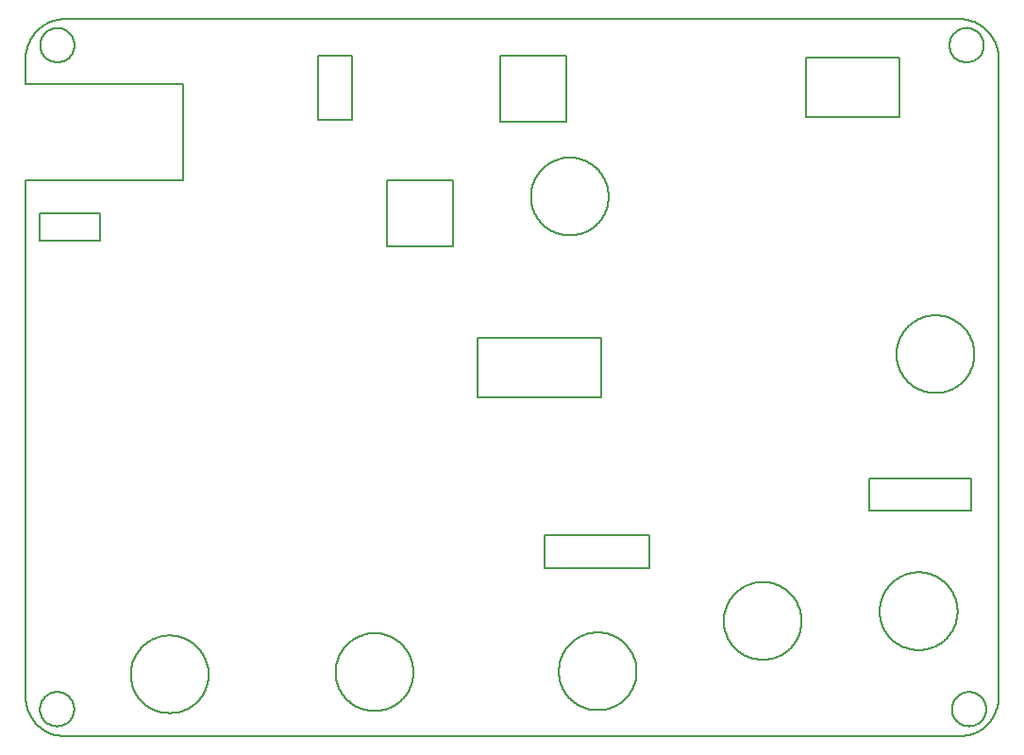
<source format=gm1>
G04 MADE WITH FRITZING*
G04 WWW.FRITZING.ORG*
G04 DOUBLE SIDED*
G04 HOLES PLATED*
G04 CONTOUR ON CENTER OF CONTOUR VECTOR*
%ASAXBY*%
%FSLAX23Y23*%
%MOIN*%
%OFA0B0*%
%SFA1.0B1.0*%
%ADD10C,0.005000*%
%ADD10C,0.008*%
%LNCONTOUR*%
G90*
G70*
G54D10*
G54D10*
X136Y2853D02*
X137Y2853D01*
X138Y2853D01*
X139Y2853D01*
X140Y2853D01*
X141Y2853D01*
X142Y2853D01*
X143Y2853D01*
X144Y2853D01*
X145Y2853D01*
X146Y2853D01*
X147Y2853D01*
X148Y2853D01*
X149Y2853D01*
X150Y2853D01*
X151Y2853D01*
X152Y2853D01*
X153Y2853D01*
X154Y2853D01*
X155Y2853D01*
X156Y2853D01*
X157Y2853D01*
X158Y2853D01*
X159Y2853D01*
X160Y2853D01*
X161Y2853D01*
X162Y2853D01*
X163Y2853D01*
X164Y2853D01*
X165Y2853D01*
X166Y2853D01*
X167Y2853D01*
X168Y2853D01*
X169Y2853D01*
X170Y2853D01*
X171Y2853D01*
X172Y2853D01*
X173Y2853D01*
X174Y2853D01*
X175Y2853D01*
X176Y2853D01*
X177Y2853D01*
X178Y2853D01*
X179Y2853D01*
X180Y2853D01*
X181Y2853D01*
X182Y2853D01*
X183Y2853D01*
X184Y2853D01*
X185Y2853D01*
X186Y2853D01*
X187Y2853D01*
X188Y2853D01*
X189Y2853D01*
X190Y2853D01*
X191Y2853D01*
X192Y2853D01*
X193Y2853D01*
X194Y2853D01*
X195Y2853D01*
X196Y2853D01*
X197Y2853D01*
X198Y2853D01*
X199Y2853D01*
X200Y2853D01*
X201Y2853D01*
X202Y2853D01*
X203Y2853D01*
X204Y2853D01*
X205Y2853D01*
X206Y2853D01*
X207Y2853D01*
X208Y2853D01*
X209Y2853D01*
X210Y2853D01*
X211Y2853D01*
X212Y2853D01*
X213Y2853D01*
X214Y2853D01*
X215Y2853D01*
X216Y2853D01*
X217Y2853D01*
X218Y2853D01*
X219Y2853D01*
X220Y2853D01*
X221Y2853D01*
X222Y2853D01*
X223Y2853D01*
X224Y2853D01*
X225Y2853D01*
X226Y2853D01*
X227Y2853D01*
X228Y2853D01*
X229Y2853D01*
X230Y2853D01*
X231Y2853D01*
X232Y2853D01*
X233Y2853D01*
X234Y2853D01*
X235Y2853D01*
X236Y2853D01*
X237Y2853D01*
X238Y2853D01*
X239Y2853D01*
X240Y2853D01*
X241Y2853D01*
X242Y2853D01*
X243Y2853D01*
X244Y2853D01*
X245Y2853D01*
X246Y2853D01*
X247Y2853D01*
X248Y2853D01*
X249Y2853D01*
X250Y2853D01*
X251Y2853D01*
X252Y2853D01*
X253Y2853D01*
X254Y2853D01*
X255Y2853D01*
X256Y2853D01*
X257Y2853D01*
X258Y2853D01*
X259Y2853D01*
X260Y2853D01*
X261Y2853D01*
X262Y2853D01*
X263Y2853D01*
X264Y2853D01*
X265Y2853D01*
X266Y2853D01*
X267Y2853D01*
X268Y2853D01*
X269Y2853D01*
X270Y2853D01*
X271Y2853D01*
X272Y2853D01*
X273Y2853D01*
X274Y2853D01*
X275Y2853D01*
X276Y2853D01*
X277Y2853D01*
X278Y2853D01*
X279Y2853D01*
X280Y2853D01*
X281Y2853D01*
X282Y2853D01*
X283Y2853D01*
X284Y2853D01*
X285Y2853D01*
X286Y2853D01*
X287Y2853D01*
X288Y2853D01*
X289Y2853D01*
X290Y2853D01*
X291Y2853D01*
X292Y2853D01*
X293Y2853D01*
X294Y2853D01*
X295Y2853D01*
X296Y2853D01*
X297Y2853D01*
X298Y2853D01*
X299Y2853D01*
X300Y2853D01*
X301Y2853D01*
X302Y2853D01*
X303Y2853D01*
X304Y2853D01*
X305Y2853D01*
X306Y2853D01*
X307Y2853D01*
X308Y2853D01*
X309Y2853D01*
X310Y2853D01*
X311Y2853D01*
X312Y2853D01*
X313Y2853D01*
X314Y2853D01*
X315Y2853D01*
X316Y2853D01*
X317Y2853D01*
X318Y2853D01*
X319Y2853D01*
X320Y2853D01*
X321Y2853D01*
X322Y2853D01*
X323Y2853D01*
X324Y2853D01*
X325Y2853D01*
X326Y2853D01*
X327Y2853D01*
X328Y2853D01*
X329Y2853D01*
X330Y2853D01*
X331Y2853D01*
X332Y2853D01*
X333Y2853D01*
X334Y2853D01*
X335Y2853D01*
X336Y2853D01*
X337Y2853D01*
X338Y2853D01*
X339Y2853D01*
X340Y2853D01*
X341Y2853D01*
X342Y2853D01*
X343Y2853D01*
X344Y2853D01*
X345Y2853D01*
X346Y2853D01*
X347Y2853D01*
X348Y2853D01*
X349Y2853D01*
X350Y2853D01*
X351Y2853D01*
X352Y2853D01*
X353Y2853D01*
X354Y2853D01*
X355Y2853D01*
X356Y2853D01*
X357Y2853D01*
X358Y2853D01*
X359Y2853D01*
X360Y2853D01*
X361Y2853D01*
X362Y2853D01*
X363Y2853D01*
X364Y2853D01*
X365Y2853D01*
X366Y2853D01*
X367Y2853D01*
X368Y2853D01*
X369Y2853D01*
X370Y2853D01*
X371Y2853D01*
X372Y2853D01*
X373Y2853D01*
X374Y2853D01*
X375Y2853D01*
X376Y2853D01*
X377Y2853D01*
X378Y2853D01*
X379Y2853D01*
X380Y2853D01*
X381Y2853D01*
X382Y2853D01*
X383Y2853D01*
X384Y2853D01*
X385Y2853D01*
X386Y2853D01*
X387Y2853D01*
X388Y2853D01*
X389Y2853D01*
X390Y2853D01*
X391Y2853D01*
X392Y2853D01*
X393Y2853D01*
X394Y2853D01*
X395Y2853D01*
X396Y2853D01*
X397Y2853D01*
X398Y2853D01*
X399Y2853D01*
X400Y2853D01*
X401Y2853D01*
X402Y2853D01*
X403Y2853D01*
X404Y2853D01*
X405Y2853D01*
X406Y2853D01*
X407Y2853D01*
X408Y2853D01*
X409Y2853D01*
X410Y2853D01*
X411Y2853D01*
X412Y2853D01*
X413Y2853D01*
X414Y2853D01*
X415Y2853D01*
X416Y2853D01*
X417Y2853D01*
X418Y2853D01*
X419Y2853D01*
X420Y2853D01*
X421Y2853D01*
X422Y2853D01*
X423Y2853D01*
X424Y2853D01*
X425Y2853D01*
X426Y2853D01*
X427Y2853D01*
X428Y2853D01*
X429Y2853D01*
X430Y2853D01*
X431Y2853D01*
X432Y2853D01*
X433Y2853D01*
X434Y2853D01*
X435Y2853D01*
X436Y2853D01*
X437Y2853D01*
X438Y2853D01*
X439Y2853D01*
X440Y2853D01*
X441Y2853D01*
X442Y2853D01*
X443Y2853D01*
X444Y2853D01*
X445Y2853D01*
X446Y2853D01*
X447Y2853D01*
X448Y2853D01*
X449Y2853D01*
X450Y2853D01*
X451Y2853D01*
X452Y2853D01*
X453Y2853D01*
X454Y2853D01*
X455Y2853D01*
X456Y2853D01*
X457Y2853D01*
X458Y2853D01*
X459Y2853D01*
X460Y2853D01*
X461Y2853D01*
X462Y2853D01*
X463Y2853D01*
X464Y2853D01*
X465Y2853D01*
X466Y2853D01*
X467Y2853D01*
X468Y2853D01*
X469Y2853D01*
X470Y2853D01*
X471Y2853D01*
X472Y2853D01*
X473Y2853D01*
X474Y2853D01*
X475Y2853D01*
X476Y2853D01*
X477Y2853D01*
X478Y2853D01*
X479Y2853D01*
X480Y2853D01*
X481Y2853D01*
X482Y2853D01*
X483Y2853D01*
X484Y2853D01*
X485Y2853D01*
X486Y2853D01*
X487Y2853D01*
X488Y2853D01*
X489Y2853D01*
X490Y2853D01*
X491Y2853D01*
X492Y2853D01*
X493Y2853D01*
X494Y2853D01*
X495Y2853D01*
X496Y2853D01*
X497Y2853D01*
X498Y2853D01*
X499Y2853D01*
X500Y2853D01*
X501Y2853D01*
X502Y2853D01*
X503Y2853D01*
X504Y2853D01*
X505Y2853D01*
X506Y2853D01*
X507Y2853D01*
X508Y2853D01*
X509Y2853D01*
X510Y2853D01*
X511Y2853D01*
X512Y2853D01*
X513Y2853D01*
X514Y2853D01*
X515Y2853D01*
X516Y2853D01*
X517Y2853D01*
X518Y2853D01*
X519Y2853D01*
X520Y2853D01*
X521Y2853D01*
X522Y2853D01*
X523Y2853D01*
X524Y2853D01*
X525Y2853D01*
X526Y2853D01*
X527Y2853D01*
X528Y2853D01*
X529Y2853D01*
X530Y2853D01*
X531Y2853D01*
X532Y2853D01*
X533Y2853D01*
X534Y2853D01*
X535Y2853D01*
X536Y2853D01*
X537Y2853D01*
X538Y2853D01*
X539Y2853D01*
X540Y2853D01*
X541Y2853D01*
X542Y2853D01*
X543Y2853D01*
X544Y2853D01*
X545Y2853D01*
X546Y2853D01*
X547Y2853D01*
X548Y2853D01*
X549Y2853D01*
X550Y2853D01*
X551Y2853D01*
X552Y2853D01*
X553Y2853D01*
X554Y2853D01*
X555Y2853D01*
X556Y2853D01*
X557Y2853D01*
X558Y2853D01*
X559Y2853D01*
X560Y2853D01*
X561Y2853D01*
X562Y2853D01*
X563Y2853D01*
X564Y2853D01*
X565Y2853D01*
X566Y2853D01*
X567Y2853D01*
X568Y2853D01*
X569Y2853D01*
X570Y2853D01*
X571Y2853D01*
X572Y2853D01*
X573Y2853D01*
X574Y2853D01*
X575Y2853D01*
X576Y2853D01*
X577Y2853D01*
X578Y2853D01*
X579Y2853D01*
X580Y2853D01*
X581Y2853D01*
X582Y2853D01*
X583Y2853D01*
X584Y2853D01*
X585Y2853D01*
X586Y2853D01*
X587Y2853D01*
X588Y2853D01*
X589Y2853D01*
X590Y2853D01*
X591Y2853D01*
X592Y2853D01*
X593Y2853D01*
X594Y2853D01*
X595Y2853D01*
X596Y2853D01*
X597Y2853D01*
X598Y2853D01*
X599Y2853D01*
X600Y2853D01*
X601Y2853D01*
X602Y2853D01*
X603Y2853D01*
X604Y2853D01*
X605Y2853D01*
X606Y2853D01*
X607Y2853D01*
X608Y2853D01*
X609Y2853D01*
X610Y2853D01*
X611Y2853D01*
X612Y2853D01*
X613Y2853D01*
X614Y2853D01*
X615Y2853D01*
X616Y2853D01*
X617Y2853D01*
X618Y2853D01*
X619Y2853D01*
X620Y2853D01*
X621Y2853D01*
X622Y2853D01*
X623Y2853D01*
X624Y2853D01*
X625Y2853D01*
X626Y2853D01*
X627Y2853D01*
X628Y2853D01*
X629Y2853D01*
X630Y2853D01*
X631Y2853D01*
X632Y2853D01*
X633Y2853D01*
X634Y2853D01*
X635Y2853D01*
X636Y2853D01*
X637Y2853D01*
X638Y2853D01*
X639Y2853D01*
X640Y2853D01*
X641Y2853D01*
X642Y2853D01*
X643Y2853D01*
X644Y2853D01*
X645Y2853D01*
X646Y2853D01*
X647Y2853D01*
X648Y2853D01*
X649Y2853D01*
X650Y2853D01*
X651Y2853D01*
X652Y2853D01*
X653Y2853D01*
X654Y2853D01*
X655Y2853D01*
X656Y2853D01*
X657Y2853D01*
X658Y2853D01*
X659Y2853D01*
X660Y2853D01*
X661Y2853D01*
X662Y2853D01*
X663Y2853D01*
X664Y2853D01*
X665Y2853D01*
X666Y2853D01*
X667Y2853D01*
X668Y2853D01*
X669Y2853D01*
X670Y2853D01*
X671Y2853D01*
X672Y2853D01*
X673Y2853D01*
X674Y2853D01*
X675Y2853D01*
X676Y2853D01*
X677Y2853D01*
X678Y2853D01*
X679Y2853D01*
X680Y2853D01*
X681Y2853D01*
X682Y2853D01*
X683Y2853D01*
X684Y2853D01*
X685Y2853D01*
X686Y2853D01*
X687Y2853D01*
X688Y2853D01*
X689Y2853D01*
X690Y2853D01*
X691Y2853D01*
X692Y2853D01*
X693Y2853D01*
X694Y2853D01*
X695Y2853D01*
X696Y2853D01*
X697Y2853D01*
X698Y2853D01*
X699Y2853D01*
X700Y2853D01*
X701Y2853D01*
X702Y2853D01*
X703Y2853D01*
X704Y2853D01*
X705Y2853D01*
X706Y2853D01*
X707Y2853D01*
X708Y2853D01*
X709Y2853D01*
X710Y2853D01*
X711Y2853D01*
X712Y2853D01*
X713Y2853D01*
X714Y2853D01*
X715Y2853D01*
X716Y2853D01*
X717Y2853D01*
X718Y2853D01*
X719Y2853D01*
X720Y2853D01*
X721Y2853D01*
X722Y2853D01*
X723Y2853D01*
X724Y2853D01*
X725Y2853D01*
X726Y2853D01*
X727Y2853D01*
X728Y2853D01*
X729Y2853D01*
X730Y2853D01*
X731Y2853D01*
X732Y2853D01*
X733Y2853D01*
X734Y2853D01*
X735Y2853D01*
X736Y2853D01*
X737Y2853D01*
X738Y2853D01*
X739Y2853D01*
X740Y2853D01*
X741Y2853D01*
X742Y2853D01*
X743Y2853D01*
X744Y2853D01*
X745Y2853D01*
X746Y2853D01*
X747Y2853D01*
X748Y2853D01*
X749Y2853D01*
X750Y2853D01*
X751Y2853D01*
X752Y2853D01*
X753Y2853D01*
X754Y2853D01*
X755Y2853D01*
X756Y2853D01*
X757Y2853D01*
X758Y2853D01*
X759Y2853D01*
X760Y2853D01*
X761Y2853D01*
X762Y2853D01*
X763Y2853D01*
X764Y2853D01*
X765Y2853D01*
X766Y2853D01*
X767Y2853D01*
X768Y2853D01*
X769Y2853D01*
X770Y2853D01*
X771Y2853D01*
X772Y2853D01*
X773Y2853D01*
X774Y2853D01*
X775Y2853D01*
X776Y2853D01*
X777Y2853D01*
X778Y2853D01*
X779Y2853D01*
X780Y2853D01*
X781Y2853D01*
X782Y2853D01*
X783Y2853D01*
X784Y2853D01*
X785Y2853D01*
X786Y2853D01*
X787Y2853D01*
X788Y2853D01*
X789Y2853D01*
X790Y2853D01*
X791Y2853D01*
X792Y2853D01*
X793Y2853D01*
X794Y2853D01*
X795Y2853D01*
X796Y2853D01*
X797Y2853D01*
X798Y2853D01*
X799Y2853D01*
X800Y2853D01*
X801Y2853D01*
X802Y2853D01*
X803Y2853D01*
X804Y2853D01*
X805Y2853D01*
X806Y2853D01*
X807Y2853D01*
X808Y2853D01*
X809Y2853D01*
X810Y2853D01*
X811Y2853D01*
X812Y2853D01*
X813Y2853D01*
X814Y2853D01*
X815Y2853D01*
X816Y2853D01*
X817Y2853D01*
X818Y2853D01*
X819Y2853D01*
X820Y2853D01*
X821Y2853D01*
X822Y2853D01*
X823Y2853D01*
X824Y2853D01*
X825Y2853D01*
X826Y2853D01*
X827Y2853D01*
X828Y2853D01*
X829Y2853D01*
X830Y2853D01*
X831Y2853D01*
X832Y2853D01*
X833Y2853D01*
X834Y2853D01*
X835Y2853D01*
X836Y2853D01*
X837Y2853D01*
X838Y2853D01*
X839Y2853D01*
X840Y2853D01*
X841Y2853D01*
X842Y2853D01*
X843Y2853D01*
X844Y2853D01*
X845Y2853D01*
X846Y2853D01*
X847Y2853D01*
X848Y2853D01*
X849Y2853D01*
X850Y2853D01*
X851Y2853D01*
X852Y2853D01*
X853Y2853D01*
X854Y2853D01*
X855Y2853D01*
X856Y2853D01*
X857Y2853D01*
X858Y2853D01*
X859Y2853D01*
X860Y2853D01*
X861Y2853D01*
X862Y2853D01*
X863Y2853D01*
X864Y2853D01*
X865Y2853D01*
X866Y2853D01*
X867Y2853D01*
X868Y2853D01*
X869Y2853D01*
X870Y2853D01*
X871Y2853D01*
X872Y2853D01*
X873Y2853D01*
X874Y2853D01*
X875Y2853D01*
X876Y2853D01*
X877Y2853D01*
X878Y2853D01*
X879Y2853D01*
X880Y2853D01*
X881Y2853D01*
X882Y2853D01*
X883Y2853D01*
X884Y2853D01*
X885Y2853D01*
X886Y2853D01*
X887Y2853D01*
X888Y2853D01*
X889Y2853D01*
X890Y2853D01*
X891Y2853D01*
X892Y2853D01*
X893Y2853D01*
X894Y2853D01*
X895Y2853D01*
X896Y2853D01*
X897Y2853D01*
X898Y2853D01*
X899Y2853D01*
X900Y2853D01*
X901Y2853D01*
X902Y2853D01*
X903Y2853D01*
X904Y2853D01*
X905Y2853D01*
X906Y2853D01*
X907Y2853D01*
X908Y2853D01*
X909Y2853D01*
X910Y2853D01*
X911Y2853D01*
X912Y2853D01*
X913Y2853D01*
X914Y2853D01*
X915Y2853D01*
X916Y2853D01*
X917Y2853D01*
X918Y2853D01*
X919Y2853D01*
X920Y2853D01*
X921Y2853D01*
X922Y2853D01*
X923Y2853D01*
X924Y2853D01*
X925Y2853D01*
X926Y2853D01*
X927Y2853D01*
X928Y2853D01*
X929Y2853D01*
X930Y2853D01*
X931Y2853D01*
X932Y2853D01*
X933Y2853D01*
X934Y2853D01*
X935Y2853D01*
X936Y2853D01*
X937Y2853D01*
X938Y2853D01*
X939Y2853D01*
X940Y2853D01*
X941Y2853D01*
X942Y2853D01*
X943Y2853D01*
X944Y2853D01*
X945Y2853D01*
X946Y2853D01*
X947Y2853D01*
X948Y2853D01*
X949Y2853D01*
X950Y2853D01*
X951Y2853D01*
X952Y2853D01*
X953Y2853D01*
X954Y2853D01*
X955Y2853D01*
X956Y2853D01*
X957Y2853D01*
X958Y2853D01*
X959Y2853D01*
X960Y2853D01*
X961Y2853D01*
X962Y2853D01*
X963Y2853D01*
X964Y2853D01*
X965Y2853D01*
X966Y2853D01*
X967Y2853D01*
X968Y2853D01*
X969Y2853D01*
X970Y2853D01*
X971Y2853D01*
X972Y2853D01*
X973Y2853D01*
X974Y2853D01*
X975Y2853D01*
X976Y2853D01*
X977Y2853D01*
X978Y2853D01*
X979Y2853D01*
X980Y2853D01*
X981Y2853D01*
X982Y2853D01*
X983Y2853D01*
X984Y2853D01*
X985Y2853D01*
X986Y2853D01*
X987Y2853D01*
X988Y2853D01*
X989Y2853D01*
X990Y2853D01*
X991Y2853D01*
X992Y2853D01*
X993Y2853D01*
X994Y2853D01*
X995Y2853D01*
X996Y2853D01*
X997Y2853D01*
X998Y2853D01*
X999Y2853D01*
X1000Y2853D01*
X1001Y2853D01*
X1002Y2853D01*
X1003Y2853D01*
X1004Y2853D01*
X1005Y2853D01*
X1006Y2853D01*
X1007Y2853D01*
X1008Y2853D01*
X1009Y2853D01*
X1010Y2853D01*
X1011Y2853D01*
X1012Y2853D01*
X1013Y2853D01*
X1014Y2853D01*
X1015Y2853D01*
X1016Y2853D01*
X1017Y2853D01*
X1018Y2853D01*
X1019Y2853D01*
X1020Y2853D01*
X1021Y2853D01*
X1022Y2853D01*
X1023Y2853D01*
X1024Y2853D01*
X1025Y2853D01*
X1026Y2853D01*
X1027Y2853D01*
X1028Y2853D01*
X1029Y2853D01*
X1030Y2853D01*
X1031Y2853D01*
X1032Y2853D01*
X1033Y2853D01*
X1034Y2853D01*
X1035Y2853D01*
X1036Y2853D01*
X1037Y2853D01*
X1038Y2853D01*
X1039Y2853D01*
X1040Y2853D01*
X1041Y2853D01*
X1042Y2853D01*
X1043Y2853D01*
X1044Y2853D01*
X1045Y2853D01*
X1046Y2853D01*
X1047Y2853D01*
X1048Y2853D01*
X1049Y2853D01*
X1050Y2853D01*
X1051Y2853D01*
X1052Y2853D01*
X1053Y2853D01*
X1054Y2853D01*
X1055Y2853D01*
X1056Y2853D01*
X1057Y2853D01*
X1058Y2853D01*
X1059Y2853D01*
X1060Y2853D01*
X1061Y2853D01*
X1062Y2853D01*
X1063Y2853D01*
X1064Y2853D01*
X1065Y2853D01*
X1066Y2853D01*
X1067Y2853D01*
X1068Y2853D01*
X1069Y2853D01*
X1070Y2853D01*
X1071Y2853D01*
X1072Y2853D01*
X1073Y2853D01*
X1074Y2853D01*
X1075Y2853D01*
X1076Y2853D01*
X1077Y2853D01*
X1078Y2853D01*
X1079Y2853D01*
X1080Y2853D01*
X1081Y2853D01*
X1082Y2853D01*
X1083Y2853D01*
X1084Y2853D01*
X1085Y2853D01*
X1086Y2853D01*
X1087Y2853D01*
X1088Y2853D01*
X1089Y2853D01*
X1090Y2853D01*
X1091Y2853D01*
X1092Y2853D01*
X1093Y2853D01*
X1094Y2853D01*
X1095Y2853D01*
X1096Y2853D01*
X1097Y2853D01*
X1098Y2853D01*
X1099Y2853D01*
X1100Y2853D01*
X1101Y2853D01*
X1102Y2853D01*
X1103Y2853D01*
X1104Y2853D01*
X1105Y2853D01*
X1106Y2853D01*
X1107Y2853D01*
X1108Y2853D01*
X1109Y2853D01*
X1110Y2853D01*
X1111Y2853D01*
X1112Y2853D01*
X1113Y2853D01*
X1114Y2853D01*
X1115Y2853D01*
X1116Y2853D01*
X1117Y2853D01*
X1118Y2853D01*
X1119Y2853D01*
X1120Y2853D01*
X1121Y2853D01*
X1122Y2853D01*
X1123Y2853D01*
X1124Y2853D01*
X1125Y2853D01*
X1126Y2853D01*
X1127Y2853D01*
X1128Y2853D01*
X1129Y2853D01*
X1130Y2853D01*
X1131Y2853D01*
X1132Y2853D01*
X1133Y2853D01*
X1134Y2853D01*
X1135Y2853D01*
X1136Y2853D01*
X1137Y2853D01*
X1138Y2853D01*
X1139Y2853D01*
X1140Y2853D01*
X1141Y2853D01*
X1142Y2853D01*
X1143Y2853D01*
X1144Y2853D01*
X1145Y2853D01*
X1146Y2853D01*
X1147Y2853D01*
X1148Y2853D01*
X1149Y2853D01*
X1150Y2853D01*
X1151Y2853D01*
X1152Y2853D01*
X1153Y2853D01*
X1154Y2853D01*
X1155Y2853D01*
X1156Y2853D01*
X1157Y2853D01*
X1158Y2853D01*
X1159Y2853D01*
X1160Y2853D01*
X1161Y2853D01*
X1162Y2853D01*
X1163Y2853D01*
X1164Y2853D01*
X1165Y2853D01*
X1166Y2853D01*
X1167Y2853D01*
X1168Y2853D01*
X1169Y2853D01*
X1170Y2853D01*
X1171Y2853D01*
X1172Y2853D01*
X1173Y2853D01*
X1174Y2853D01*
X1175Y2853D01*
X1176Y2853D01*
X1177Y2853D01*
X1178Y2853D01*
X1179Y2853D01*
X1180Y2853D01*
X1181Y2853D01*
X1182Y2853D01*
X1183Y2853D01*
X1184Y2853D01*
X1185Y2853D01*
X1186Y2853D01*
X1187Y2853D01*
X1188Y2853D01*
X1189Y2853D01*
X1190Y2853D01*
X1191Y2853D01*
X1192Y2853D01*
X1193Y2853D01*
X1194Y2853D01*
X1195Y2853D01*
X1196Y2853D01*
X1197Y2853D01*
X1198Y2853D01*
X1199Y2853D01*
X1200Y2853D01*
X1201Y2853D01*
X1202Y2853D01*
X1203Y2853D01*
X1204Y2853D01*
X1205Y2853D01*
X1206Y2853D01*
X1207Y2853D01*
X1208Y2853D01*
X1209Y2853D01*
X1210Y2853D01*
X1211Y2853D01*
X1212Y2853D01*
X1213Y2853D01*
X1214Y2853D01*
X1215Y2853D01*
X1216Y2853D01*
X1217Y2853D01*
X1218Y2853D01*
X1219Y2853D01*
X1220Y2853D01*
X1221Y2853D01*
X1222Y2853D01*
X1223Y2853D01*
X1224Y2853D01*
X1225Y2853D01*
X1226Y2853D01*
X1227Y2853D01*
X1228Y2853D01*
X1229Y2853D01*
X1230Y2853D01*
X1231Y2853D01*
X1232Y2853D01*
X1233Y2853D01*
X1234Y2853D01*
X1235Y2853D01*
X1236Y2853D01*
X1237Y2853D01*
X1238Y2853D01*
X1239Y2853D01*
X1240Y2853D01*
X1241Y2853D01*
X1242Y2853D01*
X1243Y2853D01*
X1244Y2853D01*
X1245Y2853D01*
X1246Y2853D01*
X1247Y2853D01*
X1248Y2853D01*
X1249Y2853D01*
X1250Y2853D01*
X1251Y2853D01*
X1252Y2853D01*
X1253Y2853D01*
X1254Y2853D01*
X1255Y2853D01*
X1256Y2853D01*
X1257Y2853D01*
X1258Y2853D01*
X1259Y2853D01*
X1260Y2853D01*
X1261Y2853D01*
X1262Y2853D01*
X1263Y2853D01*
X1264Y2853D01*
X1265Y2853D01*
X1266Y2853D01*
X1267Y2853D01*
X1268Y2853D01*
X1269Y2853D01*
X1270Y2853D01*
X1271Y2853D01*
X1272Y2853D01*
X1273Y2853D01*
X1274Y2853D01*
X1275Y2853D01*
X1276Y2853D01*
X1277Y2853D01*
X1278Y2853D01*
X1279Y2853D01*
X1280Y2853D01*
X1281Y2853D01*
X1282Y2853D01*
X1283Y2853D01*
X1284Y2853D01*
X1285Y2853D01*
X1286Y2853D01*
X1287Y2853D01*
X1288Y2853D01*
X1289Y2853D01*
X1290Y2853D01*
X1291Y2853D01*
X1292Y2853D01*
X1293Y2853D01*
X1294Y2853D01*
X1295Y2853D01*
X1296Y2853D01*
X1297Y2853D01*
X1298Y2853D01*
X1299Y2853D01*
X1300Y2853D01*
X1301Y2853D01*
X1302Y2853D01*
X1303Y2853D01*
X1304Y2853D01*
X1305Y2853D01*
X1306Y2853D01*
X1307Y2853D01*
X1308Y2853D01*
X1309Y2853D01*
X1310Y2853D01*
X1311Y2853D01*
X1312Y2853D01*
X1313Y2853D01*
X1314Y2853D01*
X1315Y2853D01*
X1316Y2853D01*
X1317Y2853D01*
X1318Y2853D01*
X1319Y2853D01*
X1320Y2853D01*
X1321Y2853D01*
X1322Y2853D01*
X1323Y2853D01*
X1324Y2853D01*
X1325Y2853D01*
X1326Y2853D01*
X1327Y2853D01*
X1328Y2853D01*
X1329Y2853D01*
X1330Y2853D01*
X1331Y2853D01*
X1332Y2853D01*
X1333Y2853D01*
X1334Y2853D01*
X1335Y2853D01*
X1336Y2853D01*
X1337Y2853D01*
X1338Y2853D01*
X1339Y2853D01*
X1340Y2853D01*
X1341Y2853D01*
X1342Y2853D01*
X1343Y2853D01*
X1344Y2853D01*
X1345Y2853D01*
X1346Y2853D01*
X1347Y2853D01*
X1348Y2853D01*
X1349Y2853D01*
X1350Y2853D01*
X1351Y2853D01*
X1352Y2853D01*
X1353Y2853D01*
X1354Y2853D01*
X1355Y2853D01*
X1356Y2853D01*
X1357Y2853D01*
X1358Y2853D01*
X1359Y2853D01*
X1360Y2853D01*
X1361Y2853D01*
X1362Y2853D01*
X1363Y2853D01*
X1364Y2853D01*
X1365Y2853D01*
X1366Y2853D01*
X1367Y2853D01*
X1368Y2853D01*
X1369Y2853D01*
X1370Y2853D01*
X1371Y2853D01*
X1372Y2853D01*
X1373Y2853D01*
X1374Y2853D01*
X1375Y2853D01*
X1376Y2853D01*
X1377Y2853D01*
X1378Y2853D01*
X1379Y2853D01*
X1380Y2853D01*
X1381Y2853D01*
X1382Y2853D01*
X1383Y2853D01*
X1384Y2853D01*
X1385Y2853D01*
X1386Y2853D01*
X1387Y2853D01*
X1388Y2853D01*
X1389Y2853D01*
X1390Y2853D01*
X1391Y2853D01*
X1392Y2853D01*
X1393Y2853D01*
X1394Y2853D01*
X1395Y2853D01*
X1396Y2853D01*
X1397Y2853D01*
X1398Y2853D01*
X1399Y2853D01*
X1400Y2853D01*
X1401Y2853D01*
X1402Y2853D01*
X1403Y2853D01*
X1404Y2853D01*
X1405Y2853D01*
X1406Y2853D01*
X1407Y2853D01*
X1408Y2853D01*
X1409Y2853D01*
X1410Y2853D01*
X1411Y2853D01*
X1412Y2853D01*
X1413Y2853D01*
X1414Y2853D01*
X1415Y2853D01*
X1416Y2853D01*
X1417Y2853D01*
X1418Y2853D01*
X1419Y2853D01*
X1420Y2853D01*
X1421Y2853D01*
X1422Y2853D01*
X1423Y2853D01*
X1424Y2853D01*
X1425Y2853D01*
X1426Y2853D01*
X1427Y2853D01*
X1428Y2853D01*
X1429Y2853D01*
X1430Y2853D01*
X1431Y2853D01*
X1432Y2853D01*
X1433Y2853D01*
X1434Y2853D01*
X1435Y2853D01*
X1436Y2853D01*
X1437Y2853D01*
X1438Y2853D01*
X1439Y2853D01*
X1440Y2853D01*
X1441Y2853D01*
X1442Y2853D01*
X1443Y2853D01*
X1444Y2853D01*
X1445Y2853D01*
X1446Y2853D01*
X1447Y2853D01*
X1448Y2853D01*
X1449Y2853D01*
X1450Y2853D01*
X1451Y2853D01*
X1452Y2853D01*
X1453Y2853D01*
X1454Y2853D01*
X1455Y2853D01*
X1456Y2853D01*
X1457Y2853D01*
X1458Y2853D01*
X1459Y2853D01*
X1460Y2853D01*
X1461Y2853D01*
X1462Y2853D01*
X1463Y2853D01*
X1464Y2853D01*
X1465Y2853D01*
X1466Y2853D01*
X1467Y2853D01*
X1468Y2853D01*
X1469Y2853D01*
X1470Y2853D01*
X1471Y2853D01*
X1472Y2853D01*
X1473Y2853D01*
X1474Y2853D01*
X1475Y2853D01*
X1476Y2853D01*
X1477Y2853D01*
X1478Y2853D01*
X1479Y2853D01*
X1480Y2853D01*
X1481Y2853D01*
X1482Y2853D01*
X1483Y2853D01*
X1484Y2853D01*
X1485Y2853D01*
X1486Y2853D01*
X1487Y2853D01*
X1488Y2853D01*
X1489Y2853D01*
X1490Y2853D01*
X1491Y2853D01*
X1492Y2853D01*
X1493Y2853D01*
X1494Y2853D01*
X1495Y2853D01*
X1496Y2853D01*
X1497Y2853D01*
X1498Y2853D01*
X1499Y2853D01*
X1500Y2853D01*
X1501Y2853D01*
X1502Y2853D01*
X1503Y2853D01*
X1504Y2853D01*
X1505Y2853D01*
X1506Y2853D01*
X1507Y2853D01*
X1508Y2853D01*
X1509Y2853D01*
X1510Y2853D01*
X1511Y2853D01*
X1512Y2853D01*
X1513Y2853D01*
X1514Y2853D01*
X1515Y2853D01*
X1516Y2853D01*
X1517Y2853D01*
X1518Y2853D01*
X1519Y2853D01*
X1520Y2853D01*
X1521Y2853D01*
X1522Y2853D01*
X1523Y2853D01*
X1524Y2853D01*
X1525Y2853D01*
X1526Y2853D01*
X1527Y2853D01*
X1528Y2853D01*
X1529Y2853D01*
X1530Y2853D01*
X1531Y2853D01*
X1532Y2853D01*
X1533Y2853D01*
X1534Y2853D01*
X1535Y2853D01*
X1536Y2853D01*
X1537Y2853D01*
X1538Y2853D01*
X1539Y2853D01*
X1540Y2853D01*
X1541Y2853D01*
X1542Y2853D01*
X1543Y2853D01*
X1544Y2853D01*
X1545Y2853D01*
X1546Y2853D01*
X1547Y2853D01*
X1548Y2853D01*
X1549Y2853D01*
X1550Y2853D01*
X1551Y2853D01*
X1552Y2853D01*
X1553Y2853D01*
X1554Y2853D01*
X1555Y2853D01*
X1556Y2853D01*
X1557Y2853D01*
X1558Y2853D01*
X1559Y2853D01*
X1560Y2853D01*
X1561Y2853D01*
X1562Y2853D01*
X1563Y2853D01*
X1564Y2853D01*
X1565Y2853D01*
X1566Y2853D01*
X1567Y2853D01*
X1568Y2853D01*
X1569Y2853D01*
X1570Y2853D01*
X1571Y2853D01*
X1572Y2853D01*
X1573Y2853D01*
X1574Y2853D01*
X1575Y2853D01*
X1576Y2853D01*
X1577Y2853D01*
X1578Y2853D01*
X1579Y2853D01*
X1580Y2853D01*
X1581Y2853D01*
X1582Y2853D01*
X1583Y2853D01*
X1584Y2853D01*
X1585Y2853D01*
X1586Y2853D01*
X1587Y2853D01*
X1588Y2853D01*
X1589Y2853D01*
X1590Y2853D01*
X1591Y2853D01*
X1592Y2853D01*
X1593Y2853D01*
X1594Y2853D01*
X1595Y2853D01*
X1596Y2853D01*
X1597Y2853D01*
X1598Y2853D01*
X1599Y2853D01*
X1600Y2853D01*
X1601Y2853D01*
X1602Y2853D01*
X1603Y2853D01*
X1604Y2853D01*
X1605Y2853D01*
X1606Y2853D01*
X1607Y2853D01*
X1608Y2853D01*
X1609Y2853D01*
X1610Y2853D01*
X1611Y2853D01*
X1612Y2853D01*
X1613Y2853D01*
X1614Y2853D01*
X1615Y2853D01*
X1616Y2853D01*
X1617Y2853D01*
X1618Y2853D01*
X1619Y2853D01*
X1620Y2853D01*
X1621Y2853D01*
X1622Y2853D01*
X1623Y2853D01*
X1624Y2853D01*
X1625Y2853D01*
X1626Y2853D01*
X1627Y2853D01*
X1628Y2853D01*
X1629Y2853D01*
X1630Y2853D01*
X1631Y2853D01*
X1632Y2853D01*
X1633Y2853D01*
X1634Y2853D01*
X1635Y2853D01*
X1636Y2853D01*
X1637Y2853D01*
X1638Y2853D01*
X1639Y2853D01*
X1640Y2853D01*
X1641Y2853D01*
X1642Y2853D01*
X1643Y2853D01*
X1644Y2853D01*
X1645Y2853D01*
X1646Y2853D01*
X1647Y2853D01*
X1648Y2853D01*
X1649Y2853D01*
X1650Y2853D01*
X1651Y2853D01*
X1652Y2853D01*
X1653Y2853D01*
X1654Y2853D01*
X1655Y2853D01*
X1656Y2853D01*
X1657Y2853D01*
X1658Y2853D01*
X1659Y2853D01*
X1660Y2853D01*
X1661Y2853D01*
X1662Y2853D01*
X1663Y2853D01*
X1664Y2853D01*
X1665Y2853D01*
X1666Y2853D01*
X1667Y2853D01*
X1668Y2853D01*
X1669Y2853D01*
X1670Y2853D01*
X1671Y2853D01*
X1672Y2853D01*
X1673Y2853D01*
X1674Y2853D01*
X1675Y2853D01*
X1676Y2853D01*
X1677Y2853D01*
X1678Y2853D01*
X1679Y2853D01*
X1680Y2853D01*
X1681Y2853D01*
X1682Y2853D01*
X1683Y2853D01*
X1684Y2853D01*
X1685Y2853D01*
X1686Y2853D01*
X1687Y2853D01*
X1688Y2853D01*
X1689Y2853D01*
X1690Y2853D01*
X1691Y2853D01*
X1692Y2853D01*
X1693Y2853D01*
X1694Y2853D01*
X1695Y2853D01*
X1696Y2853D01*
X1697Y2853D01*
X1698Y2853D01*
X1699Y2853D01*
X1700Y2853D01*
X1701Y2853D01*
X1702Y2853D01*
X1703Y2853D01*
X1704Y2853D01*
X1705Y2853D01*
X1706Y2853D01*
X1707Y2853D01*
X1708Y2853D01*
X1709Y2853D01*
X1710Y2853D01*
X1711Y2853D01*
X1712Y2853D01*
X1713Y2853D01*
X1714Y2853D01*
X1715Y2853D01*
X1716Y2853D01*
X1717Y2853D01*
X1718Y2853D01*
X1719Y2853D01*
X1720Y2853D01*
X1721Y2853D01*
X1722Y2853D01*
X1723Y2853D01*
X1724Y2853D01*
X1725Y2853D01*
X1726Y2853D01*
X1727Y2853D01*
X1728Y2853D01*
X1729Y2853D01*
X1730Y2853D01*
X1731Y2853D01*
X1732Y2853D01*
X1733Y2853D01*
X1734Y2853D01*
X1735Y2853D01*
X1736Y2853D01*
X1737Y2853D01*
X1738Y2853D01*
X1739Y2853D01*
X1740Y2853D01*
X1741Y2853D01*
X1742Y2853D01*
X1743Y2853D01*
X1744Y2853D01*
X1745Y2853D01*
X1746Y2853D01*
X1747Y2853D01*
X1748Y2853D01*
X1749Y2853D01*
X1750Y2853D01*
X1751Y2853D01*
X1752Y2853D01*
X1753Y2853D01*
X1754Y2853D01*
X1755Y2853D01*
X1756Y2853D01*
X1757Y2853D01*
X1758Y2853D01*
X1759Y2853D01*
X1760Y2853D01*
X1761Y2853D01*
X1762Y2853D01*
X1763Y2853D01*
X1764Y2853D01*
X1765Y2853D01*
X1766Y2853D01*
X1767Y2853D01*
X1768Y2853D01*
X1769Y2853D01*
X1770Y2853D01*
X1771Y2853D01*
X1772Y2853D01*
X1773Y2853D01*
X1774Y2853D01*
X1775Y2853D01*
X1776Y2853D01*
X1777Y2853D01*
X1778Y2853D01*
X1779Y2853D01*
X1780Y2853D01*
X1781Y2853D01*
X1782Y2853D01*
X1783Y2853D01*
X1784Y2853D01*
X1785Y2853D01*
X1786Y2853D01*
X1787Y2853D01*
X1788Y2853D01*
X1789Y2853D01*
X1790Y2853D01*
X1791Y2853D01*
X1792Y2853D01*
X1793Y2853D01*
X1794Y2853D01*
X1795Y2853D01*
X1796Y2853D01*
X1797Y2853D01*
X1798Y2853D01*
X1799Y2853D01*
X1800Y2853D01*
X1801Y2853D01*
X1802Y2853D01*
X1803Y2853D01*
X1804Y2853D01*
X1805Y2853D01*
X1806Y2853D01*
X1807Y2853D01*
X1808Y2853D01*
X1809Y2853D01*
X1810Y2853D01*
X1811Y2853D01*
X1812Y2853D01*
X1813Y2853D01*
X1814Y2853D01*
X1815Y2853D01*
X1816Y2853D01*
X1817Y2853D01*
X1818Y2853D01*
X1819Y2853D01*
X1820Y2853D01*
X1821Y2853D01*
X1822Y2853D01*
X1823Y2853D01*
X1824Y2853D01*
X1825Y2853D01*
X1826Y2853D01*
X1827Y2853D01*
X1828Y2853D01*
X1829Y2853D01*
X1830Y2853D01*
X1831Y2853D01*
X1832Y2853D01*
X1833Y2853D01*
X1834Y2853D01*
X1835Y2853D01*
X1836Y2853D01*
X1837Y2853D01*
X1838Y2853D01*
X1839Y2853D01*
X1840Y2853D01*
X1841Y2853D01*
X1842Y2853D01*
X1843Y2853D01*
X1844Y2853D01*
X1845Y2853D01*
X1846Y2853D01*
X1847Y2853D01*
X1848Y2853D01*
X1849Y2853D01*
X1850Y2853D01*
X1851Y2853D01*
X1852Y2853D01*
X1853Y2853D01*
X1854Y2853D01*
X1855Y2853D01*
X1856Y2853D01*
X1857Y2853D01*
X1858Y2853D01*
X1859Y2853D01*
X1860Y2853D01*
X1861Y2853D01*
X1862Y2853D01*
X1863Y2853D01*
X1864Y2853D01*
X1865Y2853D01*
X1866Y2853D01*
X1867Y2853D01*
X1868Y2853D01*
X1869Y2853D01*
X1870Y2853D01*
X1871Y2853D01*
X1872Y2853D01*
X1873Y2853D01*
X1874Y2853D01*
X1875Y2853D01*
X1876Y2853D01*
X1877Y2853D01*
X1878Y2853D01*
X1879Y2853D01*
X1880Y2853D01*
X1881Y2853D01*
X1882Y2853D01*
X1883Y2853D01*
X1884Y2853D01*
X1885Y2853D01*
X1886Y2853D01*
X1887Y2853D01*
X1888Y2853D01*
X1889Y2853D01*
X1890Y2853D01*
X1891Y2853D01*
X1892Y2853D01*
X1893Y2853D01*
X1894Y2853D01*
X1895Y2853D01*
X1896Y2853D01*
X1897Y2853D01*
X1898Y2853D01*
X1899Y2853D01*
X1900Y2853D01*
X1901Y2853D01*
X1902Y2853D01*
X1903Y2853D01*
X1904Y2853D01*
X1905Y2853D01*
X1906Y2853D01*
X1907Y2853D01*
X1908Y2853D01*
X1909Y2853D01*
X1910Y2853D01*
X1911Y2853D01*
X1912Y2853D01*
X1913Y2853D01*
X1914Y2853D01*
X1915Y2853D01*
X1916Y2853D01*
X1917Y2853D01*
X1918Y2853D01*
X1919Y2853D01*
X1920Y2853D01*
X1921Y2853D01*
X1922Y2853D01*
X1923Y2853D01*
X1924Y2853D01*
X1925Y2853D01*
X1926Y2853D01*
X1927Y2853D01*
X1928Y2853D01*
X1929Y2853D01*
X1930Y2853D01*
X1931Y2853D01*
X1932Y2853D01*
X1933Y2853D01*
X1934Y2853D01*
X1935Y2853D01*
X1936Y2853D01*
X1937Y2853D01*
X1938Y2853D01*
X1939Y2853D01*
X1940Y2853D01*
X1941Y2853D01*
X1942Y2853D01*
X1943Y2853D01*
X1944Y2853D01*
X1945Y2853D01*
X1946Y2853D01*
X1947Y2853D01*
X1948Y2853D01*
X1949Y2853D01*
X1950Y2853D01*
X1951Y2853D01*
X1952Y2853D01*
X1953Y2853D01*
X1954Y2853D01*
X1955Y2853D01*
X1956Y2853D01*
X1957Y2853D01*
X1958Y2853D01*
X1959Y2853D01*
X1960Y2853D01*
X1961Y2853D01*
X1962Y2853D01*
X1963Y2853D01*
X1964Y2853D01*
X1965Y2853D01*
X1966Y2853D01*
X1967Y2853D01*
X1968Y2853D01*
X1969Y2853D01*
X1970Y2853D01*
X1971Y2853D01*
X1972Y2853D01*
X1973Y2853D01*
X1974Y2853D01*
X1975Y2853D01*
X1976Y2853D01*
X1977Y2853D01*
X1978Y2853D01*
X1979Y2853D01*
X1980Y2853D01*
X1981Y2853D01*
X1982Y2853D01*
X1983Y2853D01*
X1984Y2853D01*
X1985Y2853D01*
X1986Y2853D01*
X1987Y2853D01*
X1988Y2853D01*
X1989Y2853D01*
X1990Y2853D01*
X1991Y2853D01*
X1992Y2853D01*
X1993Y2853D01*
X1994Y2853D01*
X1995Y2853D01*
X1996Y2853D01*
X1997Y2853D01*
X1998Y2853D01*
X1999Y2853D01*
X2000Y2853D01*
X2001Y2853D01*
X2002Y2853D01*
X2003Y2853D01*
X2004Y2853D01*
X2005Y2853D01*
X2006Y2853D01*
X2007Y2853D01*
X2008Y2853D01*
X2009Y2853D01*
X2010Y2853D01*
X2011Y2853D01*
X2012Y2853D01*
X2013Y2853D01*
X2014Y2853D01*
X2015Y2853D01*
X2016Y2853D01*
X2017Y2853D01*
X2018Y2853D01*
X2019Y2853D01*
X2020Y2853D01*
X2021Y2853D01*
X2022Y2853D01*
X2023Y2853D01*
X2024Y2853D01*
X2025Y2853D01*
X2026Y2853D01*
X2027Y2853D01*
X2028Y2853D01*
X2029Y2853D01*
X2030Y2853D01*
X2031Y2853D01*
X2032Y2853D01*
X2033Y2853D01*
X2034Y2853D01*
X2035Y2853D01*
X2036Y2853D01*
X2037Y2853D01*
X2038Y2853D01*
X2039Y2853D01*
X2040Y2853D01*
X2041Y2853D01*
X2042Y2853D01*
X2043Y2853D01*
X2044Y2853D01*
X2045Y2853D01*
X2046Y2853D01*
X2047Y2853D01*
X2048Y2853D01*
X2049Y2853D01*
X2050Y2853D01*
X2051Y2853D01*
X2052Y2853D01*
X2053Y2853D01*
X2054Y2853D01*
X2055Y2853D01*
X2056Y2853D01*
X2057Y2853D01*
X2058Y2853D01*
X2059Y2853D01*
X2060Y2853D01*
X2061Y2853D01*
X2062Y2853D01*
X2063Y2853D01*
X2064Y2853D01*
X2065Y2853D01*
X2066Y2853D01*
X2067Y2853D01*
X2068Y2853D01*
X2069Y2853D01*
X2070Y2853D01*
X2071Y2853D01*
X2072Y2853D01*
X2073Y2853D01*
X2074Y2853D01*
X2075Y2853D01*
X2076Y2853D01*
X2077Y2853D01*
X2078Y2853D01*
X2079Y2853D01*
X2080Y2853D01*
X2081Y2853D01*
X2082Y2853D01*
X2083Y2853D01*
X2084Y2853D01*
X2085Y2853D01*
X2086Y2853D01*
X2087Y2853D01*
X2088Y2853D01*
X2089Y2853D01*
X2090Y2853D01*
X2091Y2853D01*
X2092Y2853D01*
X2093Y2853D01*
X2094Y2853D01*
X2095Y2853D01*
X2096Y2853D01*
X2097Y2853D01*
X2098Y2853D01*
X2099Y2853D01*
X2100Y2853D01*
X2101Y2853D01*
X2102Y2853D01*
X2103Y2853D01*
X2104Y2853D01*
X2105Y2853D01*
X2106Y2853D01*
X2107Y2853D01*
X2108Y2853D01*
X2109Y2853D01*
X2110Y2853D01*
X2111Y2853D01*
X2112Y2853D01*
X2113Y2853D01*
X2114Y2853D01*
X2115Y2853D01*
X2116Y2853D01*
X2117Y2853D01*
X2118Y2853D01*
X2119Y2853D01*
X2120Y2853D01*
X2121Y2853D01*
X2122Y2853D01*
X2123Y2853D01*
X2124Y2853D01*
X2125Y2853D01*
X2126Y2853D01*
X2127Y2853D01*
X2128Y2853D01*
X2129Y2853D01*
X2130Y2853D01*
X2131Y2853D01*
X2132Y2853D01*
X2133Y2853D01*
X2134Y2853D01*
X2135Y2853D01*
X2136Y2853D01*
X2137Y2853D01*
X2138Y2853D01*
X2139Y2853D01*
X2140Y2853D01*
X2141Y2853D01*
X2142Y2853D01*
X2143Y2853D01*
X2144Y2853D01*
X2145Y2853D01*
X2146Y2853D01*
X2147Y2853D01*
X2148Y2853D01*
X2149Y2853D01*
X2150Y2853D01*
X2151Y2853D01*
X2152Y2853D01*
X2153Y2853D01*
X2154Y2853D01*
X2155Y2853D01*
X2156Y2853D01*
X2157Y2853D01*
X2158Y2853D01*
X2159Y2853D01*
X2160Y2853D01*
X2161Y2853D01*
X2162Y2853D01*
X2163Y2853D01*
X2164Y2853D01*
X2165Y2853D01*
X2166Y2853D01*
X2167Y2853D01*
X2168Y2853D01*
X2169Y2853D01*
X2170Y2853D01*
X2171Y2853D01*
X2172Y2853D01*
X2173Y2853D01*
X2174Y2853D01*
X2175Y2853D01*
X2176Y2853D01*
X2177Y2853D01*
X2178Y2853D01*
X2179Y2853D01*
X2180Y2853D01*
X2181Y2853D01*
X2182Y2853D01*
X2183Y2853D01*
X2184Y2853D01*
X2185Y2853D01*
X2186Y2853D01*
X2187Y2853D01*
X2188Y2853D01*
X2189Y2853D01*
X2190Y2853D01*
X2191Y2853D01*
X2192Y2853D01*
X2193Y2853D01*
X2194Y2853D01*
X2195Y2853D01*
X2196Y2853D01*
X2197Y2853D01*
X2198Y2853D01*
X2199Y2853D01*
X2200Y2853D01*
X2201Y2853D01*
X2202Y2853D01*
X2203Y2853D01*
X2204Y2853D01*
X2205Y2853D01*
X2206Y2853D01*
X2207Y2853D01*
X2208Y2853D01*
X2209Y2853D01*
X2210Y2853D01*
X2211Y2853D01*
X2212Y2853D01*
X2213Y2853D01*
X2214Y2853D01*
X2215Y2853D01*
X2216Y2853D01*
X2217Y2853D01*
X2218Y2853D01*
X2219Y2853D01*
X2220Y2853D01*
X2221Y2853D01*
X2222Y2853D01*
X2223Y2853D01*
X2224Y2853D01*
X2225Y2853D01*
X2226Y2853D01*
X2227Y2853D01*
X2228Y2853D01*
X2229Y2853D01*
X2230Y2853D01*
X2231Y2853D01*
X2232Y2853D01*
X2233Y2853D01*
X2234Y2853D01*
X2235Y2853D01*
X2236Y2853D01*
X2237Y2853D01*
X2238Y2853D01*
X2239Y2853D01*
X2240Y2853D01*
X2241Y2853D01*
X2242Y2853D01*
X2243Y2853D01*
X2244Y2853D01*
X2245Y2853D01*
X2246Y2853D01*
X2247Y2853D01*
X2248Y2853D01*
X2249Y2853D01*
X2250Y2853D01*
X2251Y2853D01*
X2252Y2853D01*
X2253Y2853D01*
X2254Y2853D01*
X2255Y2853D01*
X2256Y2853D01*
X2257Y2853D01*
X2258Y2853D01*
X2259Y2853D01*
X2260Y2853D01*
X2261Y2853D01*
X2262Y2853D01*
X2263Y2853D01*
X2264Y2853D01*
X2265Y2853D01*
X2266Y2853D01*
X2267Y2853D01*
X2268Y2853D01*
X2269Y2853D01*
X2270Y2853D01*
X2271Y2853D01*
X2272Y2853D01*
X2273Y2853D01*
X2274Y2853D01*
X2275Y2853D01*
X2276Y2853D01*
X2277Y2853D01*
X2278Y2853D01*
X2279Y2853D01*
X2280Y2853D01*
X2281Y2853D01*
X2282Y2853D01*
X2283Y2853D01*
X2284Y2853D01*
X2285Y2853D01*
X2286Y2853D01*
X2287Y2853D01*
X2288Y2853D01*
X2289Y2853D01*
X2290Y2853D01*
X2291Y2853D01*
X2292Y2853D01*
X2293Y2853D01*
X2294Y2853D01*
X2295Y2853D01*
X2296Y2853D01*
X2297Y2853D01*
X2298Y2853D01*
X2299Y2853D01*
X2300Y2853D01*
X2301Y2853D01*
X2302Y2853D01*
X2303Y2853D01*
X2304Y2853D01*
X2305Y2853D01*
X2306Y2853D01*
X2307Y2853D01*
X2308Y2853D01*
X2309Y2853D01*
X2310Y2853D01*
X2311Y2853D01*
X2312Y2853D01*
X2313Y2853D01*
X2314Y2853D01*
X2315Y2853D01*
X2316Y2853D01*
X2317Y2853D01*
X2318Y2853D01*
X2319Y2853D01*
X2320Y2853D01*
X2321Y2853D01*
X2322Y2853D01*
X2323Y2853D01*
X2324Y2853D01*
X2325Y2853D01*
X2326Y2853D01*
X2327Y2853D01*
X2328Y2853D01*
X2329Y2853D01*
X2330Y2853D01*
X2331Y2853D01*
X2332Y2853D01*
X2333Y2853D01*
X2334Y2853D01*
X2335Y2853D01*
X2336Y2853D01*
X2337Y2853D01*
X2338Y2853D01*
X2339Y2853D01*
X2340Y2853D01*
X2341Y2853D01*
X2342Y2853D01*
X2343Y2853D01*
X2344Y2853D01*
X2345Y2853D01*
X2346Y2853D01*
X2347Y2853D01*
X2348Y2853D01*
X2349Y2853D01*
X2350Y2853D01*
X2351Y2853D01*
X2352Y2853D01*
X2353Y2853D01*
X2354Y2853D01*
X2355Y2853D01*
X2356Y2853D01*
X2357Y2853D01*
X2358Y2853D01*
X2359Y2853D01*
X2360Y2853D01*
X2361Y2853D01*
X2362Y2853D01*
X2363Y2853D01*
X2364Y2853D01*
X2365Y2853D01*
X2366Y2853D01*
X2367Y2853D01*
X2368Y2853D01*
X2369Y2853D01*
X2370Y2853D01*
X2371Y2853D01*
X2372Y2853D01*
X2373Y2853D01*
X2374Y2853D01*
X2375Y2853D01*
X2376Y2853D01*
X2377Y2853D01*
X2378Y2853D01*
X2379Y2853D01*
X2380Y2853D01*
X2381Y2853D01*
X2382Y2853D01*
X2383Y2853D01*
X2384Y2853D01*
X2385Y2853D01*
X2386Y2853D01*
X2387Y2853D01*
X2388Y2853D01*
X2389Y2853D01*
X2390Y2853D01*
X2391Y2853D01*
X2392Y2853D01*
X2393Y2853D01*
X2394Y2853D01*
X2395Y2853D01*
X2396Y2853D01*
X2397Y2853D01*
X2398Y2853D01*
X2399Y2853D01*
X2400Y2853D01*
X2401Y2853D01*
X2402Y2853D01*
X2403Y2853D01*
X2404Y2853D01*
X2405Y2853D01*
X2406Y2853D01*
X2407Y2853D01*
X2408Y2853D01*
X2409Y2853D01*
X2410Y2853D01*
X2411Y2853D01*
X2412Y2853D01*
X2413Y2853D01*
X2414Y2853D01*
X2415Y2853D01*
X2416Y2853D01*
X2417Y2853D01*
X2418Y2853D01*
X2419Y2853D01*
X2420Y2853D01*
X2421Y2853D01*
X2422Y2853D01*
X2423Y2853D01*
X2424Y2853D01*
X2425Y2853D01*
X2426Y2853D01*
X2427Y2853D01*
X2428Y2853D01*
X2429Y2853D01*
X2430Y2853D01*
X2431Y2853D01*
X2432Y2853D01*
X2433Y2853D01*
X2434Y2853D01*
X2435Y2853D01*
X2436Y2853D01*
X2437Y2853D01*
X2438Y2853D01*
X2439Y2853D01*
X2440Y2853D01*
X2441Y2853D01*
X2442Y2853D01*
X2443Y2853D01*
X2444Y2853D01*
X2445Y2853D01*
X2446Y2853D01*
X2447Y2853D01*
X2448Y2853D01*
X2449Y2853D01*
X2450Y2853D01*
X2451Y2853D01*
X2452Y2853D01*
X2453Y2853D01*
X2454Y2853D01*
X2455Y2853D01*
X2456Y2853D01*
X2457Y2853D01*
X2458Y2853D01*
X2459Y2853D01*
X2460Y2853D01*
X2461Y2853D01*
X2462Y2853D01*
X2463Y2853D01*
X2464Y2853D01*
X2465Y2853D01*
X2466Y2853D01*
X2467Y2853D01*
X2468Y2853D01*
X2469Y2853D01*
X2470Y2853D01*
X2471Y2853D01*
X2472Y2853D01*
X2473Y2853D01*
X2474Y2853D01*
X2475Y2853D01*
X2476Y2853D01*
X2477Y2853D01*
X2478Y2853D01*
X2479Y2853D01*
X2480Y2853D01*
X2481Y2853D01*
X2482Y2853D01*
X2483Y2853D01*
X2484Y2853D01*
X2485Y2853D01*
X2486Y2853D01*
X2487Y2853D01*
X2488Y2853D01*
X2489Y2853D01*
X2490Y2853D01*
X2491Y2853D01*
X2492Y2853D01*
X2493Y2853D01*
X2494Y2853D01*
X2495Y2853D01*
X2496Y2853D01*
X2497Y2853D01*
X2498Y2853D01*
X2499Y2853D01*
X2500Y2853D01*
X2501Y2853D01*
X2502Y2853D01*
X2503Y2853D01*
X2504Y2853D01*
X2505Y2853D01*
X2506Y2853D01*
X2507Y2853D01*
X2508Y2853D01*
X2509Y2853D01*
X2510Y2853D01*
X2511Y2853D01*
X2512Y2853D01*
X2513Y2853D01*
X2514Y2853D01*
X2515Y2853D01*
X2516Y2853D01*
X2517Y2853D01*
X2518Y2853D01*
X2519Y2853D01*
X2520Y2853D01*
X2521Y2853D01*
X2522Y2853D01*
X2523Y2853D01*
X2524Y2853D01*
X2525Y2853D01*
X2526Y2853D01*
X2527Y2853D01*
X2528Y2853D01*
X2529Y2853D01*
X2530Y2853D01*
X2531Y2853D01*
X2532Y2853D01*
X2533Y2853D01*
X2534Y2853D01*
X2535Y2853D01*
X2536Y2853D01*
X2537Y2853D01*
X2538Y2853D01*
X2539Y2853D01*
X2540Y2853D01*
X2541Y2853D01*
X2542Y2853D01*
X2543Y2853D01*
X2544Y2853D01*
X2545Y2853D01*
X2546Y2853D01*
X2547Y2853D01*
X2548Y2853D01*
X2549Y2853D01*
X2550Y2853D01*
X2551Y2853D01*
X2552Y2853D01*
X2553Y2853D01*
X2554Y2853D01*
X2555Y2853D01*
X2556Y2853D01*
X2557Y2853D01*
X2558Y2853D01*
X2559Y2853D01*
X2560Y2853D01*
X2561Y2853D01*
X2562Y2853D01*
X2563Y2853D01*
X2564Y2853D01*
X2565Y2853D01*
X2566Y2853D01*
X2567Y2853D01*
X2568Y2853D01*
X2569Y2853D01*
X2570Y2853D01*
X2571Y2853D01*
X2572Y2853D01*
X2573Y2853D01*
X2574Y2853D01*
X2575Y2853D01*
X2576Y2853D01*
X2577Y2853D01*
X2578Y2853D01*
X2579Y2853D01*
X2580Y2853D01*
X2581Y2853D01*
X2582Y2853D01*
X2583Y2853D01*
X2584Y2853D01*
X2585Y2853D01*
X2586Y2853D01*
X2587Y2853D01*
X2588Y2853D01*
X2589Y2853D01*
X2590Y2853D01*
X2591Y2853D01*
X2592Y2853D01*
X2593Y2853D01*
X2594Y2853D01*
X2595Y2853D01*
X2596Y2853D01*
X2597Y2853D01*
X2598Y2853D01*
X2599Y2853D01*
X2600Y2853D01*
X2601Y2853D01*
X2602Y2853D01*
X2603Y2853D01*
X2604Y2853D01*
X2605Y2853D01*
X2606Y2853D01*
X2607Y2853D01*
X2608Y2853D01*
X2609Y2853D01*
X2610Y2853D01*
X2611Y2853D01*
X2612Y2853D01*
X2613Y2853D01*
X2614Y2853D01*
X2615Y2853D01*
X2616Y2853D01*
X2617Y2853D01*
X2618Y2853D01*
X2619Y2853D01*
X2620Y2853D01*
X2621Y2853D01*
X2622Y2853D01*
X2623Y2853D01*
X2624Y2853D01*
X2625Y2853D01*
X2626Y2853D01*
X2627Y2853D01*
X2628Y2853D01*
X2629Y2853D01*
X2630Y2853D01*
X2631Y2853D01*
X2632Y2853D01*
X2633Y2853D01*
X2634Y2853D01*
X2635Y2853D01*
X2636Y2853D01*
X2637Y2853D01*
X2638Y2853D01*
X2639Y2853D01*
X2640Y2853D01*
X2641Y2853D01*
X2642Y2853D01*
X2643Y2853D01*
X2644Y2853D01*
X2645Y2853D01*
X2646Y2853D01*
X2647Y2853D01*
X2648Y2853D01*
X2649Y2853D01*
X2650Y2853D01*
X2651Y2853D01*
X2652Y2853D01*
X2653Y2853D01*
X2654Y2853D01*
X2655Y2853D01*
X2656Y2853D01*
X2657Y2853D01*
X2658Y2853D01*
X2659Y2853D01*
X2660Y2853D01*
X2661Y2853D01*
X2662Y2853D01*
X2663Y2853D01*
X2664Y2853D01*
X2665Y2853D01*
X2666Y2853D01*
X2667Y2853D01*
X2668Y2853D01*
X2669Y2853D01*
X2670Y2853D01*
X2671Y2853D01*
X2672Y2853D01*
X2673Y2853D01*
X2674Y2853D01*
X2675Y2853D01*
X2676Y2853D01*
X2677Y2853D01*
X2678Y2853D01*
X2679Y2853D01*
X2680Y2853D01*
X2681Y2853D01*
X2682Y2853D01*
X2683Y2853D01*
X2684Y2853D01*
X2685Y2853D01*
X2686Y2853D01*
X2687Y2853D01*
X2688Y2853D01*
X2689Y2853D01*
X2690Y2853D01*
X2691Y2853D01*
X2692Y2853D01*
X2693Y2853D01*
X2694Y2853D01*
X2695Y2853D01*
X2696Y2853D01*
X2697Y2853D01*
X2698Y2853D01*
X2699Y2853D01*
X2700Y2853D01*
X2701Y2853D01*
X2702Y2853D01*
X2703Y2853D01*
X2704Y2853D01*
X2705Y2853D01*
X2706Y2853D01*
X2707Y2853D01*
X2708Y2853D01*
X2709Y2853D01*
X2710Y2853D01*
X2711Y2853D01*
X2712Y2853D01*
X2713Y2853D01*
X2714Y2853D01*
X2715Y2853D01*
X2716Y2853D01*
X2717Y2853D01*
X2718Y2853D01*
X2719Y2853D01*
X2720Y2853D01*
X2721Y2853D01*
X2722Y2853D01*
X2723Y2853D01*
X2724Y2853D01*
X2725Y2853D01*
X2726Y2853D01*
X2727Y2853D01*
X2728Y2853D01*
X2729Y2853D01*
X2730Y2853D01*
X2731Y2853D01*
X2732Y2853D01*
X2733Y2853D01*
X2734Y2853D01*
X2735Y2853D01*
X2736Y2853D01*
X2737Y2853D01*
X2738Y2853D01*
X2739Y2853D01*
X2740Y2853D01*
X2741Y2853D01*
X2742Y2853D01*
X2743Y2853D01*
X2744Y2853D01*
X2745Y2853D01*
X2746Y2853D01*
X2747Y2853D01*
X2748Y2853D01*
X2749Y2853D01*
X2750Y2853D01*
X2751Y2853D01*
X2752Y2853D01*
X2753Y2853D01*
X2754Y2853D01*
X2755Y2853D01*
X2756Y2853D01*
X2757Y2853D01*
X2758Y2853D01*
X2759Y2853D01*
X2760Y2853D01*
X2761Y2853D01*
X2762Y2853D01*
X2763Y2853D01*
X2764Y2853D01*
X2765Y2853D01*
X2766Y2853D01*
X2767Y2853D01*
X2768Y2853D01*
X2769Y2853D01*
X2770Y2853D01*
X2771Y2853D01*
X2772Y2853D01*
X2773Y2853D01*
X2774Y2853D01*
X2775Y2853D01*
X2776Y2853D01*
X2777Y2853D01*
X2778Y2853D01*
X2779Y2853D01*
X2780Y2853D01*
X2781Y2853D01*
X2782Y2853D01*
X2783Y2853D01*
X2784Y2853D01*
X2785Y2853D01*
X2786Y2853D01*
X2787Y2853D01*
X2788Y2853D01*
X2789Y2853D01*
X2790Y2853D01*
X2791Y2853D01*
X2792Y2853D01*
X2793Y2853D01*
X2794Y2853D01*
X2795Y2853D01*
X2796Y2853D01*
X2797Y2853D01*
X2798Y2853D01*
X2799Y2853D01*
X2800Y2853D01*
X2801Y2853D01*
X2802Y2853D01*
X2803Y2853D01*
X2804Y2853D01*
X2805Y2853D01*
X2806Y2853D01*
X2807Y2853D01*
X2808Y2853D01*
X2809Y2853D01*
X2810Y2853D01*
X2811Y2853D01*
X2812Y2853D01*
X2813Y2853D01*
X2814Y2853D01*
X2815Y2853D01*
X2816Y2853D01*
X2817Y2853D01*
X2818Y2853D01*
X2819Y2853D01*
X2820Y2853D01*
X2821Y2853D01*
X2822Y2853D01*
X2823Y2853D01*
X2824Y2853D01*
X2825Y2853D01*
X2826Y2853D01*
X2827Y2853D01*
X2828Y2853D01*
X2829Y2853D01*
X2830Y2853D01*
X2831Y2853D01*
X2832Y2853D01*
X2833Y2853D01*
X2834Y2853D01*
X2835Y2853D01*
X2836Y2853D01*
X2837Y2853D01*
X2838Y2853D01*
X2839Y2853D01*
X2840Y2853D01*
X2841Y2853D01*
X2842Y2853D01*
X2843Y2853D01*
X2844Y2853D01*
X2845Y2853D01*
X2846Y2853D01*
X2847Y2853D01*
X2848Y2853D01*
X2849Y2853D01*
X2850Y2853D01*
X2851Y2853D01*
X2852Y2853D01*
X2853Y2853D01*
X2854Y2853D01*
X2855Y2853D01*
X2856Y2853D01*
X2857Y2853D01*
X2858Y2853D01*
X2859Y2853D01*
X2860Y2853D01*
X2861Y2853D01*
X2862Y2853D01*
X2863Y2853D01*
X2864Y2853D01*
X2865Y2853D01*
X2866Y2853D01*
X2867Y2853D01*
X2868Y2853D01*
X2869Y2853D01*
X2870Y2853D01*
X2871Y2853D01*
X2872Y2853D01*
X2873Y2853D01*
X2874Y2853D01*
X2875Y2853D01*
X2876Y2853D01*
X2877Y2853D01*
X2878Y2853D01*
X2879Y2853D01*
X2880Y2853D01*
X2881Y2853D01*
X2882Y2853D01*
X2883Y2853D01*
X2884Y2853D01*
X2885Y2853D01*
X2886Y2853D01*
X2887Y2853D01*
X2888Y2853D01*
X2889Y2853D01*
X2890Y2853D01*
X2891Y2853D01*
X2892Y2853D01*
X2893Y2853D01*
X2894Y2853D01*
X2895Y2853D01*
X2896Y2853D01*
X2897Y2853D01*
X2898Y2853D01*
X2899Y2853D01*
X2900Y2853D01*
X2901Y2853D01*
X2902Y2853D01*
X2903Y2853D01*
X2904Y2853D01*
X2905Y2853D01*
X2906Y2853D01*
X2907Y2853D01*
X2908Y2853D01*
X2909Y2853D01*
X2910Y2853D01*
X2911Y2853D01*
X2912Y2853D01*
X2913Y2853D01*
X2914Y2853D01*
X2915Y2853D01*
X2916Y2853D01*
X2917Y2853D01*
X2918Y2853D01*
X2919Y2853D01*
X2920Y2853D01*
X2921Y2853D01*
X2922Y2853D01*
X2923Y2853D01*
X2924Y2853D01*
X2925Y2853D01*
X2926Y2853D01*
X2927Y2853D01*
X2928Y2853D01*
X2929Y2853D01*
X2930Y2853D01*
X2931Y2853D01*
X2932Y2853D01*
X2933Y2853D01*
X2934Y2853D01*
X2935Y2853D01*
X2936Y2853D01*
X2937Y2853D01*
X2938Y2853D01*
X2939Y2853D01*
X2940Y2853D01*
X2941Y2853D01*
X2942Y2853D01*
X2943Y2853D01*
X2944Y2853D01*
X2945Y2853D01*
X2946Y2853D01*
X2947Y2853D01*
X2948Y2853D01*
X2949Y2853D01*
X2950Y2853D01*
X2951Y2853D01*
X2952Y2853D01*
X2953Y2853D01*
X2954Y2853D01*
X2955Y2853D01*
X2956Y2853D01*
X2957Y2853D01*
X2958Y2853D01*
X2959Y2853D01*
X2960Y2853D01*
X2961Y2853D01*
X2962Y2853D01*
X2963Y2853D01*
X2964Y2853D01*
X2965Y2853D01*
X2966Y2853D01*
X2967Y2853D01*
X2968Y2853D01*
X2969Y2853D01*
X2970Y2853D01*
X2971Y2853D01*
X2972Y2853D01*
X2973Y2853D01*
X2974Y2853D01*
X2975Y2853D01*
X2976Y2853D01*
X2977Y2853D01*
X2978Y2853D01*
X2979Y2853D01*
X2980Y2853D01*
X2981Y2853D01*
X2982Y2853D01*
X2983Y2853D01*
X2984Y2853D01*
X2985Y2853D01*
X2986Y2853D01*
X2987Y2853D01*
X2988Y2853D01*
X2989Y2853D01*
X2990Y2853D01*
X2991Y2853D01*
X2992Y2853D01*
X2993Y2853D01*
X2994Y2853D01*
X2995Y2853D01*
X2996Y2853D01*
X2997Y2853D01*
X2998Y2853D01*
X2999Y2853D01*
X3000Y2853D01*
X3001Y2853D01*
X3002Y2853D01*
X3003Y2853D01*
X3004Y2853D01*
X3005Y2853D01*
X3006Y2853D01*
X3007Y2853D01*
X3008Y2853D01*
X3009Y2853D01*
X3010Y2853D01*
X3011Y2853D01*
X3012Y2853D01*
X3013Y2853D01*
X3014Y2853D01*
X3015Y2853D01*
X3016Y2853D01*
X3017Y2853D01*
X3018Y2853D01*
X3019Y2853D01*
X3020Y2853D01*
X3021Y2853D01*
X3022Y2853D01*
X3023Y2853D01*
X3024Y2853D01*
X3025Y2853D01*
X3026Y2853D01*
X3027Y2853D01*
X3028Y2853D01*
X3029Y2853D01*
X3030Y2853D01*
X3031Y2853D01*
X3032Y2853D01*
X3033Y2853D01*
X3034Y2853D01*
X3035Y2853D01*
X3036Y2853D01*
X3037Y2853D01*
X3038Y2853D01*
X3039Y2853D01*
X3040Y2853D01*
X3041Y2853D01*
X3042Y2853D01*
X3043Y2853D01*
X3044Y2853D01*
X3045Y2853D01*
X3046Y2853D01*
X3047Y2853D01*
X3048Y2853D01*
X3049Y2853D01*
X3050Y2853D01*
X3051Y2853D01*
X3052Y2853D01*
X3053Y2853D01*
X3054Y2853D01*
X3055Y2853D01*
X3056Y2853D01*
X3057Y2853D01*
X3058Y2853D01*
X3059Y2853D01*
X3060Y2853D01*
X3061Y2853D01*
X3062Y2853D01*
X3063Y2853D01*
X3064Y2853D01*
X3065Y2853D01*
X3066Y2853D01*
X3067Y2853D01*
X3068Y2853D01*
X3069Y2853D01*
X3070Y2853D01*
X3071Y2853D01*
X3072Y2853D01*
X3073Y2853D01*
X3074Y2853D01*
X3075Y2853D01*
X3076Y2853D01*
X3077Y2853D01*
X3078Y2853D01*
X3079Y2853D01*
X3080Y2853D01*
X3081Y2853D01*
X3082Y2853D01*
X3083Y2853D01*
X3084Y2853D01*
X3085Y2853D01*
X3086Y2853D01*
X3087Y2853D01*
X3088Y2853D01*
X3089Y2853D01*
X3090Y2853D01*
X3091Y2853D01*
X3092Y2853D01*
X3093Y2853D01*
X3094Y2853D01*
X3095Y2853D01*
X3096Y2853D01*
X3097Y2853D01*
X3098Y2853D01*
X3099Y2853D01*
X3100Y2853D01*
X3101Y2853D01*
X3102Y2853D01*
X3103Y2853D01*
X3104Y2853D01*
X3105Y2853D01*
X3106Y2853D01*
X3107Y2853D01*
X3108Y2853D01*
X3109Y2853D01*
X3110Y2853D01*
X3111Y2853D01*
X3112Y2853D01*
X3113Y2853D01*
X3114Y2853D01*
X3115Y2853D01*
X3116Y2853D01*
X3117Y2853D01*
X3118Y2853D01*
X3119Y2853D01*
X3120Y2853D01*
X3121Y2853D01*
X3122Y2853D01*
X3123Y2853D01*
X3124Y2853D01*
X3125Y2853D01*
X3126Y2853D01*
X3127Y2853D01*
X3128Y2853D01*
X3129Y2853D01*
X3130Y2853D01*
X3131Y2853D01*
X3132Y2853D01*
X3133Y2853D01*
X3134Y2853D01*
X3135Y2853D01*
X3136Y2853D01*
X3137Y2853D01*
X3138Y2853D01*
X3139Y2853D01*
X3140Y2853D01*
X3141Y2853D01*
X3142Y2853D01*
X3143Y2853D01*
X3144Y2853D01*
X3145Y2853D01*
X3146Y2853D01*
X3147Y2853D01*
X3148Y2853D01*
X3149Y2853D01*
X3150Y2853D01*
X3151Y2853D01*
X3152Y2853D01*
X3153Y2853D01*
X3154Y2853D01*
X3155Y2853D01*
X3156Y2853D01*
X3157Y2853D01*
X3158Y2853D01*
X3159Y2853D01*
X3160Y2853D01*
X3161Y2853D01*
X3162Y2853D01*
X3163Y2853D01*
X3164Y2853D01*
X3165Y2853D01*
X3166Y2853D01*
X3167Y2853D01*
X3168Y2853D01*
X3169Y2853D01*
X3170Y2853D01*
X3171Y2853D01*
X3172Y2853D01*
X3173Y2853D01*
X3174Y2853D01*
X3175Y2853D01*
X3176Y2853D01*
X3177Y2853D01*
X3178Y2853D01*
X3179Y2853D01*
X3180Y2853D01*
X3181Y2853D01*
X3182Y2853D01*
X3183Y2853D01*
X3184Y2853D01*
X3185Y2853D01*
X3186Y2853D01*
X3187Y2853D01*
X3188Y2853D01*
X3189Y2853D01*
X3190Y2853D01*
X3191Y2853D01*
X3192Y2853D01*
X3193Y2853D01*
X3194Y2853D01*
X3195Y2853D01*
X3196Y2853D01*
X3197Y2853D01*
X3198Y2853D01*
X3199Y2853D01*
X3200Y2853D01*
X3201Y2853D01*
X3202Y2853D01*
X3203Y2853D01*
X3204Y2853D01*
X3205Y2853D01*
X3206Y2853D01*
X3207Y2853D01*
X3208Y2853D01*
X3209Y2853D01*
X3210Y2853D01*
X3211Y2853D01*
X3212Y2853D01*
X3213Y2853D01*
X3214Y2853D01*
X3215Y2853D01*
X3216Y2853D01*
X3217Y2853D01*
X3218Y2853D01*
X3219Y2853D01*
X3220Y2853D01*
X3221Y2853D01*
X3222Y2853D01*
X3223Y2853D01*
X3224Y2853D01*
X3225Y2853D01*
X3226Y2853D01*
X3227Y2853D01*
X3228Y2853D01*
X3229Y2853D01*
X3230Y2853D01*
X3231Y2853D01*
X3232Y2853D01*
X3233Y2853D01*
X3234Y2853D01*
X3235Y2853D01*
X3236Y2853D01*
X3237Y2853D01*
X3238Y2853D01*
X3239Y2853D01*
X3240Y2853D01*
X3241Y2853D01*
X3242Y2853D01*
X3243Y2853D01*
X3244Y2853D01*
X3245Y2853D01*
X3246Y2853D01*
X3247Y2853D01*
X3248Y2853D01*
X3249Y2853D01*
X3250Y2853D01*
X3251Y2853D01*
X3252Y2853D01*
X3253Y2853D01*
X3254Y2853D01*
X3255Y2853D01*
X3256Y2853D01*
X3257Y2853D01*
X3258Y2853D01*
X3259Y2853D01*
X3260Y2853D01*
X3261Y2853D01*
X3262Y2853D01*
X3263Y2853D01*
X3264Y2853D01*
X3265Y2853D01*
X3266Y2853D01*
X3267Y2853D01*
X3268Y2853D01*
X3269Y2853D01*
X3270Y2853D01*
X3271Y2853D01*
X3272Y2853D01*
X3273Y2853D01*
X3274Y2853D01*
X3275Y2853D01*
X3276Y2853D01*
X3277Y2853D01*
X3278Y2853D01*
X3279Y2853D01*
X3280Y2853D01*
X3281Y2853D01*
X3282Y2853D01*
X3283Y2853D01*
X3284Y2853D01*
X3285Y2853D01*
X3286Y2853D01*
X3287Y2853D01*
X3288Y2853D01*
X3289Y2853D01*
X3290Y2853D01*
X3291Y2853D01*
X3292Y2853D01*
X3293Y2853D01*
X3294Y2853D01*
X3295Y2853D01*
X3296Y2853D01*
X3297Y2853D01*
X3298Y2853D01*
X3299Y2853D01*
X3300Y2853D01*
X3301Y2853D01*
X3302Y2853D01*
X3303Y2853D01*
X3304Y2853D01*
X3305Y2853D01*
X3306Y2853D01*
X3307Y2853D01*
X3308Y2853D01*
X3309Y2853D01*
X3310Y2853D01*
X3311Y2853D01*
X3312Y2853D01*
X3313Y2853D01*
X3314Y2853D01*
X3315Y2853D01*
X3316Y2853D01*
X3317Y2853D01*
X3318Y2853D01*
X3319Y2853D01*
X3320Y2853D01*
X3321Y2853D01*
X3322Y2853D01*
X3323Y2853D01*
X3324Y2853D01*
X3325Y2853D01*
X3326Y2853D01*
X3327Y2852D01*
X3328Y2852D01*
X3329Y2852D01*
X3330Y2852D01*
X3331Y2852D01*
X3332Y2852D01*
X3333Y2852D01*
X3334Y2852D01*
X3335Y2851D01*
X3336Y2851D01*
X3337Y2851D01*
X3338Y2851D01*
X3339Y2851D01*
X3340Y2851D01*
X3341Y2850D01*
X3342Y2850D01*
X3343Y2850D01*
X3344Y2850D01*
X3345Y2850D01*
X3346Y2849D01*
X3347Y2849D01*
X3348Y2849D01*
X3349Y2849D01*
X3350Y2848D01*
X3351Y2848D01*
X3352Y2848D01*
X3353Y2847D01*
X3354Y2847D01*
X3355Y2847D01*
X3356Y2846D01*
X3357Y2846D01*
X3358Y2846D01*
X3359Y2845D01*
X3360Y2845D01*
X3361Y2845D01*
X3362Y2844D01*
X3363Y2844D01*
X3364Y2843D01*
X3365Y2843D01*
X3366Y2843D01*
X3367Y2842D01*
X3368Y2842D01*
X3369Y2841D01*
X3370Y2841D01*
X3371Y2840D01*
X3372Y2840D01*
X3373Y2839D01*
X3374Y2839D01*
X3375Y2838D01*
X3376Y2838D01*
X3377Y2837D01*
X3378Y2837D01*
X3379Y2836D01*
X3380Y2836D01*
X3381Y2835D01*
X3382Y2834D01*
X3383Y2834D01*
X3384Y2833D01*
X3385Y2833D01*
X3386Y2832D01*
X3387Y2831D01*
X3388Y2831D01*
X3389Y2830D01*
X3390Y2829D01*
X3391Y2828D01*
X3392Y2828D01*
X3393Y2827D01*
X3394Y2826D01*
X3395Y2825D01*
X3396Y2825D01*
X3397Y2824D01*
X3398Y2823D01*
X3399Y2822D01*
X3400Y2821D01*
X3401Y2820D01*
X3402Y2820D01*
X3403Y2819D01*
X3404Y2818D01*
X3405Y2817D01*
X3406Y2816D01*
X3407Y2815D01*
X3408Y2814D01*
X3409Y2813D01*
X3410Y2812D01*
X3411Y2811D01*
X3412Y2810D01*
X3413Y2809D01*
X3413Y2808D01*
X3414Y2807D01*
X3415Y2806D01*
X3416Y2805D01*
X3417Y2804D01*
X3418Y2803D01*
X3418Y2802D01*
X3419Y2801D01*
X3420Y2800D01*
X3421Y2799D01*
X3421Y2798D01*
X3422Y2797D01*
X3423Y2796D01*
X3424Y2795D01*
X3424Y2794D01*
X3425Y2793D01*
X3426Y2792D01*
X3426Y2791D01*
X3427Y2790D01*
X3428Y2789D01*
X3428Y2788D01*
X3429Y2787D01*
X3429Y2786D01*
X3430Y2785D01*
X3431Y2784D01*
X3431Y2783D01*
X3432Y2782D01*
X3432Y2781D01*
X3433Y2780D01*
X3433Y2779D01*
X3434Y2778D01*
X3434Y2777D01*
X3435Y2776D01*
X3435Y2775D01*
X3436Y2774D01*
X3436Y2773D01*
X3437Y2772D01*
X3437Y2770D01*
X3438Y2769D01*
X3438Y2768D01*
X3439Y2767D01*
X3439Y2766D01*
X3440Y2765D01*
X3440Y2763D01*
X3441Y2762D01*
X3441Y2760D01*
X3442Y2759D01*
X3442Y2757D01*
X3443Y2756D01*
X3443Y2754D01*
X3444Y2753D01*
X3444Y2750D01*
X3445Y2749D01*
X3445Y2747D01*
X3446Y2746D01*
X3446Y2742D01*
X3447Y2741D01*
X3447Y2737D01*
X3448Y2736D01*
X3448Y2731D01*
X3449Y2730D01*
X3449Y2722D01*
X3450Y2721D01*
X3450Y454D01*
X3449Y453D01*
X3449Y445D01*
X3448Y444D01*
X3448Y439D01*
X3447Y438D01*
X3447Y434D01*
X3446Y433D01*
X3446Y429D01*
X3445Y428D01*
X3445Y425D01*
X3444Y424D01*
X3444Y422D01*
X3443Y421D01*
X3443Y419D01*
X3442Y418D01*
X3442Y416D01*
X3441Y415D01*
X3441Y413D01*
X3440Y412D01*
X3440Y410D01*
X3439Y409D01*
X3439Y408D01*
X3438Y407D01*
X3438Y406D01*
X3437Y405D01*
X3437Y403D01*
X3436Y402D01*
X3436Y401D01*
X3435Y400D01*
X3435Y399D01*
X3434Y398D01*
X3434Y397D01*
X3433Y396D01*
X3433Y395D01*
X3432Y394D01*
X3432Y393D01*
X3431Y392D01*
X3431Y391D01*
X3430Y390D01*
X3429Y389D01*
X3429Y388D01*
X3428Y387D01*
X3428Y386D01*
X3427Y385D01*
X3426Y384D01*
X3426Y383D01*
X3425Y382D01*
X3424Y381D01*
X3424Y380D01*
X3423Y379D01*
X3422Y378D01*
X3422Y377D01*
X3421Y376D01*
X3420Y375D01*
X3419Y374D01*
X3419Y373D01*
X3418Y372D01*
X3417Y371D01*
X3416Y370D01*
X3415Y369D01*
X3414Y368D01*
X3414Y367D01*
X3413Y366D01*
X3412Y365D01*
X3411Y364D01*
X3410Y363D01*
X3409Y362D01*
X3408Y361D01*
X3407Y360D01*
X3406Y359D01*
X3405Y358D01*
X3404Y357D01*
X3403Y356D01*
X3402Y355D01*
X3401Y354D01*
X3400Y354D01*
X3399Y353D01*
X3398Y352D01*
X3397Y351D01*
X3396Y350D01*
X3395Y350D01*
X3394Y349D01*
X3393Y348D01*
X3392Y347D01*
X3391Y346D01*
X3390Y346D01*
X3389Y345D01*
X3388Y344D01*
X3387Y344D01*
X3386Y343D01*
X3385Y342D01*
X3384Y342D01*
X3383Y341D01*
X3382Y341D01*
X3381Y340D01*
X3380Y339D01*
X3379Y339D01*
X3378Y338D01*
X3377Y338D01*
X3376Y337D01*
X3375Y337D01*
X3374Y336D01*
X3373Y336D01*
X3372Y335D01*
X3371Y335D01*
X3370Y334D01*
X3369Y334D01*
X3368Y333D01*
X3367Y333D01*
X3366Y332D01*
X3365Y332D01*
X3364Y331D01*
X3363Y331D01*
X3362Y331D01*
X3361Y330D01*
X3360Y330D01*
X3359Y330D01*
X3358Y329D01*
X3357Y329D01*
X3356Y328D01*
X3355Y328D01*
X3354Y328D01*
X3353Y328D01*
X3352Y327D01*
X3351Y327D01*
X3350Y327D01*
X3349Y326D01*
X3348Y326D01*
X3347Y326D01*
X3346Y326D01*
X3345Y325D01*
X3344Y325D01*
X3343Y325D01*
X3342Y325D01*
X3341Y325D01*
X3340Y324D01*
X3339Y324D01*
X3338Y324D01*
X3337Y324D01*
X3336Y324D01*
X3335Y323D01*
X3334Y323D01*
X3333Y323D01*
X3332Y323D01*
X3331Y323D01*
X3330Y323D01*
X3329Y323D01*
X3328Y323D01*
X3327Y322D01*
X3326Y322D01*
X3325Y322D01*
X3324Y322D01*
X3323Y322D01*
X3322Y322D01*
X3321Y322D01*
X3320Y322D01*
X3319Y322D01*
X3318Y322D01*
X3317Y322D01*
X3316Y322D01*
X3315Y322D01*
X3314Y322D01*
X3313Y322D01*
X3312Y322D01*
X3311Y322D01*
X3310Y322D01*
X3309Y322D01*
X3308Y322D01*
X3307Y322D01*
X3306Y322D01*
X3305Y322D01*
X3304Y322D01*
X3303Y322D01*
X3302Y322D01*
X3301Y322D01*
X3300Y322D01*
X3299Y322D01*
X3298Y322D01*
X3297Y322D01*
X3296Y322D01*
X3295Y322D01*
X3294Y322D01*
X3293Y322D01*
X3292Y322D01*
X3291Y322D01*
X3290Y322D01*
X3289Y322D01*
X3288Y322D01*
X3287Y322D01*
X3286Y322D01*
X3285Y322D01*
X3284Y322D01*
X3283Y322D01*
X3282Y322D01*
X3281Y322D01*
X3280Y322D01*
X3279Y322D01*
X3278Y322D01*
X3277Y322D01*
X3276Y322D01*
X3275Y322D01*
X3274Y322D01*
X3273Y322D01*
X3272Y322D01*
X3271Y322D01*
X3270Y322D01*
X3269Y322D01*
X3268Y322D01*
X3267Y322D01*
X3266Y322D01*
X3265Y322D01*
X3264Y322D01*
X3263Y322D01*
X3262Y322D01*
X3261Y322D01*
X3260Y322D01*
X3259Y322D01*
X3258Y322D01*
X3257Y322D01*
X3256Y322D01*
X3255Y322D01*
X3254Y322D01*
X3253Y322D01*
X3252Y322D01*
X3251Y322D01*
X3250Y322D01*
X3249Y322D01*
X3248Y322D01*
X3247Y322D01*
X3246Y322D01*
X3245Y322D01*
X3244Y322D01*
X3243Y322D01*
X3242Y322D01*
X3241Y322D01*
X3240Y322D01*
X3239Y322D01*
X3238Y322D01*
X3237Y322D01*
X3236Y322D01*
X3235Y322D01*
X3234Y322D01*
X3233Y322D01*
X3232Y322D01*
X3231Y322D01*
X3230Y322D01*
X3229Y322D01*
X3228Y322D01*
X3227Y322D01*
X3226Y322D01*
X3225Y322D01*
X3224Y322D01*
X3223Y322D01*
X3222Y322D01*
X3221Y322D01*
X3220Y322D01*
X3219Y322D01*
X3218Y322D01*
X3217Y322D01*
X3216Y322D01*
X3215Y322D01*
X3214Y322D01*
X3213Y322D01*
X3212Y322D01*
X3211Y322D01*
X3210Y322D01*
X3209Y322D01*
X3208Y322D01*
X3207Y322D01*
X3206Y322D01*
X3205Y322D01*
X3204Y322D01*
X3203Y322D01*
X3202Y322D01*
X3201Y322D01*
X3200Y322D01*
X3199Y322D01*
X3198Y322D01*
X3197Y322D01*
X3196Y322D01*
X3195Y322D01*
X3194Y322D01*
X3193Y322D01*
X3192Y322D01*
X3191Y322D01*
X3190Y322D01*
X3189Y322D01*
X3188Y322D01*
X3187Y322D01*
X3186Y322D01*
X3185Y322D01*
X3184Y322D01*
X3183Y322D01*
X3182Y322D01*
X3181Y322D01*
X3180Y322D01*
X3179Y322D01*
X3178Y322D01*
X3177Y322D01*
X3176Y322D01*
X3175Y322D01*
X3174Y322D01*
X3173Y322D01*
X3172Y322D01*
X3171Y322D01*
X3170Y322D01*
X3169Y322D01*
X3168Y322D01*
X3167Y322D01*
X3166Y322D01*
X3165Y322D01*
X3164Y322D01*
X3163Y322D01*
X3162Y322D01*
X3161Y322D01*
X3160Y322D01*
X3159Y322D01*
X3158Y322D01*
X3157Y322D01*
X3156Y322D01*
X3155Y322D01*
X3154Y322D01*
X3153Y322D01*
X3152Y322D01*
X3151Y322D01*
X3150Y322D01*
X3149Y322D01*
X3148Y322D01*
X3147Y322D01*
X3146Y322D01*
X3145Y322D01*
X3144Y322D01*
X3143Y322D01*
X3142Y322D01*
X3141Y322D01*
X3140Y322D01*
X3139Y322D01*
X3138Y322D01*
X3137Y322D01*
X3136Y322D01*
X3135Y322D01*
X3134Y322D01*
X3133Y322D01*
X3132Y322D01*
X3131Y322D01*
X3130Y322D01*
X3129Y322D01*
X3128Y322D01*
X3127Y322D01*
X3126Y322D01*
X3125Y322D01*
X3124Y322D01*
X3123Y322D01*
X3122Y322D01*
X3121Y322D01*
X3120Y322D01*
X3119Y322D01*
X3118Y322D01*
X3117Y322D01*
X3116Y322D01*
X3115Y322D01*
X3114Y322D01*
X3113Y322D01*
X3112Y322D01*
X3111Y322D01*
X3110Y322D01*
X3109Y322D01*
X3108Y322D01*
X3107Y322D01*
X3106Y322D01*
X3105Y322D01*
X3104Y322D01*
X3103Y322D01*
X3102Y322D01*
X3101Y322D01*
X3100Y322D01*
X3099Y322D01*
X3098Y322D01*
X3097Y322D01*
X3096Y322D01*
X3095Y322D01*
X3094Y322D01*
X3093Y322D01*
X3092Y322D01*
X3091Y322D01*
X3090Y322D01*
X3089Y322D01*
X3088Y322D01*
X3087Y322D01*
X3086Y322D01*
X3085Y322D01*
X3084Y322D01*
X3083Y322D01*
X3082Y322D01*
X3081Y322D01*
X3080Y322D01*
X3079Y322D01*
X3078Y322D01*
X3077Y322D01*
X3076Y322D01*
X3075Y322D01*
X3074Y322D01*
X3073Y322D01*
X3072Y322D01*
X3071Y322D01*
X3070Y322D01*
X3069Y322D01*
X3068Y322D01*
X3067Y322D01*
X3066Y322D01*
X3065Y322D01*
X3064Y322D01*
X3063Y322D01*
X3062Y322D01*
X3061Y322D01*
X3060Y322D01*
X3059Y322D01*
X3058Y322D01*
X3057Y322D01*
X3056Y322D01*
X3055Y322D01*
X3054Y322D01*
X3053Y322D01*
X3052Y322D01*
X3051Y322D01*
X3050Y322D01*
X3049Y322D01*
X3048Y322D01*
X3047Y322D01*
X3046Y322D01*
X3045Y322D01*
X3044Y322D01*
X3043Y322D01*
X3042Y322D01*
X3041Y322D01*
X3040Y322D01*
X3039Y322D01*
X3038Y322D01*
X3037Y322D01*
X3036Y322D01*
X3035Y322D01*
X3034Y322D01*
X3033Y322D01*
X3032Y322D01*
X3031Y322D01*
X3030Y322D01*
X3029Y322D01*
X3028Y322D01*
X3027Y322D01*
X3026Y322D01*
X3025Y322D01*
X3024Y322D01*
X3023Y322D01*
X3022Y322D01*
X3021Y322D01*
X3020Y322D01*
X3019Y322D01*
X3018Y322D01*
X3017Y322D01*
X3016Y322D01*
X3015Y322D01*
X3014Y322D01*
X3013Y322D01*
X3012Y322D01*
X3011Y322D01*
X3010Y322D01*
X3009Y322D01*
X3008Y322D01*
X3007Y322D01*
X3006Y322D01*
X3005Y322D01*
X3004Y322D01*
X3003Y322D01*
X3002Y322D01*
X3001Y322D01*
X3000Y322D01*
X2999Y322D01*
X2998Y322D01*
X2997Y322D01*
X2996Y322D01*
X2995Y322D01*
X2994Y322D01*
X2993Y322D01*
X2992Y322D01*
X2991Y322D01*
X2990Y322D01*
X2989Y322D01*
X2988Y322D01*
X2987Y322D01*
X2986Y322D01*
X2985Y322D01*
X2984Y322D01*
X2983Y322D01*
X2982Y322D01*
X2981Y322D01*
X2980Y322D01*
X2979Y322D01*
X2978Y322D01*
X2977Y322D01*
X2976Y322D01*
X2975Y322D01*
X2974Y322D01*
X2973Y322D01*
X2972Y322D01*
X2971Y322D01*
X2970Y322D01*
X2969Y322D01*
X2968Y322D01*
X2967Y322D01*
X2966Y322D01*
X2965Y322D01*
X2964Y322D01*
X2963Y322D01*
X2962Y322D01*
X2961Y322D01*
X2960Y322D01*
X2959Y322D01*
X2958Y322D01*
X2957Y322D01*
X2956Y322D01*
X2955Y322D01*
X2954Y322D01*
X2953Y322D01*
X2952Y322D01*
X2951Y322D01*
X2950Y322D01*
X2949Y322D01*
X2948Y322D01*
X2947Y322D01*
X2946Y322D01*
X2945Y322D01*
X2944Y322D01*
X2943Y322D01*
X2942Y322D01*
X2941Y322D01*
X2940Y322D01*
X2939Y322D01*
X2938Y322D01*
X2937Y322D01*
X2936Y322D01*
X2935Y322D01*
X2934Y322D01*
X2933Y322D01*
X2932Y322D01*
X2931Y322D01*
X2930Y322D01*
X2929Y322D01*
X2928Y322D01*
X2927Y322D01*
X2926Y322D01*
X2925Y322D01*
X2924Y322D01*
X2923Y322D01*
X2922Y322D01*
X2921Y322D01*
X2920Y322D01*
X2919Y322D01*
X2918Y322D01*
X2917Y322D01*
X2916Y322D01*
X2915Y322D01*
X2914Y322D01*
X2913Y322D01*
X2912Y322D01*
X2911Y322D01*
X2910Y322D01*
X2909Y322D01*
X2908Y322D01*
X2907Y322D01*
X2906Y322D01*
X2905Y322D01*
X2904Y322D01*
X2903Y322D01*
X2902Y322D01*
X2901Y322D01*
X2900Y322D01*
X2899Y322D01*
X2898Y322D01*
X2897Y322D01*
X2896Y322D01*
X2895Y322D01*
X2894Y322D01*
X2893Y322D01*
X2892Y322D01*
X2891Y322D01*
X2890Y322D01*
X2889Y322D01*
X2888Y322D01*
X2887Y322D01*
X2886Y322D01*
X2885Y322D01*
X2884Y322D01*
X2883Y322D01*
X2882Y322D01*
X2881Y322D01*
X2880Y322D01*
X2879Y322D01*
X2878Y322D01*
X2877Y322D01*
X2876Y322D01*
X2875Y322D01*
X2874Y322D01*
X2873Y322D01*
X2872Y322D01*
X2871Y322D01*
X2870Y322D01*
X2869Y322D01*
X2868Y322D01*
X2867Y322D01*
X2866Y322D01*
X2865Y322D01*
X2864Y322D01*
X2863Y322D01*
X2862Y322D01*
X2861Y322D01*
X2860Y322D01*
X2859Y322D01*
X2858Y322D01*
X2857Y322D01*
X2856Y322D01*
X2855Y322D01*
X2854Y322D01*
X2853Y322D01*
X2852Y322D01*
X2851Y322D01*
X2850Y322D01*
X2849Y322D01*
X2848Y322D01*
X2847Y322D01*
X2846Y322D01*
X2845Y322D01*
X2844Y322D01*
X2843Y322D01*
X2842Y322D01*
X2841Y322D01*
X2840Y322D01*
X2839Y322D01*
X2838Y322D01*
X2837Y322D01*
X2836Y322D01*
X2835Y322D01*
X2834Y322D01*
X2833Y322D01*
X2832Y322D01*
X2831Y322D01*
X2830Y322D01*
X2829Y322D01*
X2828Y322D01*
X2827Y322D01*
X2826Y322D01*
X2825Y322D01*
X2824Y322D01*
X2823Y322D01*
X2822Y322D01*
X2821Y322D01*
X2820Y322D01*
X2819Y322D01*
X2818Y322D01*
X2817Y322D01*
X2816Y322D01*
X2815Y322D01*
X2814Y322D01*
X2813Y322D01*
X2812Y322D01*
X2811Y322D01*
X2810Y322D01*
X2809Y322D01*
X2808Y322D01*
X2807Y322D01*
X2806Y322D01*
X2805Y322D01*
X2804Y322D01*
X2803Y322D01*
X2802Y322D01*
X2801Y322D01*
X2800Y322D01*
X2799Y322D01*
X2798Y322D01*
X2797Y322D01*
X2796Y322D01*
X2795Y322D01*
X2794Y322D01*
X2793Y322D01*
X2792Y322D01*
X2791Y322D01*
X2790Y322D01*
X2789Y322D01*
X2788Y322D01*
X2787Y322D01*
X2786Y322D01*
X2785Y322D01*
X2784Y322D01*
X2783Y322D01*
X2782Y322D01*
X2781Y322D01*
X2780Y322D01*
X2779Y322D01*
X2778Y322D01*
X2777Y322D01*
X2776Y322D01*
X2775Y322D01*
X2774Y322D01*
X2773Y322D01*
X2772Y322D01*
X2771Y322D01*
X2770Y322D01*
X2769Y322D01*
X2768Y322D01*
X2767Y322D01*
X2766Y322D01*
X2765Y322D01*
X2764Y322D01*
X2763Y322D01*
X2762Y322D01*
X2761Y322D01*
X2760Y322D01*
X2759Y322D01*
X2758Y322D01*
X2757Y322D01*
X2756Y322D01*
X2755Y322D01*
X2754Y322D01*
X2753Y322D01*
X2752Y322D01*
X2751Y322D01*
X2750Y322D01*
X2749Y322D01*
X2748Y322D01*
X2747Y322D01*
X2746Y322D01*
X2745Y322D01*
X2744Y322D01*
X2743Y322D01*
X2742Y322D01*
X2741Y322D01*
X2740Y322D01*
X2739Y322D01*
X2738Y322D01*
X2737Y322D01*
X2736Y322D01*
X2735Y322D01*
X2734Y322D01*
X2733Y322D01*
X2732Y322D01*
X2731Y322D01*
X2730Y322D01*
X2729Y322D01*
X2728Y322D01*
X2727Y322D01*
X2726Y322D01*
X2725Y322D01*
X2724Y322D01*
X2723Y322D01*
X2722Y322D01*
X2721Y322D01*
X2720Y322D01*
X2719Y322D01*
X2718Y322D01*
X2717Y322D01*
X2716Y322D01*
X2715Y322D01*
X2714Y322D01*
X2713Y322D01*
X2712Y322D01*
X2711Y322D01*
X2710Y322D01*
X2709Y322D01*
X2708Y322D01*
X2707Y322D01*
X2706Y322D01*
X2705Y322D01*
X2704Y322D01*
X2703Y322D01*
X2702Y322D01*
X2701Y322D01*
X2700Y322D01*
X2699Y322D01*
X2698Y322D01*
X2697Y322D01*
X2696Y322D01*
X2695Y322D01*
X2694Y322D01*
X2693Y322D01*
X2692Y322D01*
X2691Y322D01*
X2690Y322D01*
X2689Y322D01*
X2688Y322D01*
X2687Y322D01*
X2686Y322D01*
X2685Y322D01*
X2684Y322D01*
X2683Y322D01*
X2682Y322D01*
X2681Y322D01*
X2680Y322D01*
X2679Y322D01*
X2678Y322D01*
X2677Y322D01*
X2676Y322D01*
X2675Y322D01*
X2674Y322D01*
X2673Y322D01*
X2672Y322D01*
X2671Y322D01*
X2670Y322D01*
X2669Y322D01*
X2668Y322D01*
X2667Y322D01*
X2666Y322D01*
X2665Y322D01*
X2664Y322D01*
X2663Y322D01*
X2662Y322D01*
X2661Y322D01*
X2660Y322D01*
X2659Y322D01*
X2658Y322D01*
X2657Y322D01*
X2656Y322D01*
X2655Y322D01*
X2654Y322D01*
X2653Y322D01*
X2652Y322D01*
X2651Y322D01*
X2650Y322D01*
X2649Y322D01*
X2648Y322D01*
X2647Y322D01*
X2646Y322D01*
X2645Y322D01*
X2644Y322D01*
X2643Y322D01*
X2642Y322D01*
X2641Y322D01*
X2640Y322D01*
X2639Y322D01*
X2638Y322D01*
X2637Y322D01*
X2636Y322D01*
X2635Y322D01*
X2634Y322D01*
X2633Y322D01*
X2632Y322D01*
X2631Y322D01*
X2630Y322D01*
X2629Y322D01*
X2628Y322D01*
X2627Y322D01*
X2626Y322D01*
X2625Y322D01*
X2624Y322D01*
X2623Y322D01*
X2622Y322D01*
X2621Y322D01*
X2620Y322D01*
X2619Y322D01*
X2618Y322D01*
X2617Y322D01*
X2616Y322D01*
X2615Y322D01*
X2614Y322D01*
X2613Y322D01*
X2612Y322D01*
X2611Y322D01*
X2610Y322D01*
X2609Y322D01*
X2608Y322D01*
X2607Y322D01*
X2606Y322D01*
X2605Y322D01*
X2604Y322D01*
X2603Y322D01*
X2602Y322D01*
X2601Y322D01*
X2600Y322D01*
X2599Y322D01*
X2598Y322D01*
X2597Y322D01*
X2596Y322D01*
X2595Y322D01*
X2594Y322D01*
X2593Y322D01*
X2592Y322D01*
X2591Y322D01*
X2590Y322D01*
X2589Y322D01*
X2588Y322D01*
X2587Y322D01*
X2586Y322D01*
X2585Y322D01*
X2584Y322D01*
X2583Y322D01*
X2582Y322D01*
X2581Y322D01*
X2580Y322D01*
X2579Y322D01*
X2578Y322D01*
X2577Y322D01*
X2576Y322D01*
X2575Y322D01*
X2574Y322D01*
X2573Y322D01*
X2572Y322D01*
X2571Y322D01*
X2570Y322D01*
X2569Y322D01*
X2568Y322D01*
X2567Y322D01*
X2566Y322D01*
X2565Y322D01*
X2564Y322D01*
X2563Y322D01*
X2562Y322D01*
X2561Y322D01*
X2560Y322D01*
X2559Y322D01*
X2558Y322D01*
X2557Y322D01*
X2556Y322D01*
X2555Y322D01*
X2554Y322D01*
X2553Y322D01*
X2552Y322D01*
X2551Y322D01*
X2550Y322D01*
X2549Y322D01*
X2548Y322D01*
X2547Y322D01*
X2546Y322D01*
X2545Y322D01*
X2544Y322D01*
X2543Y322D01*
X2542Y322D01*
X2541Y322D01*
X2540Y322D01*
X2539Y322D01*
X2538Y322D01*
X2537Y322D01*
X2536Y322D01*
X2535Y322D01*
X2534Y322D01*
X2533Y322D01*
X2532Y322D01*
X2531Y322D01*
X2530Y322D01*
X2529Y322D01*
X2528Y322D01*
X2527Y322D01*
X2526Y322D01*
X2525Y322D01*
X2524Y322D01*
X2523Y322D01*
X2522Y322D01*
X2521Y322D01*
X2520Y322D01*
X2519Y322D01*
X2518Y322D01*
X2517Y322D01*
X2516Y322D01*
X2515Y322D01*
X2514Y322D01*
X2513Y322D01*
X2512Y322D01*
X2511Y322D01*
X2510Y322D01*
X2509Y322D01*
X2508Y322D01*
X2507Y322D01*
X2506Y322D01*
X2505Y322D01*
X2504Y322D01*
X2503Y322D01*
X2502Y322D01*
X2501Y322D01*
X2500Y322D01*
X2499Y322D01*
X2498Y322D01*
X2497Y322D01*
X2496Y322D01*
X2495Y322D01*
X2494Y322D01*
X2493Y322D01*
X2492Y322D01*
X2491Y322D01*
X2490Y322D01*
X2489Y322D01*
X2488Y322D01*
X2487Y322D01*
X2486Y322D01*
X2485Y322D01*
X2484Y322D01*
X2483Y322D01*
X2482Y322D01*
X2481Y322D01*
X2480Y322D01*
X2479Y322D01*
X2478Y322D01*
X2477Y322D01*
X2476Y322D01*
X2475Y322D01*
X2474Y322D01*
X2473Y322D01*
X2472Y322D01*
X2471Y322D01*
X2470Y322D01*
X2469Y322D01*
X2468Y322D01*
X2467Y322D01*
X2466Y322D01*
X2465Y322D01*
X2464Y322D01*
X2463Y322D01*
X2462Y322D01*
X2461Y322D01*
X2460Y322D01*
X2459Y322D01*
X2458Y322D01*
X2457Y322D01*
X2456Y322D01*
X2455Y322D01*
X2454Y322D01*
X2453Y322D01*
X2452Y322D01*
X2451Y322D01*
X2450Y322D01*
X2449Y322D01*
X2448Y322D01*
X2447Y322D01*
X2446Y322D01*
X2445Y322D01*
X2444Y322D01*
X2443Y322D01*
X2442Y322D01*
X2441Y322D01*
X2440Y322D01*
X2439Y322D01*
X2438Y322D01*
X2437Y322D01*
X2436Y322D01*
X2435Y322D01*
X2434Y322D01*
X2433Y322D01*
X2432Y322D01*
X2431Y322D01*
X2430Y322D01*
X2429Y322D01*
X2428Y322D01*
X2427Y322D01*
X2426Y322D01*
X2425Y322D01*
X2424Y322D01*
X2423Y322D01*
X2422Y322D01*
X2421Y322D01*
X2420Y322D01*
X2419Y322D01*
X2418Y322D01*
X2417Y322D01*
X2416Y322D01*
X2415Y322D01*
X2414Y322D01*
X2413Y322D01*
X2412Y322D01*
X2411Y322D01*
X2410Y322D01*
X2409Y322D01*
X2408Y322D01*
X2407Y322D01*
X2406Y322D01*
X2405Y322D01*
X2404Y322D01*
X2403Y322D01*
X2402Y322D01*
X2401Y322D01*
X2400Y322D01*
X2399Y322D01*
X2398Y322D01*
X2397Y322D01*
X2396Y322D01*
X2395Y322D01*
X2394Y322D01*
X2393Y322D01*
X2392Y322D01*
X2391Y322D01*
X2390Y322D01*
X2389Y322D01*
X2388Y322D01*
X2387Y322D01*
X2386Y322D01*
X2385Y322D01*
X2384Y322D01*
X2383Y322D01*
X2382Y322D01*
X2381Y322D01*
X2380Y322D01*
X2379Y322D01*
X2378Y322D01*
X2377Y322D01*
X2376Y322D01*
X2375Y322D01*
X2374Y322D01*
X2373Y322D01*
X2372Y322D01*
X2371Y322D01*
X2370Y322D01*
X2369Y322D01*
X2368Y322D01*
X2367Y322D01*
X2366Y322D01*
X2365Y322D01*
X2364Y322D01*
X2363Y322D01*
X2362Y322D01*
X2361Y322D01*
X2360Y322D01*
X2359Y322D01*
X2358Y322D01*
X2357Y322D01*
X2356Y322D01*
X2355Y322D01*
X2354Y322D01*
X2353Y322D01*
X2352Y322D01*
X2351Y322D01*
X2350Y322D01*
X2349Y322D01*
X2348Y322D01*
X2347Y322D01*
X2346Y322D01*
X2345Y322D01*
X2344Y322D01*
X2343Y322D01*
X2342Y322D01*
X2341Y322D01*
X2340Y322D01*
X2339Y322D01*
X2338Y322D01*
X2337Y322D01*
X2336Y322D01*
X2335Y322D01*
X2334Y322D01*
X2333Y322D01*
X2332Y322D01*
X2331Y322D01*
X2330Y322D01*
X2329Y322D01*
X2328Y322D01*
X2327Y322D01*
X2326Y322D01*
X2325Y322D01*
X2324Y322D01*
X2323Y322D01*
X2322Y322D01*
X2321Y322D01*
X2320Y322D01*
X2319Y322D01*
X2318Y322D01*
X2317Y322D01*
X2316Y322D01*
X2315Y322D01*
X2314Y322D01*
X2313Y322D01*
X2312Y322D01*
X2311Y322D01*
X2310Y322D01*
X2309Y322D01*
X2308Y322D01*
X2307Y322D01*
X2306Y322D01*
X2305Y322D01*
X2304Y322D01*
X2303Y322D01*
X2302Y322D01*
X2301Y322D01*
X2300Y322D01*
X2299Y322D01*
X2298Y322D01*
X2297Y322D01*
X2296Y322D01*
X2295Y322D01*
X2294Y322D01*
X2293Y322D01*
X2292Y322D01*
X2291Y322D01*
X2290Y322D01*
X2289Y322D01*
X2288Y322D01*
X2287Y322D01*
X2286Y322D01*
X2285Y322D01*
X2284Y322D01*
X2283Y322D01*
X2282Y322D01*
X2281Y322D01*
X2280Y322D01*
X2279Y322D01*
X2278Y322D01*
X2277Y322D01*
X2276Y322D01*
X2275Y322D01*
X2274Y322D01*
X2273Y322D01*
X2272Y322D01*
X2271Y322D01*
X2270Y322D01*
X2269Y322D01*
X2268Y322D01*
X2267Y322D01*
X2266Y322D01*
X2265Y322D01*
X2264Y322D01*
X2263Y322D01*
X2262Y322D01*
X2261Y322D01*
X2260Y322D01*
X2259Y322D01*
X2258Y322D01*
X2257Y322D01*
X2256Y322D01*
X2255Y322D01*
X2254Y322D01*
X2253Y322D01*
X2252Y322D01*
X2251Y322D01*
X2250Y322D01*
X2249Y322D01*
X2248Y322D01*
X2247Y322D01*
X2246Y322D01*
X2245Y322D01*
X2244Y322D01*
X2243Y322D01*
X2242Y322D01*
X2241Y322D01*
X2240Y322D01*
X2239Y322D01*
X2238Y322D01*
X2237Y322D01*
X2236Y322D01*
X2235Y322D01*
X2234Y322D01*
X2233Y322D01*
X2232Y322D01*
X2231Y322D01*
X2230Y322D01*
X2229Y322D01*
X2228Y322D01*
X2227Y322D01*
X2226Y322D01*
X2225Y322D01*
X2224Y322D01*
X2223Y322D01*
X2222Y322D01*
X2221Y322D01*
X2220Y322D01*
X2219Y322D01*
X2218Y322D01*
X2217Y322D01*
X2216Y322D01*
X2215Y322D01*
X2214Y322D01*
X2213Y322D01*
X2212Y322D01*
X2211Y322D01*
X2210Y322D01*
X2209Y322D01*
X2208Y322D01*
X2207Y322D01*
X2206Y322D01*
X2205Y322D01*
X2204Y322D01*
X2203Y322D01*
X2202Y322D01*
X2201Y322D01*
X2200Y322D01*
X2199Y322D01*
X2198Y322D01*
X2197Y322D01*
X2196Y322D01*
X2195Y322D01*
X2194Y322D01*
X2193Y322D01*
X2192Y322D01*
X2191Y322D01*
X2190Y322D01*
X2189Y322D01*
X2188Y322D01*
X2187Y322D01*
X2186Y322D01*
X2185Y322D01*
X2184Y322D01*
X2183Y322D01*
X2182Y322D01*
X2181Y322D01*
X2180Y322D01*
X2179Y322D01*
X2178Y322D01*
X2177Y322D01*
X2176Y322D01*
X2175Y322D01*
X2174Y322D01*
X2173Y322D01*
X2172Y322D01*
X2171Y322D01*
X2170Y322D01*
X2169Y322D01*
X2168Y322D01*
X2167Y322D01*
X2166Y322D01*
X2165Y322D01*
X2164Y322D01*
X2163Y322D01*
X2162Y322D01*
X2161Y322D01*
X2160Y322D01*
X2159Y322D01*
X2158Y322D01*
X2157Y322D01*
X2156Y322D01*
X2155Y322D01*
X2154Y322D01*
X2153Y322D01*
X2152Y322D01*
X2151Y322D01*
X2150Y322D01*
X2149Y322D01*
X2148Y322D01*
X2147Y322D01*
X2146Y322D01*
X2145Y322D01*
X2144Y322D01*
X2143Y322D01*
X2142Y322D01*
X2141Y322D01*
X2140Y322D01*
X2139Y322D01*
X2138Y322D01*
X2137Y322D01*
X2136Y322D01*
X2135Y322D01*
X2134Y322D01*
X2133Y322D01*
X2132Y322D01*
X2131Y322D01*
X2130Y322D01*
X2129Y322D01*
X2128Y322D01*
X2127Y322D01*
X2126Y322D01*
X2125Y322D01*
X2124Y322D01*
X2123Y322D01*
X2122Y322D01*
X2121Y322D01*
X2120Y322D01*
X2119Y322D01*
X2118Y322D01*
X2117Y322D01*
X2116Y322D01*
X2115Y322D01*
X2114Y322D01*
X2113Y322D01*
X2112Y322D01*
X2111Y322D01*
X2110Y322D01*
X2109Y322D01*
X2108Y322D01*
X2107Y322D01*
X2106Y322D01*
X2105Y322D01*
X2104Y322D01*
X2103Y322D01*
X2102Y322D01*
X2101Y322D01*
X2100Y322D01*
X2099Y322D01*
X2098Y322D01*
X2097Y322D01*
X2096Y322D01*
X2095Y322D01*
X2094Y322D01*
X2093Y322D01*
X2092Y322D01*
X2091Y322D01*
X2090Y322D01*
X2089Y322D01*
X2088Y322D01*
X2087Y322D01*
X2086Y322D01*
X2085Y322D01*
X2084Y322D01*
X2083Y322D01*
X2082Y322D01*
X2081Y322D01*
X2080Y322D01*
X2079Y322D01*
X2078Y322D01*
X2077Y322D01*
X2076Y322D01*
X2075Y322D01*
X2074Y322D01*
X2073Y322D01*
X2072Y322D01*
X2071Y322D01*
X2070Y322D01*
X2069Y322D01*
X2068Y322D01*
X2067Y322D01*
X2066Y322D01*
X2065Y322D01*
X2064Y322D01*
X2063Y322D01*
X2062Y322D01*
X2061Y322D01*
X2060Y322D01*
X2059Y322D01*
X2058Y322D01*
X2057Y322D01*
X2056Y322D01*
X2055Y322D01*
X2054Y322D01*
X2053Y322D01*
X2052Y322D01*
X2051Y322D01*
X2050Y322D01*
X2049Y322D01*
X2048Y322D01*
X2047Y322D01*
X2046Y322D01*
X2045Y322D01*
X2044Y322D01*
X2043Y322D01*
X2042Y322D01*
X2041Y322D01*
X2040Y322D01*
X2039Y322D01*
X2038Y322D01*
X2037Y322D01*
X2036Y322D01*
X2035Y322D01*
X2034Y322D01*
X2033Y322D01*
X2032Y322D01*
X2031Y322D01*
X2030Y322D01*
X2029Y322D01*
X2028Y322D01*
X2027Y322D01*
X2026Y322D01*
X2025Y322D01*
X2024Y322D01*
X2023Y322D01*
X2022Y322D01*
X2021Y322D01*
X2020Y322D01*
X2019Y322D01*
X2018Y322D01*
X2017Y322D01*
X2016Y322D01*
X2015Y322D01*
X2014Y322D01*
X2013Y322D01*
X2012Y322D01*
X2011Y322D01*
X2010Y322D01*
X2009Y322D01*
X2008Y322D01*
X2007Y322D01*
X2006Y322D01*
X2005Y322D01*
X2004Y322D01*
X2003Y322D01*
X2002Y322D01*
X2001Y322D01*
X2000Y322D01*
X1999Y322D01*
X1998Y322D01*
X1997Y322D01*
X1996Y322D01*
X1995Y322D01*
X1994Y322D01*
X1993Y322D01*
X1992Y322D01*
X1991Y322D01*
X1990Y322D01*
X1989Y322D01*
X1988Y322D01*
X1987Y322D01*
X1986Y322D01*
X1985Y322D01*
X1984Y322D01*
X1983Y322D01*
X1982Y322D01*
X1981Y322D01*
X1980Y322D01*
X1979Y322D01*
X1978Y322D01*
X1977Y322D01*
X1976Y322D01*
X1975Y322D01*
X1974Y322D01*
X1973Y322D01*
X1972Y322D01*
X1971Y322D01*
X1970Y322D01*
X1969Y322D01*
X1968Y322D01*
X1967Y322D01*
X1966Y322D01*
X1965Y322D01*
X1964Y322D01*
X1963Y322D01*
X1962Y322D01*
X1961Y322D01*
X1960Y322D01*
X1959Y322D01*
X1958Y322D01*
X1957Y322D01*
X1956Y322D01*
X1955Y322D01*
X1954Y322D01*
X1953Y322D01*
X1952Y322D01*
X1951Y322D01*
X1950Y322D01*
X1949Y322D01*
X1948Y322D01*
X1947Y322D01*
X1946Y322D01*
X1945Y322D01*
X1944Y322D01*
X1943Y322D01*
X1942Y322D01*
X1941Y322D01*
X1940Y322D01*
X1939Y322D01*
X1938Y322D01*
X1937Y322D01*
X1936Y322D01*
X1935Y322D01*
X1934Y322D01*
X1933Y322D01*
X1932Y322D01*
X1931Y322D01*
X1930Y322D01*
X1929Y322D01*
X1928Y322D01*
X1927Y322D01*
X1926Y322D01*
X1925Y322D01*
X1924Y322D01*
X1923Y322D01*
X1922Y322D01*
X1921Y322D01*
X1920Y322D01*
X1919Y322D01*
X1918Y322D01*
X1917Y322D01*
X1916Y322D01*
X1915Y322D01*
X1914Y322D01*
X1913Y322D01*
X1912Y322D01*
X1911Y322D01*
X1910Y322D01*
X1909Y322D01*
X1908Y322D01*
X1907Y322D01*
X1906Y322D01*
X1905Y322D01*
X1904Y322D01*
X1903Y322D01*
X1902Y322D01*
X1901Y322D01*
X1900Y322D01*
X1899Y322D01*
X1898Y322D01*
X1897Y322D01*
X1896Y322D01*
X1895Y322D01*
X1894Y322D01*
X1893Y322D01*
X1892Y322D01*
X1891Y322D01*
X1890Y322D01*
X1889Y322D01*
X1888Y322D01*
X1887Y322D01*
X1886Y322D01*
X1885Y322D01*
X1884Y322D01*
X1883Y322D01*
X1882Y322D01*
X1881Y322D01*
X1880Y322D01*
X1879Y322D01*
X1878Y322D01*
X1877Y322D01*
X1876Y322D01*
X1875Y322D01*
X1874Y322D01*
X1873Y322D01*
X1872Y322D01*
X1871Y322D01*
X1870Y322D01*
X1869Y322D01*
X1868Y322D01*
X1867Y322D01*
X1866Y322D01*
X1865Y322D01*
X1864Y322D01*
X1863Y322D01*
X1862Y322D01*
X1861Y322D01*
X1860Y322D01*
X1859Y322D01*
X1858Y322D01*
X1857Y322D01*
X1856Y322D01*
X1855Y322D01*
X1854Y322D01*
X1853Y322D01*
X1852Y322D01*
X1851Y322D01*
X1850Y322D01*
X1849Y322D01*
X1848Y322D01*
X1847Y322D01*
X1846Y322D01*
X1845Y322D01*
X1844Y322D01*
X1843Y322D01*
X1842Y322D01*
X1841Y322D01*
X1840Y322D01*
X1839Y322D01*
X1838Y322D01*
X1837Y322D01*
X1836Y322D01*
X1835Y322D01*
X1834Y322D01*
X1833Y322D01*
X1832Y322D01*
X1831Y322D01*
X1830Y322D01*
X1829Y322D01*
X1828Y322D01*
X1827Y322D01*
X1826Y322D01*
X1825Y322D01*
X1824Y322D01*
X1823Y322D01*
X1822Y322D01*
X1821Y322D01*
X1820Y322D01*
X1819Y322D01*
X1818Y322D01*
X1817Y322D01*
X1816Y322D01*
X1815Y322D01*
X1814Y322D01*
X1813Y322D01*
X1812Y322D01*
X1811Y322D01*
X1810Y322D01*
X1809Y322D01*
X1808Y322D01*
X1807Y322D01*
X1806Y322D01*
X1805Y322D01*
X1804Y322D01*
X1803Y322D01*
X1802Y322D01*
X1801Y322D01*
X1800Y322D01*
X1799Y322D01*
X1798Y322D01*
X1797Y322D01*
X1796Y322D01*
X1795Y322D01*
X1794Y322D01*
X1793Y322D01*
X1792Y322D01*
X1791Y322D01*
X1790Y322D01*
X1789Y322D01*
X1788Y322D01*
X1787Y322D01*
X1786Y322D01*
X1785Y322D01*
X1784Y322D01*
X1783Y322D01*
X1782Y322D01*
X1781Y322D01*
X1780Y322D01*
X1779Y322D01*
X1778Y322D01*
X1777Y322D01*
X1776Y322D01*
X1775Y322D01*
X1774Y322D01*
X1773Y322D01*
X1772Y322D01*
X1771Y322D01*
X1770Y322D01*
X1769Y322D01*
X1768Y322D01*
X1767Y322D01*
X1766Y322D01*
X1765Y322D01*
X1764Y322D01*
X1763Y322D01*
X1762Y322D01*
X1761Y322D01*
X1760Y322D01*
X1759Y322D01*
X1758Y322D01*
X1757Y322D01*
X1756Y322D01*
X1755Y322D01*
X1754Y322D01*
X1753Y322D01*
X1752Y322D01*
X1751Y322D01*
X1750Y322D01*
X1749Y322D01*
X1748Y322D01*
X1747Y322D01*
X1746Y322D01*
X1745Y322D01*
X1744Y322D01*
X1743Y322D01*
X1742Y322D01*
X1741Y322D01*
X1740Y322D01*
X1739Y322D01*
X1738Y322D01*
X1737Y322D01*
X1736Y322D01*
X1735Y322D01*
X1734Y322D01*
X1733Y322D01*
X1732Y322D01*
X1731Y322D01*
X1730Y322D01*
X1729Y322D01*
X1728Y322D01*
X1727Y322D01*
X1726Y322D01*
X1725Y322D01*
X1724Y322D01*
X1723Y322D01*
X1722Y322D01*
X1721Y322D01*
X1720Y322D01*
X1719Y322D01*
X1718Y322D01*
X1717Y322D01*
X1716Y322D01*
X1715Y322D01*
X1714Y322D01*
X1713Y322D01*
X1712Y322D01*
X1711Y322D01*
X1710Y322D01*
X1709Y322D01*
X1708Y322D01*
X1707Y322D01*
X1706Y322D01*
X1705Y322D01*
X1704Y322D01*
X1703Y322D01*
X1702Y322D01*
X1701Y322D01*
X1700Y322D01*
X1699Y322D01*
X1698Y322D01*
X1697Y322D01*
X1696Y322D01*
X1695Y322D01*
X1694Y322D01*
X1693Y322D01*
X1692Y322D01*
X1691Y322D01*
X1690Y322D01*
X1689Y322D01*
X1688Y322D01*
X1687Y322D01*
X1686Y322D01*
X1685Y322D01*
X1684Y322D01*
X1683Y322D01*
X1682Y322D01*
X1681Y322D01*
X1680Y322D01*
X1679Y322D01*
X1678Y322D01*
X1677Y322D01*
X1676Y322D01*
X1675Y322D01*
X1674Y322D01*
X1673Y322D01*
X1672Y322D01*
X1671Y322D01*
X1670Y322D01*
X1669Y322D01*
X1668Y322D01*
X1667Y322D01*
X1666Y322D01*
X1665Y322D01*
X1664Y322D01*
X1663Y322D01*
X1662Y322D01*
X1661Y322D01*
X1660Y322D01*
X1659Y322D01*
X1658Y322D01*
X1657Y322D01*
X1656Y322D01*
X1655Y322D01*
X1654Y322D01*
X1653Y322D01*
X1652Y322D01*
X1651Y322D01*
X1650Y322D01*
X1649Y322D01*
X1648Y322D01*
X1647Y322D01*
X1646Y322D01*
X1645Y322D01*
X1644Y322D01*
X1643Y322D01*
X1642Y322D01*
X1641Y322D01*
X1640Y322D01*
X1639Y322D01*
X1638Y322D01*
X1637Y322D01*
X1636Y322D01*
X1635Y322D01*
X1634Y322D01*
X1633Y322D01*
X1632Y322D01*
X1631Y322D01*
X1630Y322D01*
X1629Y322D01*
X1628Y322D01*
X1627Y322D01*
X1626Y322D01*
X1625Y322D01*
X1624Y322D01*
X1623Y322D01*
X1622Y322D01*
X1621Y322D01*
X1620Y322D01*
X1619Y322D01*
X1618Y322D01*
X1617Y322D01*
X1616Y322D01*
X1615Y322D01*
X1614Y322D01*
X1613Y322D01*
X1612Y322D01*
X1611Y322D01*
X1610Y322D01*
X1609Y322D01*
X1608Y322D01*
X1607Y322D01*
X1606Y322D01*
X1605Y322D01*
X1604Y322D01*
X1603Y322D01*
X1602Y322D01*
X1601Y322D01*
X1600Y322D01*
X1599Y322D01*
X1598Y322D01*
X1597Y322D01*
X1596Y322D01*
X1595Y322D01*
X1594Y322D01*
X1593Y322D01*
X1592Y322D01*
X1591Y322D01*
X1590Y322D01*
X1589Y322D01*
X1588Y322D01*
X1587Y322D01*
X1586Y322D01*
X1585Y322D01*
X1584Y322D01*
X1583Y322D01*
X1582Y322D01*
X1581Y322D01*
X1580Y322D01*
X1579Y322D01*
X1578Y322D01*
X1577Y322D01*
X1576Y322D01*
X1575Y322D01*
X1574Y322D01*
X1573Y322D01*
X1572Y322D01*
X1571Y322D01*
X1570Y322D01*
X1569Y322D01*
X1568Y322D01*
X1567Y322D01*
X1566Y322D01*
X1565Y322D01*
X1564Y322D01*
X1563Y322D01*
X1562Y322D01*
X1561Y322D01*
X1560Y322D01*
X1559Y322D01*
X1558Y322D01*
X1557Y322D01*
X1556Y322D01*
X1555Y322D01*
X1554Y322D01*
X1553Y322D01*
X1552Y322D01*
X1551Y322D01*
X1550Y322D01*
X1549Y322D01*
X1548Y322D01*
X1547Y322D01*
X1546Y322D01*
X1545Y322D01*
X1544Y322D01*
X1543Y322D01*
X1542Y322D01*
X1541Y322D01*
X1540Y322D01*
X1539Y322D01*
X1538Y322D01*
X1537Y322D01*
X1536Y322D01*
X1535Y322D01*
X1534Y322D01*
X1533Y322D01*
X1532Y322D01*
X1531Y322D01*
X1530Y322D01*
X1529Y322D01*
X1528Y322D01*
X1527Y322D01*
X1526Y322D01*
X1525Y322D01*
X1524Y322D01*
X1523Y322D01*
X1522Y322D01*
X1521Y322D01*
X1520Y322D01*
X1519Y322D01*
X1518Y322D01*
X1517Y322D01*
X1516Y322D01*
X1515Y322D01*
X1514Y322D01*
X1513Y322D01*
X1512Y322D01*
X1511Y322D01*
X1510Y322D01*
X1509Y322D01*
X1508Y322D01*
X1507Y322D01*
X1506Y322D01*
X1505Y322D01*
X1504Y322D01*
X1503Y322D01*
X1502Y322D01*
X1501Y322D01*
X1500Y322D01*
X1499Y322D01*
X1498Y322D01*
X1497Y322D01*
X1496Y322D01*
X1495Y322D01*
X1494Y322D01*
X1493Y322D01*
X1492Y322D01*
X1491Y322D01*
X1490Y322D01*
X1489Y322D01*
X1488Y322D01*
X1487Y322D01*
X1486Y322D01*
X1485Y322D01*
X1484Y322D01*
X1483Y322D01*
X1482Y322D01*
X1481Y322D01*
X1480Y322D01*
X1479Y322D01*
X1478Y322D01*
X1477Y322D01*
X1476Y322D01*
X1475Y322D01*
X1474Y322D01*
X1473Y322D01*
X1472Y322D01*
X1471Y322D01*
X1470Y322D01*
X1469Y322D01*
X1468Y322D01*
X1467Y322D01*
X1466Y322D01*
X1465Y322D01*
X1464Y322D01*
X1463Y322D01*
X1462Y322D01*
X1461Y322D01*
X1460Y322D01*
X1459Y322D01*
X1458Y322D01*
X1457Y322D01*
X1456Y322D01*
X1455Y322D01*
X1454Y322D01*
X1453Y322D01*
X1452Y322D01*
X1451Y322D01*
X1450Y322D01*
X1449Y322D01*
X1448Y322D01*
X1447Y322D01*
X1446Y322D01*
X1445Y322D01*
X1444Y322D01*
X1443Y322D01*
X1442Y322D01*
X1441Y322D01*
X1440Y322D01*
X1439Y322D01*
X1438Y322D01*
X1437Y322D01*
X1436Y322D01*
X1435Y322D01*
X1434Y322D01*
X1433Y322D01*
X1432Y322D01*
X1431Y322D01*
X1430Y322D01*
X1429Y322D01*
X1428Y322D01*
X1427Y322D01*
X1426Y322D01*
X1425Y322D01*
X1424Y322D01*
X1423Y322D01*
X1422Y322D01*
X1421Y322D01*
X1420Y322D01*
X1419Y322D01*
X1418Y322D01*
X1417Y322D01*
X1416Y322D01*
X1415Y322D01*
X1414Y322D01*
X1413Y322D01*
X1412Y322D01*
X1411Y322D01*
X1410Y322D01*
X1409Y322D01*
X1408Y322D01*
X1407Y322D01*
X1406Y322D01*
X1405Y322D01*
X1404Y322D01*
X1403Y322D01*
X1402Y322D01*
X1401Y322D01*
X1400Y322D01*
X1399Y322D01*
X1398Y322D01*
X1397Y322D01*
X1396Y322D01*
X1395Y322D01*
X1394Y322D01*
X1393Y322D01*
X1392Y322D01*
X1391Y322D01*
X1390Y322D01*
X1389Y322D01*
X1388Y322D01*
X1387Y322D01*
X1386Y322D01*
X1385Y322D01*
X1384Y322D01*
X1383Y322D01*
X1382Y322D01*
X1381Y322D01*
X1380Y322D01*
X1379Y322D01*
X1378Y322D01*
X1377Y322D01*
X1376Y322D01*
X1375Y322D01*
X1374Y322D01*
X1373Y322D01*
X1372Y322D01*
X1371Y322D01*
X1370Y322D01*
X1369Y322D01*
X1368Y322D01*
X1367Y322D01*
X1366Y322D01*
X1365Y322D01*
X1364Y322D01*
X1363Y322D01*
X1362Y322D01*
X1361Y322D01*
X1360Y322D01*
X1359Y322D01*
X1358Y322D01*
X1357Y322D01*
X1356Y322D01*
X1355Y322D01*
X1354Y322D01*
X1353Y322D01*
X1352Y322D01*
X1351Y322D01*
X1350Y322D01*
X1349Y322D01*
X1348Y322D01*
X1347Y322D01*
X1346Y322D01*
X1345Y322D01*
X1344Y322D01*
X1343Y322D01*
X1342Y322D01*
X1341Y322D01*
X1340Y322D01*
X1339Y322D01*
X1338Y322D01*
X1337Y322D01*
X1336Y322D01*
X1335Y322D01*
X1334Y322D01*
X1333Y322D01*
X1332Y322D01*
X1331Y322D01*
X1330Y322D01*
X1329Y322D01*
X1328Y322D01*
X1327Y322D01*
X1326Y322D01*
X1325Y322D01*
X1324Y322D01*
X1323Y322D01*
X1322Y322D01*
X1321Y322D01*
X1320Y322D01*
X1319Y322D01*
X1318Y322D01*
X1317Y322D01*
X1316Y322D01*
X1315Y322D01*
X1314Y322D01*
X1313Y322D01*
X1312Y322D01*
X1311Y322D01*
X1310Y322D01*
X1309Y322D01*
X1308Y322D01*
X1307Y322D01*
X1306Y322D01*
X1305Y322D01*
X1304Y322D01*
X1303Y322D01*
X1302Y322D01*
X1301Y322D01*
X1300Y322D01*
X1299Y322D01*
X1298Y322D01*
X1297Y322D01*
X1296Y322D01*
X1295Y322D01*
X1294Y322D01*
X1293Y322D01*
X1292Y322D01*
X1291Y322D01*
X1290Y322D01*
X1289Y322D01*
X1288Y322D01*
X1287Y322D01*
X1286Y322D01*
X1285Y322D01*
X1284Y322D01*
X1283Y322D01*
X1282Y322D01*
X1281Y322D01*
X1280Y322D01*
X1279Y322D01*
X1278Y322D01*
X1277Y322D01*
X1276Y322D01*
X1275Y322D01*
X1274Y322D01*
X1273Y322D01*
X1272Y322D01*
X1271Y322D01*
X1270Y322D01*
X1269Y322D01*
X1268Y322D01*
X1267Y322D01*
X1266Y322D01*
X1265Y322D01*
X1264Y322D01*
X1263Y322D01*
X1262Y322D01*
X1261Y322D01*
X1260Y322D01*
X1259Y322D01*
X1258Y322D01*
X1257Y322D01*
X1256Y322D01*
X1255Y322D01*
X1254Y322D01*
X1253Y322D01*
X1252Y322D01*
X1251Y322D01*
X1250Y322D01*
X1249Y322D01*
X1248Y322D01*
X1247Y322D01*
X1246Y322D01*
X1245Y322D01*
X1244Y322D01*
X1243Y322D01*
X1242Y322D01*
X1241Y322D01*
X1240Y322D01*
X1239Y322D01*
X1238Y322D01*
X1237Y322D01*
X1236Y322D01*
X1235Y322D01*
X1234Y322D01*
X1233Y322D01*
X1232Y322D01*
X1231Y322D01*
X1230Y322D01*
X1229Y322D01*
X1228Y322D01*
X1227Y322D01*
X1226Y322D01*
X1225Y322D01*
X1224Y322D01*
X1223Y322D01*
X1222Y322D01*
X1221Y322D01*
X1220Y322D01*
X1219Y322D01*
X1218Y322D01*
X1217Y322D01*
X1216Y322D01*
X1215Y322D01*
X1214Y322D01*
X1213Y322D01*
X1212Y322D01*
X1211Y322D01*
X1210Y322D01*
X1209Y322D01*
X1208Y322D01*
X1207Y322D01*
X1206Y322D01*
X1205Y322D01*
X1204Y322D01*
X1203Y322D01*
X1202Y322D01*
X1201Y322D01*
X1200Y322D01*
X1199Y322D01*
X1198Y322D01*
X1197Y322D01*
X1196Y322D01*
X1195Y322D01*
X1194Y322D01*
X1193Y322D01*
X1192Y322D01*
X1191Y322D01*
X1190Y322D01*
X1189Y322D01*
X1188Y322D01*
X1187Y322D01*
X1186Y322D01*
X1185Y322D01*
X1184Y322D01*
X1183Y322D01*
X1182Y322D01*
X1181Y322D01*
X1180Y322D01*
X1179Y322D01*
X1178Y322D01*
X1177Y322D01*
X1176Y322D01*
X1175Y322D01*
X1174Y322D01*
X1173Y322D01*
X1172Y322D01*
X1171Y322D01*
X1170Y322D01*
X1169Y322D01*
X1168Y322D01*
X1167Y322D01*
X1166Y322D01*
X1165Y322D01*
X1164Y322D01*
X1163Y322D01*
X1162Y322D01*
X1161Y322D01*
X1160Y322D01*
X1159Y322D01*
X1158Y322D01*
X1157Y322D01*
X1156Y322D01*
X1155Y322D01*
X1154Y322D01*
X1153Y322D01*
X1152Y322D01*
X1151Y322D01*
X1150Y322D01*
X1149Y322D01*
X1148Y322D01*
X1147Y322D01*
X1146Y322D01*
X1145Y322D01*
X1144Y322D01*
X1143Y322D01*
X1142Y322D01*
X1141Y322D01*
X1140Y322D01*
X1139Y322D01*
X1138Y322D01*
X1137Y322D01*
X1136Y322D01*
X1135Y322D01*
X1134Y322D01*
X1133Y322D01*
X1132Y322D01*
X1131Y322D01*
X1130Y322D01*
X1129Y322D01*
X1128Y322D01*
X1127Y322D01*
X1126Y322D01*
X1125Y322D01*
X1124Y322D01*
X1123Y322D01*
X1122Y322D01*
X1121Y322D01*
X1120Y322D01*
X1119Y322D01*
X1118Y322D01*
X1117Y322D01*
X1116Y322D01*
X1115Y322D01*
X1114Y322D01*
X1113Y322D01*
X1112Y322D01*
X1111Y322D01*
X1110Y322D01*
X1109Y322D01*
X1108Y322D01*
X1107Y322D01*
X1106Y322D01*
X1105Y322D01*
X1104Y322D01*
X1103Y322D01*
X1102Y322D01*
X1101Y322D01*
X1100Y322D01*
X1099Y322D01*
X1098Y322D01*
X1097Y322D01*
X1096Y322D01*
X1095Y322D01*
X1094Y322D01*
X1093Y322D01*
X1092Y322D01*
X1091Y322D01*
X1090Y322D01*
X1089Y322D01*
X1088Y322D01*
X1087Y322D01*
X1086Y322D01*
X1085Y322D01*
X1084Y322D01*
X1083Y322D01*
X1082Y322D01*
X1081Y322D01*
X1080Y322D01*
X1079Y322D01*
X1078Y322D01*
X1077Y322D01*
X1076Y322D01*
X1075Y322D01*
X1074Y322D01*
X1073Y322D01*
X1072Y322D01*
X1071Y322D01*
X1070Y322D01*
X1069Y322D01*
X1068Y322D01*
X1067Y322D01*
X1066Y322D01*
X1065Y322D01*
X1064Y322D01*
X1063Y322D01*
X1062Y322D01*
X1061Y322D01*
X1060Y322D01*
X1059Y322D01*
X1058Y322D01*
X1057Y322D01*
X1056Y322D01*
X1055Y322D01*
X1054Y322D01*
X1053Y322D01*
X1052Y322D01*
X1051Y322D01*
X1050Y322D01*
X1049Y322D01*
X1048Y322D01*
X1047Y322D01*
X1046Y322D01*
X1045Y322D01*
X1044Y322D01*
X1043Y322D01*
X1042Y322D01*
X1041Y322D01*
X1040Y322D01*
X1039Y322D01*
X1038Y322D01*
X1037Y322D01*
X1036Y322D01*
X1035Y322D01*
X1034Y322D01*
X1033Y322D01*
X1032Y322D01*
X1031Y322D01*
X1030Y322D01*
X1029Y322D01*
X1028Y322D01*
X1027Y322D01*
X1026Y322D01*
X1025Y322D01*
X1024Y322D01*
X1023Y322D01*
X1022Y322D01*
X1021Y322D01*
X1020Y322D01*
X1019Y322D01*
X1018Y322D01*
X1017Y322D01*
X1016Y322D01*
X1015Y322D01*
X1014Y322D01*
X1013Y322D01*
X1012Y322D01*
X1011Y322D01*
X1010Y322D01*
X1009Y322D01*
X1008Y322D01*
X1007Y322D01*
X1006Y322D01*
X1005Y322D01*
X1004Y322D01*
X1003Y322D01*
X1002Y322D01*
X1001Y322D01*
X1000Y322D01*
X999Y322D01*
X998Y322D01*
X997Y322D01*
X996Y322D01*
X995Y322D01*
X994Y322D01*
X993Y322D01*
X992Y322D01*
X991Y322D01*
X990Y322D01*
X989Y322D01*
X988Y322D01*
X987Y322D01*
X986Y322D01*
X985Y322D01*
X984Y322D01*
X983Y322D01*
X982Y322D01*
X981Y322D01*
X980Y322D01*
X979Y322D01*
X978Y322D01*
X977Y322D01*
X976Y322D01*
X975Y322D01*
X974Y322D01*
X973Y322D01*
X972Y322D01*
X971Y322D01*
X970Y322D01*
X969Y322D01*
X968Y322D01*
X967Y322D01*
X966Y322D01*
X965Y322D01*
X964Y322D01*
X963Y322D01*
X962Y322D01*
X961Y322D01*
X960Y322D01*
X959Y322D01*
X958Y322D01*
X957Y322D01*
X956Y322D01*
X955Y322D01*
X954Y322D01*
X953Y322D01*
X952Y322D01*
X951Y322D01*
X950Y322D01*
X949Y322D01*
X948Y322D01*
X947Y322D01*
X946Y322D01*
X945Y322D01*
X944Y322D01*
X943Y322D01*
X942Y322D01*
X941Y322D01*
X940Y322D01*
X939Y322D01*
X938Y322D01*
X937Y322D01*
X936Y322D01*
X935Y322D01*
X934Y322D01*
X933Y322D01*
X932Y322D01*
X931Y322D01*
X930Y322D01*
X929Y322D01*
X928Y322D01*
X927Y322D01*
X926Y322D01*
X925Y322D01*
X924Y322D01*
X923Y322D01*
X922Y322D01*
X921Y322D01*
X920Y322D01*
X919Y322D01*
X918Y322D01*
X917Y322D01*
X916Y322D01*
X915Y322D01*
X914Y322D01*
X913Y322D01*
X912Y322D01*
X911Y322D01*
X910Y322D01*
X909Y322D01*
X908Y322D01*
X907Y322D01*
X906Y322D01*
X905Y322D01*
X904Y322D01*
X903Y322D01*
X902Y322D01*
X901Y322D01*
X900Y322D01*
X899Y322D01*
X898Y322D01*
X897Y322D01*
X896Y322D01*
X895Y322D01*
X894Y322D01*
X893Y322D01*
X892Y322D01*
X891Y322D01*
X890Y322D01*
X889Y322D01*
X888Y322D01*
X887Y322D01*
X886Y322D01*
X885Y322D01*
X884Y322D01*
X883Y322D01*
X882Y322D01*
X881Y322D01*
X880Y322D01*
X879Y322D01*
X878Y322D01*
X877Y322D01*
X876Y322D01*
X875Y322D01*
X874Y322D01*
X873Y322D01*
X872Y322D01*
X871Y322D01*
X870Y322D01*
X869Y322D01*
X868Y322D01*
X867Y322D01*
X866Y322D01*
X865Y322D01*
X864Y322D01*
X863Y322D01*
X862Y322D01*
X861Y322D01*
X860Y322D01*
X859Y322D01*
X858Y322D01*
X857Y322D01*
X856Y322D01*
X855Y322D01*
X854Y322D01*
X853Y322D01*
X852Y322D01*
X851Y322D01*
X850Y322D01*
X849Y322D01*
X848Y322D01*
X847Y322D01*
X846Y322D01*
X845Y322D01*
X844Y322D01*
X843Y322D01*
X842Y322D01*
X841Y322D01*
X840Y322D01*
X839Y322D01*
X838Y322D01*
X837Y322D01*
X836Y322D01*
X835Y322D01*
X834Y322D01*
X833Y322D01*
X832Y322D01*
X831Y322D01*
X830Y322D01*
X829Y322D01*
X828Y322D01*
X827Y322D01*
X826Y322D01*
X825Y322D01*
X824Y322D01*
X823Y322D01*
X822Y322D01*
X821Y322D01*
X820Y322D01*
X819Y322D01*
X818Y322D01*
X817Y322D01*
X816Y322D01*
X815Y322D01*
X814Y322D01*
X813Y322D01*
X812Y322D01*
X811Y322D01*
X810Y322D01*
X809Y322D01*
X808Y322D01*
X807Y322D01*
X806Y322D01*
X805Y322D01*
X804Y322D01*
X803Y322D01*
X802Y322D01*
X801Y322D01*
X800Y322D01*
X799Y322D01*
X798Y322D01*
X797Y322D01*
X796Y322D01*
X795Y322D01*
X794Y322D01*
X793Y322D01*
X792Y322D01*
X791Y322D01*
X790Y322D01*
X789Y322D01*
X788Y322D01*
X787Y322D01*
X786Y322D01*
X785Y322D01*
X784Y322D01*
X783Y322D01*
X782Y322D01*
X781Y322D01*
X780Y322D01*
X779Y322D01*
X778Y322D01*
X777Y322D01*
X776Y322D01*
X775Y322D01*
X774Y322D01*
X773Y322D01*
X772Y322D01*
X771Y322D01*
X770Y322D01*
X769Y322D01*
X768Y322D01*
X767Y322D01*
X766Y322D01*
X765Y322D01*
X764Y322D01*
X763Y322D01*
X762Y322D01*
X761Y322D01*
X760Y322D01*
X759Y322D01*
X758Y322D01*
X757Y322D01*
X756Y322D01*
X755Y322D01*
X754Y322D01*
X753Y322D01*
X752Y322D01*
X751Y322D01*
X750Y322D01*
X749Y322D01*
X748Y322D01*
X747Y322D01*
X746Y322D01*
X745Y322D01*
X744Y322D01*
X743Y322D01*
X742Y322D01*
X741Y322D01*
X740Y322D01*
X739Y322D01*
X738Y322D01*
X737Y322D01*
X736Y322D01*
X735Y322D01*
X734Y322D01*
X733Y322D01*
X732Y322D01*
X731Y322D01*
X730Y322D01*
X729Y322D01*
X728Y322D01*
X727Y322D01*
X726Y322D01*
X725Y322D01*
X724Y322D01*
X723Y322D01*
X722Y322D01*
X721Y322D01*
X720Y322D01*
X719Y322D01*
X718Y322D01*
X717Y322D01*
X716Y322D01*
X715Y322D01*
X714Y322D01*
X713Y322D01*
X712Y322D01*
X711Y322D01*
X710Y322D01*
X709Y322D01*
X708Y322D01*
X707Y322D01*
X706Y322D01*
X705Y322D01*
X704Y322D01*
X703Y322D01*
X702Y322D01*
X701Y322D01*
X700Y322D01*
X699Y322D01*
X698Y322D01*
X697Y322D01*
X696Y322D01*
X695Y322D01*
X694Y322D01*
X693Y322D01*
X692Y322D01*
X691Y322D01*
X690Y322D01*
X689Y322D01*
X688Y322D01*
X687Y322D01*
X686Y322D01*
X685Y322D01*
X684Y322D01*
X683Y322D01*
X682Y322D01*
X681Y322D01*
X680Y322D01*
X679Y322D01*
X678Y322D01*
X677Y322D01*
X676Y322D01*
X675Y322D01*
X674Y322D01*
X673Y322D01*
X672Y322D01*
X671Y322D01*
X670Y322D01*
X669Y322D01*
X668Y322D01*
X667Y322D01*
X666Y322D01*
X665Y322D01*
X664Y322D01*
X663Y322D01*
X662Y322D01*
X661Y322D01*
X660Y322D01*
X659Y322D01*
X658Y322D01*
X657Y322D01*
X656Y322D01*
X655Y322D01*
X654Y322D01*
X653Y322D01*
X652Y322D01*
X651Y322D01*
X650Y322D01*
X649Y322D01*
X648Y322D01*
X647Y322D01*
X646Y322D01*
X645Y322D01*
X644Y322D01*
X643Y322D01*
X642Y322D01*
X641Y322D01*
X640Y322D01*
X639Y322D01*
X638Y322D01*
X637Y322D01*
X636Y322D01*
X635Y322D01*
X634Y322D01*
X633Y322D01*
X632Y322D01*
X631Y322D01*
X630Y322D01*
X629Y322D01*
X628Y322D01*
X627Y322D01*
X626Y322D01*
X625Y322D01*
X624Y322D01*
X623Y322D01*
X622Y322D01*
X621Y322D01*
X620Y322D01*
X619Y322D01*
X618Y322D01*
X617Y322D01*
X616Y322D01*
X615Y322D01*
X614Y322D01*
X613Y322D01*
X612Y322D01*
X611Y322D01*
X610Y322D01*
X609Y322D01*
X608Y322D01*
X607Y322D01*
X606Y322D01*
X605Y322D01*
X604Y322D01*
X603Y322D01*
X602Y322D01*
X601Y322D01*
X600Y322D01*
X599Y322D01*
X598Y322D01*
X597Y322D01*
X596Y322D01*
X595Y322D01*
X594Y322D01*
X593Y322D01*
X592Y322D01*
X591Y322D01*
X590Y322D01*
X589Y322D01*
X588Y322D01*
X587Y322D01*
X586Y322D01*
X585Y322D01*
X584Y322D01*
X583Y322D01*
X582Y322D01*
X581Y322D01*
X580Y322D01*
X579Y322D01*
X578Y322D01*
X577Y322D01*
X576Y322D01*
X575Y322D01*
X574Y322D01*
X573Y322D01*
X572Y322D01*
X571Y322D01*
X570Y322D01*
X569Y322D01*
X568Y322D01*
X567Y322D01*
X566Y322D01*
X565Y322D01*
X564Y322D01*
X563Y322D01*
X562Y322D01*
X561Y322D01*
X560Y322D01*
X559Y322D01*
X558Y322D01*
X557Y322D01*
X556Y322D01*
X555Y322D01*
X554Y322D01*
X553Y322D01*
X552Y322D01*
X551Y322D01*
X550Y322D01*
X549Y322D01*
X548Y322D01*
X547Y322D01*
X546Y322D01*
X545Y322D01*
X544Y322D01*
X543Y322D01*
X542Y322D01*
X541Y322D01*
X540Y322D01*
X539Y322D01*
X538Y322D01*
X537Y322D01*
X536Y322D01*
X535Y322D01*
X534Y322D01*
X533Y322D01*
X532Y322D01*
X531Y322D01*
X530Y322D01*
X529Y322D01*
X528Y322D01*
X527Y322D01*
X526Y322D01*
X525Y322D01*
X524Y322D01*
X523Y322D01*
X522Y322D01*
X521Y322D01*
X520Y322D01*
X519Y322D01*
X518Y322D01*
X517Y322D01*
X516Y322D01*
X515Y322D01*
X514Y322D01*
X513Y322D01*
X512Y322D01*
X511Y322D01*
X510Y322D01*
X509Y322D01*
X508Y322D01*
X507Y322D01*
X506Y322D01*
X505Y322D01*
X504Y322D01*
X503Y322D01*
X502Y322D01*
X501Y322D01*
X500Y322D01*
X499Y322D01*
X498Y322D01*
X497Y322D01*
X496Y322D01*
X495Y322D01*
X494Y322D01*
X493Y322D01*
X492Y322D01*
X491Y322D01*
X490Y322D01*
X489Y322D01*
X488Y322D01*
X487Y322D01*
X486Y322D01*
X485Y322D01*
X484Y322D01*
X483Y322D01*
X482Y322D01*
X481Y322D01*
X480Y322D01*
X479Y322D01*
X478Y322D01*
X477Y322D01*
X476Y322D01*
X475Y322D01*
X474Y322D01*
X473Y322D01*
X472Y322D01*
X471Y322D01*
X470Y322D01*
X469Y322D01*
X468Y322D01*
X467Y322D01*
X466Y322D01*
X465Y322D01*
X464Y322D01*
X463Y322D01*
X462Y322D01*
X461Y322D01*
X460Y322D01*
X459Y322D01*
X458Y322D01*
X457Y322D01*
X456Y322D01*
X455Y322D01*
X454Y322D01*
X453Y322D01*
X452Y322D01*
X451Y322D01*
X450Y322D01*
X449Y322D01*
X448Y322D01*
X447Y322D01*
X446Y322D01*
X445Y322D01*
X444Y322D01*
X443Y322D01*
X442Y322D01*
X441Y322D01*
X440Y322D01*
X439Y322D01*
X438Y322D01*
X437Y322D01*
X436Y322D01*
X435Y322D01*
X434Y322D01*
X433Y322D01*
X432Y322D01*
X431Y322D01*
X430Y322D01*
X429Y322D01*
X428Y322D01*
X427Y322D01*
X426Y322D01*
X425Y322D01*
X424Y322D01*
X423Y322D01*
X422Y322D01*
X421Y322D01*
X420Y322D01*
X419Y322D01*
X418Y322D01*
X417Y322D01*
X416Y322D01*
X415Y322D01*
X414Y322D01*
X413Y322D01*
X412Y322D01*
X411Y322D01*
X410Y322D01*
X409Y322D01*
X408Y322D01*
X407Y322D01*
X406Y322D01*
X405Y322D01*
X404Y322D01*
X403Y322D01*
X402Y322D01*
X401Y322D01*
X400Y322D01*
X399Y322D01*
X398Y322D01*
X397Y322D01*
X396Y322D01*
X395Y322D01*
X394Y322D01*
X393Y322D01*
X392Y322D01*
X391Y322D01*
X390Y322D01*
X389Y322D01*
X388Y322D01*
X387Y322D01*
X386Y322D01*
X385Y322D01*
X384Y322D01*
X383Y322D01*
X382Y322D01*
X381Y322D01*
X380Y322D01*
X379Y322D01*
X378Y322D01*
X377Y322D01*
X376Y322D01*
X375Y322D01*
X374Y322D01*
X373Y322D01*
X372Y322D01*
X371Y322D01*
X370Y322D01*
X369Y322D01*
X368Y322D01*
X367Y322D01*
X366Y322D01*
X365Y322D01*
X364Y322D01*
X363Y322D01*
X362Y322D01*
X361Y322D01*
X360Y322D01*
X359Y322D01*
X358Y322D01*
X357Y322D01*
X356Y322D01*
X355Y322D01*
X354Y322D01*
X353Y322D01*
X352Y322D01*
X351Y322D01*
X350Y322D01*
X349Y322D01*
X348Y322D01*
X347Y322D01*
X346Y322D01*
X345Y322D01*
X344Y322D01*
X343Y322D01*
X342Y322D01*
X341Y322D01*
X340Y322D01*
X339Y322D01*
X338Y322D01*
X337Y322D01*
X336Y322D01*
X335Y322D01*
X334Y322D01*
X333Y322D01*
X332Y322D01*
X331Y322D01*
X330Y322D01*
X329Y322D01*
X328Y322D01*
X327Y322D01*
X326Y322D01*
X325Y322D01*
X324Y322D01*
X323Y322D01*
X322Y322D01*
X321Y322D01*
X320Y322D01*
X319Y322D01*
X318Y322D01*
X317Y322D01*
X316Y322D01*
X315Y322D01*
X314Y322D01*
X313Y322D01*
X312Y322D01*
X311Y322D01*
X310Y322D01*
X309Y322D01*
X308Y322D01*
X307Y322D01*
X306Y322D01*
X305Y322D01*
X304Y322D01*
X303Y322D01*
X302Y322D01*
X301Y322D01*
X300Y322D01*
X299Y322D01*
X298Y322D01*
X297Y322D01*
X296Y322D01*
X295Y322D01*
X294Y322D01*
X293Y322D01*
X292Y322D01*
X291Y322D01*
X290Y322D01*
X289Y322D01*
X288Y322D01*
X287Y322D01*
X286Y322D01*
X285Y322D01*
X284Y322D01*
X283Y322D01*
X282Y322D01*
X281Y322D01*
X280Y322D01*
X279Y322D01*
X278Y322D01*
X277Y322D01*
X276Y322D01*
X275Y322D01*
X274Y322D01*
X273Y322D01*
X272Y322D01*
X271Y322D01*
X270Y322D01*
X269Y322D01*
X268Y322D01*
X267Y322D01*
X266Y322D01*
X265Y322D01*
X264Y322D01*
X263Y322D01*
X262Y322D01*
X261Y322D01*
X260Y322D01*
X259Y322D01*
X258Y322D01*
X257Y322D01*
X256Y322D01*
X255Y322D01*
X254Y322D01*
X253Y322D01*
X252Y322D01*
X251Y322D01*
X250Y322D01*
X249Y322D01*
X248Y322D01*
X247Y322D01*
X246Y322D01*
X245Y322D01*
X244Y322D01*
X243Y322D01*
X242Y322D01*
X241Y322D01*
X240Y322D01*
X239Y322D01*
X238Y322D01*
X237Y322D01*
X236Y322D01*
X235Y322D01*
X234Y322D01*
X233Y322D01*
X232Y322D01*
X231Y322D01*
X230Y322D01*
X229Y322D01*
X228Y322D01*
X227Y322D01*
X226Y322D01*
X225Y322D01*
X224Y322D01*
X223Y322D01*
X222Y322D01*
X221Y322D01*
X220Y322D01*
X219Y322D01*
X218Y322D01*
X217Y322D01*
X216Y322D01*
X215Y322D01*
X214Y322D01*
X213Y322D01*
X212Y322D01*
X211Y322D01*
X210Y322D01*
X209Y322D01*
X208Y322D01*
X207Y322D01*
X206Y322D01*
X205Y322D01*
X204Y322D01*
X203Y322D01*
X202Y322D01*
X201Y322D01*
X200Y322D01*
X199Y322D01*
X198Y322D01*
X197Y322D01*
X196Y322D01*
X195Y322D01*
X194Y322D01*
X193Y322D01*
X192Y322D01*
X191Y322D01*
X190Y322D01*
X189Y322D01*
X188Y322D01*
X187Y322D01*
X186Y322D01*
X185Y322D01*
X184Y322D01*
X183Y322D01*
X182Y322D01*
X181Y322D01*
X180Y322D01*
X179Y322D01*
X178Y322D01*
X177Y322D01*
X176Y322D01*
X175Y322D01*
X174Y322D01*
X173Y322D01*
X172Y322D01*
X171Y322D01*
X170Y322D01*
X169Y322D01*
X168Y322D01*
X167Y322D01*
X166Y322D01*
X165Y322D01*
X164Y322D01*
X163Y322D01*
X162Y322D01*
X161Y322D01*
X160Y322D01*
X159Y322D01*
X158Y322D01*
X157Y322D01*
X156Y322D01*
X155Y322D01*
X154Y322D01*
X153Y322D01*
X152Y322D01*
X151Y322D01*
X150Y322D01*
X149Y322D01*
X148Y322D01*
X147Y322D01*
X146Y322D01*
X145Y322D01*
X144Y322D01*
X143Y322D01*
X142Y322D01*
X141Y322D01*
X140Y322D01*
X139Y322D01*
X138Y322D01*
X137Y322D01*
X136Y322D01*
X135Y322D01*
X134Y323D01*
X133Y323D01*
X132Y323D01*
X131Y323D01*
X130Y323D01*
X129Y323D01*
X128Y323D01*
X127Y323D01*
X126Y324D01*
X125Y324D01*
X124Y324D01*
X123Y324D01*
X122Y324D01*
X121Y324D01*
X120Y325D01*
X119Y325D01*
X118Y325D01*
X117Y325D01*
X116Y326D01*
X115Y326D01*
X114Y326D01*
X113Y326D01*
X112Y327D01*
X111Y327D01*
X110Y327D01*
X109Y327D01*
X108Y328D01*
X107Y328D01*
X106Y328D01*
X105Y329D01*
X104Y329D01*
X103Y329D01*
X102Y330D01*
X101Y330D01*
X100Y331D01*
X99Y331D01*
X98Y331D01*
X97Y332D01*
X96Y332D01*
X95Y333D01*
X94Y333D01*
X93Y334D01*
X92Y334D01*
X91Y334D01*
X90Y335D01*
X89Y335D01*
X88Y336D01*
X87Y336D01*
X86Y337D01*
X85Y338D01*
X84Y338D01*
X83Y339D01*
X82Y339D01*
X81Y340D01*
X80Y340D01*
X79Y341D01*
X78Y342D01*
X77Y342D01*
X76Y343D01*
X75Y344D01*
X74Y344D01*
X73Y345D01*
X72Y346D01*
X71Y346D01*
X70Y347D01*
X69Y348D01*
X68Y349D01*
X67Y349D01*
X66Y350D01*
X65Y351D01*
X64Y352D01*
X63Y353D01*
X62Y353D01*
X61Y354D01*
X60Y355D01*
X59Y356D01*
X58Y357D01*
X57Y358D01*
X56Y359D01*
X55Y360D01*
X54Y361D01*
X53Y362D01*
X52Y363D01*
X51Y364D01*
X50Y365D01*
X49Y366D01*
X48Y367D01*
X47Y368D01*
X46Y369D01*
X46Y370D01*
X45Y371D01*
X44Y372D01*
X43Y373D01*
X42Y374D01*
X42Y375D01*
X41Y376D01*
X40Y377D01*
X39Y378D01*
X39Y379D01*
X38Y380D01*
X37Y381D01*
X37Y382D01*
X36Y383D01*
X35Y384D01*
X35Y385D01*
X34Y386D01*
X34Y387D01*
X33Y388D01*
X32Y389D01*
X32Y390D01*
X31Y391D01*
X31Y392D01*
X30Y393D01*
X30Y394D01*
X29Y395D01*
X28Y396D01*
X28Y397D01*
X27Y398D01*
X27Y399D01*
X26Y400D01*
X26Y402D01*
X25Y403D01*
X25Y404D01*
X24Y405D01*
X24Y406D01*
X23Y407D01*
X23Y409D01*
X22Y410D01*
X22Y411D01*
X21Y412D01*
X21Y414D01*
X20Y415D01*
X20Y417D01*
X19Y418D01*
X19Y420D01*
X18Y421D01*
X18Y423D01*
X17Y424D01*
X17Y427D01*
X16Y428D01*
X16Y431D01*
X15Y432D01*
X15Y436D01*
X14Y437D01*
X14Y442D01*
X13Y443D01*
X13Y450D01*
X12Y451D01*
X12Y2284D01*
X13Y2284D01*
X14Y2284D01*
X15Y2284D01*
X16Y2284D01*
X17Y2284D01*
X18Y2284D01*
X19Y2284D01*
X20Y2284D01*
X21Y2284D01*
X22Y2284D01*
X23Y2284D01*
X24Y2284D01*
X25Y2284D01*
X26Y2284D01*
X27Y2284D01*
X28Y2284D01*
X29Y2284D01*
X30Y2284D01*
X31Y2284D01*
X32Y2284D01*
X33Y2284D01*
X34Y2284D01*
X35Y2284D01*
X36Y2284D01*
X37Y2284D01*
X38Y2284D01*
X39Y2284D01*
X40Y2284D01*
X41Y2284D01*
X42Y2284D01*
X43Y2284D01*
X44Y2284D01*
X45Y2284D01*
X46Y2284D01*
X47Y2284D01*
X48Y2284D01*
X49Y2284D01*
X50Y2284D01*
X51Y2284D01*
X52Y2284D01*
X53Y2284D01*
X54Y2284D01*
X55Y2284D01*
X56Y2284D01*
X57Y2284D01*
X58Y2284D01*
X59Y2284D01*
X60Y2284D01*
X61Y2284D01*
X62Y2284D01*
X63Y2284D01*
X64Y2284D01*
X65Y2284D01*
X66Y2284D01*
X67Y2284D01*
X68Y2284D01*
X69Y2284D01*
X70Y2284D01*
X71Y2284D01*
X72Y2284D01*
X73Y2284D01*
X74Y2284D01*
X75Y2284D01*
X76Y2284D01*
X77Y2284D01*
X78Y2284D01*
X79Y2284D01*
X80Y2284D01*
X81Y2284D01*
X82Y2284D01*
X83Y2284D01*
X84Y2284D01*
X85Y2284D01*
X86Y2284D01*
X87Y2284D01*
X88Y2284D01*
X89Y2284D01*
X90Y2284D01*
X91Y2284D01*
X92Y2284D01*
X93Y2284D01*
X94Y2284D01*
X95Y2284D01*
X96Y2284D01*
X97Y2284D01*
X98Y2284D01*
X99Y2284D01*
X100Y2284D01*
X101Y2284D01*
X102Y2284D01*
X103Y2284D01*
X104Y2284D01*
X105Y2284D01*
X106Y2284D01*
X107Y2284D01*
X108Y2284D01*
X109Y2284D01*
X110Y2284D01*
X111Y2284D01*
X112Y2284D01*
X113Y2284D01*
X114Y2284D01*
X115Y2284D01*
X116Y2284D01*
X117Y2284D01*
X118Y2284D01*
X119Y2284D01*
X120Y2284D01*
X121Y2284D01*
X122Y2284D01*
X123Y2284D01*
X124Y2284D01*
X125Y2284D01*
X126Y2284D01*
X127Y2284D01*
X128Y2284D01*
X129Y2284D01*
X130Y2284D01*
X131Y2284D01*
X132Y2284D01*
X133Y2284D01*
X134Y2284D01*
X135Y2284D01*
X136Y2284D01*
X137Y2284D01*
X138Y2284D01*
X139Y2284D01*
X140Y2284D01*
X141Y2284D01*
X142Y2284D01*
X143Y2284D01*
X144Y2284D01*
X145Y2284D01*
X146Y2284D01*
X147Y2284D01*
X148Y2284D01*
X149Y2284D01*
X150Y2284D01*
X151Y2284D01*
X152Y2284D01*
X153Y2284D01*
X154Y2284D01*
X155Y2284D01*
X156Y2284D01*
X157Y2284D01*
X158Y2284D01*
X159Y2284D01*
X160Y2284D01*
X161Y2284D01*
X162Y2284D01*
X163Y2284D01*
X164Y2284D01*
X165Y2284D01*
X166Y2284D01*
X167Y2284D01*
X168Y2284D01*
X169Y2284D01*
X170Y2284D01*
X171Y2284D01*
X172Y2284D01*
X173Y2284D01*
X174Y2284D01*
X175Y2284D01*
X176Y2284D01*
X177Y2284D01*
X178Y2284D01*
X179Y2284D01*
X180Y2284D01*
X181Y2284D01*
X182Y2284D01*
X183Y2284D01*
X184Y2284D01*
X185Y2284D01*
X186Y2284D01*
X187Y2284D01*
X188Y2284D01*
X189Y2284D01*
X190Y2284D01*
X191Y2284D01*
X192Y2284D01*
X193Y2284D01*
X194Y2284D01*
X195Y2284D01*
X196Y2284D01*
X197Y2284D01*
X198Y2284D01*
X199Y2284D01*
X200Y2284D01*
X201Y2284D01*
X202Y2284D01*
X203Y2284D01*
X204Y2284D01*
X205Y2284D01*
X206Y2284D01*
X207Y2284D01*
X208Y2284D01*
X209Y2284D01*
X210Y2284D01*
X211Y2284D01*
X212Y2284D01*
X213Y2284D01*
X214Y2284D01*
X215Y2284D01*
X216Y2284D01*
X217Y2284D01*
X218Y2284D01*
X219Y2284D01*
X220Y2284D01*
X221Y2284D01*
X222Y2284D01*
X223Y2284D01*
X224Y2284D01*
X225Y2284D01*
X226Y2284D01*
X227Y2284D01*
X228Y2284D01*
X229Y2284D01*
X230Y2284D01*
X231Y2284D01*
X232Y2284D01*
X233Y2284D01*
X234Y2284D01*
X235Y2284D01*
X236Y2284D01*
X237Y2284D01*
X238Y2284D01*
X239Y2284D01*
X240Y2284D01*
X241Y2284D01*
X242Y2284D01*
X243Y2284D01*
X244Y2284D01*
X245Y2284D01*
X246Y2284D01*
X247Y2284D01*
X248Y2284D01*
X249Y2284D01*
X250Y2284D01*
X251Y2284D01*
X252Y2284D01*
X253Y2284D01*
X254Y2284D01*
X255Y2284D01*
X256Y2284D01*
X257Y2284D01*
X258Y2284D01*
X259Y2284D01*
X260Y2284D01*
X261Y2284D01*
X262Y2284D01*
X263Y2284D01*
X264Y2284D01*
X265Y2284D01*
X266Y2284D01*
X267Y2284D01*
X268Y2284D01*
X269Y2284D01*
X270Y2284D01*
X271Y2284D01*
X272Y2284D01*
X273Y2284D01*
X274Y2284D01*
X275Y2284D01*
X276Y2284D01*
X277Y2284D01*
X278Y2284D01*
X279Y2284D01*
X280Y2284D01*
X281Y2284D01*
X282Y2284D01*
X283Y2284D01*
X284Y2284D01*
X285Y2284D01*
X286Y2284D01*
X287Y2284D01*
X288Y2284D01*
X289Y2284D01*
X290Y2284D01*
X291Y2284D01*
X292Y2284D01*
X293Y2284D01*
X294Y2284D01*
X295Y2284D01*
X296Y2284D01*
X297Y2284D01*
X298Y2284D01*
X299Y2284D01*
X300Y2284D01*
X301Y2284D01*
X302Y2284D01*
X303Y2284D01*
X304Y2284D01*
X305Y2284D01*
X306Y2284D01*
X307Y2284D01*
X308Y2284D01*
X309Y2284D01*
X310Y2284D01*
X311Y2284D01*
X312Y2284D01*
X313Y2284D01*
X314Y2284D01*
X315Y2284D01*
X316Y2284D01*
X317Y2284D01*
X318Y2284D01*
X319Y2284D01*
X320Y2284D01*
X321Y2284D01*
X322Y2284D01*
X323Y2284D01*
X324Y2284D01*
X325Y2284D01*
X326Y2284D01*
X327Y2284D01*
X328Y2284D01*
X329Y2284D01*
X330Y2284D01*
X331Y2284D01*
X332Y2284D01*
X333Y2284D01*
X334Y2284D01*
X335Y2284D01*
X336Y2284D01*
X337Y2284D01*
X338Y2284D01*
X339Y2284D01*
X340Y2284D01*
X341Y2284D01*
X342Y2284D01*
X343Y2284D01*
X344Y2284D01*
X345Y2284D01*
X346Y2284D01*
X347Y2284D01*
X348Y2284D01*
X349Y2284D01*
X350Y2284D01*
X351Y2284D01*
X352Y2284D01*
X353Y2284D01*
X354Y2284D01*
X355Y2284D01*
X356Y2284D01*
X357Y2284D01*
X358Y2284D01*
X359Y2284D01*
X360Y2284D01*
X361Y2284D01*
X362Y2284D01*
X363Y2284D01*
X364Y2284D01*
X365Y2284D01*
X366Y2284D01*
X367Y2284D01*
X368Y2284D01*
X369Y2284D01*
X370Y2284D01*
X371Y2284D01*
X372Y2284D01*
X373Y2284D01*
X374Y2284D01*
X375Y2284D01*
X376Y2284D01*
X377Y2284D01*
X378Y2284D01*
X379Y2284D01*
X380Y2284D01*
X381Y2284D01*
X382Y2284D01*
X383Y2284D01*
X384Y2284D01*
X385Y2284D01*
X386Y2284D01*
X387Y2284D01*
X388Y2284D01*
X389Y2284D01*
X390Y2284D01*
X391Y2284D01*
X392Y2284D01*
X393Y2284D01*
X394Y2284D01*
X395Y2284D01*
X396Y2284D01*
X397Y2284D01*
X398Y2284D01*
X399Y2284D01*
X400Y2284D01*
X401Y2284D01*
X402Y2284D01*
X403Y2284D01*
X404Y2284D01*
X405Y2284D01*
X406Y2284D01*
X407Y2284D01*
X408Y2284D01*
X409Y2284D01*
X410Y2284D01*
X411Y2284D01*
X412Y2284D01*
X413Y2284D01*
X414Y2284D01*
X415Y2284D01*
X416Y2284D01*
X417Y2284D01*
X418Y2284D01*
X419Y2284D01*
X420Y2284D01*
X421Y2284D01*
X422Y2284D01*
X423Y2284D01*
X424Y2284D01*
X425Y2284D01*
X426Y2284D01*
X427Y2284D01*
X428Y2284D01*
X429Y2284D01*
X430Y2284D01*
X431Y2284D01*
X432Y2284D01*
X433Y2284D01*
X434Y2284D01*
X435Y2284D01*
X436Y2284D01*
X437Y2284D01*
X438Y2284D01*
X439Y2284D01*
X440Y2284D01*
X441Y2284D01*
X442Y2284D01*
X443Y2284D01*
X444Y2284D01*
X445Y2284D01*
X446Y2284D01*
X447Y2284D01*
X448Y2284D01*
X449Y2284D01*
X450Y2284D01*
X451Y2284D01*
X452Y2284D01*
X453Y2284D01*
X454Y2284D01*
X455Y2284D01*
X456Y2284D01*
X457Y2284D01*
X458Y2284D01*
X459Y2284D01*
X460Y2284D01*
X461Y2284D01*
X462Y2284D01*
X463Y2284D01*
X464Y2284D01*
X465Y2284D01*
X466Y2284D01*
X467Y2284D01*
X468Y2284D01*
X469Y2284D01*
X470Y2284D01*
X471Y2284D01*
X472Y2284D01*
X473Y2284D01*
X474Y2284D01*
X475Y2284D01*
X476Y2284D01*
X477Y2284D01*
X478Y2284D01*
X479Y2284D01*
X480Y2284D01*
X481Y2284D01*
X482Y2284D01*
X483Y2284D01*
X484Y2284D01*
X485Y2284D01*
X486Y2284D01*
X487Y2284D01*
X488Y2284D01*
X489Y2284D01*
X490Y2284D01*
X491Y2284D01*
X492Y2284D01*
X493Y2284D01*
X494Y2284D01*
X495Y2284D01*
X496Y2284D01*
X497Y2284D01*
X498Y2284D01*
X499Y2284D01*
X500Y2284D01*
X501Y2284D01*
X502Y2284D01*
X503Y2284D01*
X504Y2284D01*
X505Y2284D01*
X506Y2284D01*
X507Y2284D01*
X508Y2284D01*
X509Y2284D01*
X510Y2284D01*
X511Y2284D01*
X512Y2284D01*
X513Y2284D01*
X514Y2284D01*
X515Y2284D01*
X516Y2284D01*
X517Y2284D01*
X518Y2284D01*
X519Y2284D01*
X520Y2284D01*
X521Y2284D01*
X522Y2284D01*
X523Y2284D01*
X524Y2284D01*
X525Y2284D01*
X526Y2284D01*
X527Y2284D01*
X528Y2284D01*
X529Y2284D01*
X530Y2284D01*
X531Y2284D01*
X532Y2284D01*
X533Y2284D01*
X534Y2284D01*
X535Y2284D01*
X536Y2284D01*
X537Y2284D01*
X538Y2284D01*
X539Y2284D01*
X540Y2284D01*
X541Y2284D01*
X542Y2284D01*
X543Y2284D01*
X544Y2284D01*
X545Y2284D01*
X546Y2284D01*
X547Y2284D01*
X548Y2284D01*
X549Y2284D01*
X550Y2284D01*
X551Y2284D01*
X552Y2284D01*
X553Y2284D01*
X554Y2284D01*
X555Y2284D01*
X556Y2284D01*
X557Y2284D01*
X558Y2284D01*
X559Y2284D01*
X560Y2284D01*
X561Y2284D01*
X562Y2284D01*
X563Y2284D01*
X564Y2284D01*
X565Y2284D01*
X566Y2284D01*
X567Y2284D01*
X568Y2284D01*
X569Y2284D01*
X570Y2285D01*
X570Y2624D01*
X569Y2625D01*
X568Y2625D01*
X567Y2625D01*
X566Y2625D01*
X565Y2625D01*
X564Y2625D01*
X563Y2625D01*
X562Y2625D01*
X561Y2625D01*
X560Y2625D01*
X559Y2625D01*
X558Y2625D01*
X557Y2625D01*
X556Y2625D01*
X555Y2625D01*
X554Y2625D01*
X553Y2625D01*
X552Y2625D01*
X551Y2625D01*
X550Y2625D01*
X549Y2625D01*
X548Y2625D01*
X547Y2625D01*
X546Y2625D01*
X545Y2625D01*
X544Y2625D01*
X543Y2625D01*
X542Y2625D01*
X541Y2625D01*
X540Y2625D01*
X539Y2625D01*
X538Y2625D01*
X537Y2625D01*
X536Y2625D01*
X535Y2625D01*
X534Y2625D01*
X533Y2625D01*
X532Y2625D01*
X531Y2625D01*
X530Y2625D01*
X529Y2625D01*
X528Y2625D01*
X527Y2625D01*
X526Y2625D01*
X525Y2625D01*
X524Y2625D01*
X523Y2625D01*
X522Y2625D01*
X521Y2625D01*
X520Y2625D01*
X519Y2625D01*
X518Y2625D01*
X517Y2625D01*
X516Y2625D01*
X515Y2625D01*
X514Y2625D01*
X513Y2625D01*
X512Y2625D01*
X511Y2625D01*
X510Y2625D01*
X509Y2625D01*
X508Y2625D01*
X507Y2625D01*
X506Y2625D01*
X505Y2625D01*
X504Y2625D01*
X503Y2625D01*
X502Y2625D01*
X501Y2625D01*
X500Y2625D01*
X499Y2625D01*
X498Y2625D01*
X497Y2625D01*
X496Y2625D01*
X495Y2625D01*
X494Y2625D01*
X493Y2625D01*
X492Y2625D01*
X491Y2625D01*
X490Y2625D01*
X489Y2625D01*
X488Y2625D01*
X487Y2625D01*
X486Y2625D01*
X485Y2625D01*
X484Y2625D01*
X483Y2625D01*
X482Y2625D01*
X481Y2625D01*
X480Y2625D01*
X479Y2625D01*
X478Y2625D01*
X477Y2625D01*
X476Y2625D01*
X475Y2625D01*
X474Y2625D01*
X473Y2625D01*
X472Y2625D01*
X471Y2625D01*
X470Y2625D01*
X469Y2625D01*
X468Y2625D01*
X467Y2625D01*
X466Y2625D01*
X465Y2625D01*
X464Y2625D01*
X463Y2625D01*
X462Y2625D01*
X461Y2625D01*
X460Y2625D01*
X459Y2625D01*
X458Y2625D01*
X457Y2625D01*
X456Y2625D01*
X455Y2625D01*
X454Y2625D01*
X453Y2625D01*
X452Y2625D01*
X451Y2625D01*
X450Y2625D01*
X449Y2625D01*
X448Y2625D01*
X447Y2625D01*
X446Y2625D01*
X445Y2625D01*
X444Y2625D01*
X443Y2625D01*
X442Y2625D01*
X441Y2625D01*
X440Y2625D01*
X439Y2625D01*
X438Y2625D01*
X437Y2625D01*
X436Y2625D01*
X435Y2625D01*
X434Y2625D01*
X433Y2625D01*
X432Y2625D01*
X431Y2625D01*
X430Y2625D01*
X429Y2625D01*
X428Y2625D01*
X427Y2625D01*
X426Y2625D01*
X425Y2625D01*
X424Y2625D01*
X423Y2625D01*
X422Y2625D01*
X421Y2625D01*
X420Y2625D01*
X419Y2625D01*
X418Y2625D01*
X417Y2625D01*
X416Y2625D01*
X415Y2625D01*
X414Y2625D01*
X413Y2625D01*
X412Y2625D01*
X411Y2625D01*
X410Y2625D01*
X409Y2625D01*
X408Y2625D01*
X407Y2625D01*
X406Y2625D01*
X405Y2625D01*
X404Y2625D01*
X403Y2625D01*
X402Y2625D01*
X401Y2625D01*
X400Y2625D01*
X399Y2625D01*
X398Y2625D01*
X397Y2625D01*
X396Y2625D01*
X395Y2625D01*
X394Y2625D01*
X393Y2625D01*
X392Y2625D01*
X391Y2625D01*
X390Y2625D01*
X389Y2625D01*
X388Y2625D01*
X387Y2625D01*
X386Y2625D01*
X385Y2625D01*
X384Y2625D01*
X383Y2625D01*
X382Y2625D01*
X381Y2625D01*
X380Y2625D01*
X379Y2625D01*
X378Y2625D01*
X377Y2625D01*
X376Y2625D01*
X375Y2625D01*
X374Y2625D01*
X373Y2625D01*
X372Y2625D01*
X371Y2625D01*
X370Y2625D01*
X369Y2625D01*
X368Y2625D01*
X367Y2625D01*
X366Y2625D01*
X365Y2625D01*
X364Y2625D01*
X363Y2625D01*
X362Y2625D01*
X361Y2625D01*
X360Y2625D01*
X359Y2625D01*
X358Y2625D01*
X357Y2625D01*
X356Y2625D01*
X355Y2625D01*
X354Y2625D01*
X353Y2625D01*
X352Y2625D01*
X351Y2625D01*
X350Y2625D01*
X349Y2625D01*
X348Y2625D01*
X347Y2625D01*
X346Y2625D01*
X345Y2625D01*
X344Y2625D01*
X343Y2625D01*
X342Y2625D01*
X341Y2625D01*
X340Y2625D01*
X339Y2625D01*
X338Y2625D01*
X337Y2625D01*
X336Y2625D01*
X335Y2625D01*
X334Y2625D01*
X333Y2625D01*
X332Y2625D01*
X331Y2625D01*
X330Y2625D01*
X329Y2625D01*
X328Y2625D01*
X327Y2625D01*
X326Y2625D01*
X325Y2625D01*
X324Y2625D01*
X323Y2625D01*
X322Y2625D01*
X321Y2625D01*
X320Y2625D01*
X319Y2625D01*
X318Y2625D01*
X317Y2625D01*
X316Y2625D01*
X315Y2625D01*
X314Y2625D01*
X313Y2625D01*
X312Y2625D01*
X311Y2625D01*
X310Y2625D01*
X309Y2625D01*
X308Y2625D01*
X307Y2625D01*
X306Y2625D01*
X305Y2625D01*
X304Y2625D01*
X303Y2625D01*
X302Y2625D01*
X301Y2625D01*
X300Y2625D01*
X299Y2625D01*
X298Y2625D01*
X297Y2625D01*
X296Y2625D01*
X295Y2625D01*
X294Y2625D01*
X293Y2625D01*
X292Y2625D01*
X291Y2625D01*
X290Y2625D01*
X289Y2625D01*
X288Y2625D01*
X287Y2625D01*
X286Y2625D01*
X285Y2625D01*
X284Y2625D01*
X283Y2625D01*
X282Y2625D01*
X281Y2625D01*
X280Y2625D01*
X279Y2625D01*
X278Y2625D01*
X277Y2625D01*
X276Y2625D01*
X275Y2625D01*
X274Y2625D01*
X273Y2625D01*
X272Y2625D01*
X271Y2625D01*
X270Y2625D01*
X269Y2625D01*
X268Y2625D01*
X267Y2625D01*
X266Y2625D01*
X265Y2625D01*
X264Y2625D01*
X263Y2625D01*
X262Y2625D01*
X261Y2625D01*
X260Y2625D01*
X259Y2625D01*
X258Y2625D01*
X257Y2625D01*
X256Y2625D01*
X255Y2625D01*
X254Y2625D01*
X253Y2625D01*
X252Y2625D01*
X251Y2625D01*
X250Y2625D01*
X249Y2625D01*
X248Y2625D01*
X247Y2625D01*
X246Y2625D01*
X245Y2625D01*
X244Y2625D01*
X243Y2625D01*
X242Y2625D01*
X241Y2625D01*
X240Y2625D01*
X239Y2625D01*
X238Y2625D01*
X237Y2625D01*
X236Y2625D01*
X235Y2625D01*
X234Y2625D01*
X233Y2625D01*
X232Y2625D01*
X231Y2625D01*
X230Y2625D01*
X229Y2625D01*
X228Y2625D01*
X227Y2625D01*
X226Y2625D01*
X225Y2625D01*
X224Y2625D01*
X223Y2625D01*
X222Y2625D01*
X221Y2625D01*
X220Y2625D01*
X219Y2625D01*
X218Y2625D01*
X217Y2625D01*
X216Y2625D01*
X215Y2625D01*
X214Y2625D01*
X213Y2625D01*
X212Y2625D01*
X211Y2625D01*
X210Y2625D01*
X209Y2625D01*
X208Y2625D01*
X207Y2625D01*
X206Y2625D01*
X205Y2625D01*
X204Y2625D01*
X203Y2625D01*
X202Y2625D01*
X201Y2625D01*
X200Y2625D01*
X199Y2625D01*
X198Y2625D01*
X197Y2625D01*
X196Y2625D01*
X195Y2625D01*
X194Y2625D01*
X193Y2625D01*
X192Y2625D01*
X191Y2625D01*
X190Y2625D01*
X189Y2625D01*
X188Y2625D01*
X187Y2625D01*
X186Y2625D01*
X185Y2625D01*
X184Y2625D01*
X183Y2625D01*
X182Y2625D01*
X181Y2625D01*
X180Y2625D01*
X179Y2625D01*
X178Y2625D01*
X177Y2625D01*
X176Y2625D01*
X175Y2625D01*
X174Y2625D01*
X173Y2625D01*
X172Y2625D01*
X171Y2625D01*
X170Y2625D01*
X169Y2625D01*
X168Y2625D01*
X167Y2625D01*
X166Y2625D01*
X165Y2625D01*
X164Y2625D01*
X163Y2625D01*
X162Y2625D01*
X161Y2625D01*
X160Y2625D01*
X159Y2625D01*
X158Y2625D01*
X157Y2625D01*
X156Y2625D01*
X155Y2625D01*
X154Y2625D01*
X153Y2625D01*
X152Y2625D01*
X151Y2625D01*
X150Y2625D01*
X149Y2625D01*
X148Y2625D01*
X147Y2625D01*
X146Y2625D01*
X145Y2625D01*
X144Y2625D01*
X143Y2625D01*
X142Y2625D01*
X141Y2625D01*
X140Y2625D01*
X139Y2625D01*
X138Y2625D01*
X137Y2625D01*
X136Y2625D01*
X135Y2625D01*
X134Y2625D01*
X133Y2625D01*
X132Y2625D01*
X131Y2625D01*
X130Y2625D01*
X129Y2625D01*
X128Y2625D01*
X127Y2625D01*
X126Y2625D01*
X125Y2625D01*
X124Y2625D01*
X123Y2625D01*
X122Y2625D01*
X121Y2625D01*
X120Y2625D01*
X119Y2625D01*
X118Y2625D01*
X117Y2625D01*
X116Y2625D01*
X115Y2625D01*
X114Y2625D01*
X113Y2625D01*
X112Y2625D01*
X111Y2625D01*
X110Y2625D01*
X109Y2625D01*
X108Y2625D01*
X107Y2625D01*
X106Y2625D01*
X105Y2625D01*
X104Y2625D01*
X103Y2625D01*
X102Y2625D01*
X101Y2625D01*
X100Y2625D01*
X99Y2625D01*
X98Y2625D01*
X97Y2625D01*
X96Y2625D01*
X95Y2625D01*
X94Y2625D01*
X93Y2625D01*
X92Y2625D01*
X91Y2625D01*
X90Y2625D01*
X89Y2625D01*
X88Y2625D01*
X87Y2625D01*
X86Y2625D01*
X85Y2625D01*
X84Y2625D01*
X83Y2625D01*
X82Y2625D01*
X81Y2625D01*
X80Y2625D01*
X79Y2625D01*
X78Y2625D01*
X77Y2625D01*
X76Y2625D01*
X75Y2625D01*
X74Y2625D01*
X73Y2625D01*
X72Y2625D01*
X71Y2625D01*
X70Y2625D01*
X69Y2625D01*
X68Y2625D01*
X67Y2625D01*
X66Y2625D01*
X65Y2625D01*
X64Y2625D01*
X63Y2625D01*
X62Y2625D01*
X61Y2625D01*
X60Y2625D01*
X59Y2625D01*
X58Y2625D01*
X57Y2625D01*
X56Y2625D01*
X55Y2625D01*
X54Y2625D01*
X53Y2625D01*
X52Y2625D01*
X51Y2625D01*
X50Y2625D01*
X49Y2625D01*
X48Y2625D01*
X47Y2625D01*
X46Y2625D01*
X45Y2625D01*
X44Y2625D01*
X43Y2625D01*
X42Y2625D01*
X41Y2625D01*
X40Y2625D01*
X39Y2625D01*
X38Y2625D01*
X37Y2625D01*
X36Y2625D01*
X35Y2625D01*
X34Y2625D01*
X33Y2625D01*
X32Y2625D01*
X31Y2625D01*
X30Y2625D01*
X29Y2625D01*
X28Y2625D01*
X27Y2625D01*
X26Y2625D01*
X25Y2625D01*
X24Y2625D01*
X23Y2625D01*
X22Y2625D01*
X21Y2625D01*
X20Y2625D01*
X19Y2625D01*
X18Y2625D01*
X17Y2625D01*
X16Y2625D01*
X15Y2625D01*
X14Y2625D01*
X13Y2625D01*
X12Y2625D01*
X12Y2724D01*
X13Y2725D01*
X13Y2732D01*
X14Y2733D01*
X14Y2738D01*
X15Y2739D01*
X15Y2743D01*
X16Y2744D01*
X16Y2747D01*
X17Y2748D01*
X17Y2751D01*
X18Y2752D01*
X18Y2754D01*
X19Y2755D01*
X19Y2757D01*
X20Y2758D01*
X20Y2760D01*
X21Y2761D01*
X21Y2763D01*
X22Y2764D01*
X22Y2765D01*
X23Y2766D01*
X23Y2768D01*
X24Y2769D01*
X24Y2770D01*
X25Y2771D01*
X25Y2772D01*
X26Y2773D01*
X26Y2774D01*
X27Y2775D01*
X27Y2777D01*
X28Y2778D01*
X28Y2779D01*
X29Y2780D01*
X30Y2781D01*
X30Y2782D01*
X31Y2783D01*
X31Y2784D01*
X32Y2785D01*
X32Y2786D01*
X33Y2787D01*
X34Y2788D01*
X34Y2789D01*
X35Y2790D01*
X35Y2791D01*
X36Y2792D01*
X37Y2793D01*
X37Y2794D01*
X38Y2795D01*
X39Y2796D01*
X39Y2797D01*
X40Y2798D01*
X41Y2799D01*
X42Y2800D01*
X42Y2801D01*
X43Y2802D01*
X44Y2803D01*
X45Y2804D01*
X46Y2805D01*
X46Y2806D01*
X47Y2807D01*
X48Y2808D01*
X49Y2809D01*
X50Y2810D01*
X51Y2811D01*
X52Y2812D01*
X53Y2813D01*
X54Y2814D01*
X55Y2815D01*
X56Y2816D01*
X57Y2817D01*
X58Y2818D01*
X59Y2819D01*
X60Y2820D01*
X61Y2821D01*
X62Y2822D01*
X63Y2822D01*
X64Y2823D01*
X65Y2824D01*
X66Y2825D01*
X67Y2826D01*
X68Y2826D01*
X69Y2827D01*
X70Y2828D01*
X71Y2829D01*
X72Y2829D01*
X73Y2830D01*
X74Y2831D01*
X75Y2831D01*
X76Y2832D01*
X77Y2833D01*
X78Y2833D01*
X79Y2834D01*
X80Y2835D01*
X81Y2835D01*
X82Y2836D01*
X83Y2836D01*
X84Y2837D01*
X85Y2837D01*
X86Y2838D01*
X87Y2838D01*
X88Y2839D01*
X89Y2839D01*
X90Y2840D01*
X91Y2840D01*
X92Y2841D01*
X93Y2841D01*
X94Y2842D01*
X95Y2842D01*
X96Y2843D01*
X97Y2843D01*
X98Y2844D01*
X99Y2844D01*
X100Y2844D01*
X101Y2845D01*
X102Y2845D01*
X103Y2845D01*
X104Y2846D01*
X105Y2846D01*
X106Y2847D01*
X107Y2847D01*
X108Y2847D01*
X109Y2847D01*
X110Y2848D01*
X111Y2848D01*
X112Y2848D01*
X113Y2849D01*
X114Y2849D01*
X115Y2849D01*
X116Y2849D01*
X117Y2850D01*
X118Y2850D01*
X119Y2850D01*
X120Y2850D01*
X121Y2850D01*
X122Y2851D01*
X123Y2851D01*
X124Y2851D01*
X125Y2851D01*
X126Y2851D01*
X127Y2852D01*
X128Y2852D01*
X129Y2852D01*
X130Y2852D01*
X131Y2852D01*
X132Y2852D01*
X133Y2852D01*
X134Y2852D01*
X135Y2852D01*
X136Y2853D01*
D02*
X124Y2823D02*
X125Y2823D01*
X126Y2822D01*
X127Y2822D01*
X128Y2822D01*
X129Y2822D01*
X130Y2822D01*
X131Y2822D01*
X132Y2822D01*
X133Y2822D01*
X134Y2822D01*
X135Y2822D01*
X136Y2821D01*
X137Y2821D01*
X138Y2821D01*
X139Y2821D01*
X140Y2820D01*
X141Y2820D01*
X142Y2820D01*
X143Y2820D01*
X144Y2819D01*
X145Y2819D01*
X146Y2819D01*
X147Y2818D01*
X148Y2818D01*
X149Y2817D01*
X150Y2817D01*
X151Y2816D01*
X152Y2816D01*
X153Y2815D01*
X154Y2815D01*
X155Y2814D01*
X156Y2814D01*
X157Y2813D01*
X158Y2812D01*
X159Y2812D01*
X160Y2811D01*
X161Y2810D01*
X162Y2809D01*
X163Y2809D01*
X164Y2808D01*
X165Y2807D01*
X166Y2806D01*
X167Y2805D01*
X168Y2804D01*
X169Y2803D01*
X170Y2802D01*
X171Y2801D01*
X172Y2800D01*
X172Y2799D01*
X173Y2798D01*
X174Y2797D01*
X175Y2796D01*
X175Y2795D01*
X176Y2794D01*
X176Y2793D01*
X177Y2792D01*
X178Y2791D01*
X178Y2790D01*
X179Y2789D01*
X179Y2787D01*
X180Y2786D01*
X180Y2785D01*
X181Y2784D01*
X181Y2782D01*
X182Y2781D01*
X182Y2779D01*
X183Y2778D01*
X183Y2775D01*
X184Y2774D01*
X184Y2769D01*
X185Y2768D01*
X185Y2756D01*
X184Y2755D01*
X184Y2750D01*
X183Y2749D01*
X183Y2746D01*
X182Y2745D01*
X182Y2743D01*
X181Y2742D01*
X181Y2740D01*
X180Y2739D01*
X180Y2738D01*
X179Y2737D01*
X179Y2736D01*
X178Y2735D01*
X178Y2734D01*
X177Y2733D01*
X177Y2732D01*
X176Y2731D01*
X176Y2730D01*
X175Y2729D01*
X174Y2728D01*
X174Y2727D01*
X173Y2726D01*
X172Y2725D01*
X171Y2724D01*
X171Y2723D01*
X170Y2722D01*
X169Y2721D01*
X168Y2720D01*
X167Y2719D01*
X166Y2718D01*
X165Y2717D01*
X164Y2716D01*
X163Y2715D01*
X162Y2715D01*
X161Y2714D01*
X160Y2713D01*
X159Y2712D01*
X158Y2712D01*
X157Y2711D01*
X156Y2710D01*
X155Y2710D01*
X154Y2709D01*
X153Y2709D01*
X152Y2708D01*
X151Y2708D01*
X150Y2707D01*
X149Y2707D01*
X148Y2706D01*
X147Y2706D01*
X146Y2706D01*
X145Y2705D01*
X144Y2705D01*
X143Y2704D01*
X142Y2704D01*
X141Y2704D01*
X140Y2704D01*
X139Y2703D01*
X138Y2703D01*
X137Y2703D01*
X136Y2703D01*
X135Y2703D01*
X134Y2702D01*
X133Y2702D01*
X132Y2702D01*
X131Y2702D01*
X130Y2702D01*
X129Y2702D01*
X128Y2702D01*
X127Y2702D01*
X126Y2702D01*
X125Y2702D01*
X124Y2702D01*
X123Y2702D01*
X122Y2702D01*
X121Y2702D01*
X120Y2702D01*
X119Y2702D01*
X118Y2702D01*
X117Y2702D01*
X116Y2702D01*
X115Y2702D01*
X114Y2702D01*
X113Y2703D01*
X112Y2703D01*
X111Y2703D01*
X110Y2703D01*
X109Y2704D01*
X108Y2704D01*
X107Y2704D01*
X106Y2704D01*
X105Y2705D01*
X104Y2705D01*
X103Y2705D01*
X102Y2706D01*
X101Y2706D01*
X100Y2707D01*
X99Y2707D01*
X98Y2708D01*
X97Y2708D01*
X96Y2709D01*
X95Y2709D01*
X94Y2710D01*
X93Y2710D01*
X92Y2711D01*
X91Y2711D01*
X90Y2712D01*
X89Y2713D01*
X88Y2714D01*
X87Y2714D01*
X86Y2715D01*
X85Y2716D01*
X84Y2717D01*
X83Y2718D01*
X82Y2719D01*
X81Y2720D01*
X80Y2721D01*
X79Y2722D01*
X78Y2723D01*
X77Y2724D01*
X76Y2725D01*
X76Y2726D01*
X75Y2727D01*
X74Y2728D01*
X74Y2729D01*
X73Y2730D01*
X72Y2731D01*
X72Y2732D01*
X71Y2733D01*
X71Y2734D01*
X70Y2735D01*
X70Y2736D01*
X69Y2737D01*
X69Y2738D01*
X68Y2739D01*
X68Y2741D01*
X67Y2742D01*
X67Y2744D01*
X66Y2745D01*
X66Y2747D01*
X65Y2748D01*
X65Y2753D01*
X64Y2754D01*
X64Y2770D01*
X65Y2771D01*
X65Y2776D01*
X66Y2777D01*
X66Y2780D01*
X67Y2781D01*
X67Y2782D01*
X68Y2783D01*
X68Y2785D01*
X69Y2786D01*
X69Y2787D01*
X70Y2788D01*
X70Y2789D01*
X71Y2790D01*
X71Y2791D01*
X72Y2792D01*
X72Y2793D01*
X73Y2794D01*
X74Y2795D01*
X74Y2796D01*
X75Y2797D01*
X76Y2798D01*
X76Y2799D01*
X77Y2800D01*
X78Y2801D01*
X79Y2802D01*
X80Y2803D01*
X81Y2804D01*
X82Y2805D01*
X83Y2806D01*
X84Y2807D01*
X85Y2808D01*
X86Y2809D01*
X87Y2810D01*
X88Y2811D01*
X89Y2811D01*
X90Y2812D01*
X91Y2813D01*
X92Y2813D01*
X93Y2814D01*
X94Y2814D01*
X95Y2815D01*
X96Y2816D01*
X97Y2816D01*
X98Y2817D01*
X99Y2817D01*
X100Y2817D01*
X101Y2818D01*
X102Y2818D01*
X103Y2819D01*
X104Y2819D01*
X105Y2819D01*
X106Y2820D01*
X107Y2820D01*
X108Y2820D01*
X109Y2821D01*
X110Y2821D01*
X111Y2821D01*
X112Y2821D01*
X113Y2821D01*
X114Y2822D01*
X115Y2822D01*
X116Y2822D01*
X117Y2822D01*
X118Y2822D01*
X119Y2822D01*
X120Y2822D01*
X121Y2822D01*
X122Y2822D01*
X123Y2822D01*
X124Y2823D01*
D02*
X3335Y2823D02*
X3336Y2823D01*
X3337Y2822D01*
X3338Y2822D01*
X3339Y2822D01*
X3340Y2822D01*
X3341Y2822D01*
X3342Y2822D01*
X3343Y2822D01*
X3344Y2822D01*
X3345Y2822D01*
X3346Y2822D01*
X3347Y2822D01*
X3348Y2821D01*
X3349Y2821D01*
X3350Y2821D01*
X3351Y2821D01*
X3352Y2820D01*
X3353Y2820D01*
X3354Y2820D01*
X3355Y2819D01*
X3356Y2819D01*
X3357Y2819D01*
X3358Y2818D01*
X3359Y2818D01*
X3360Y2818D01*
X3361Y2817D01*
X3362Y2817D01*
X3363Y2816D01*
X3364Y2816D01*
X3365Y2815D01*
X3366Y2815D01*
X3367Y2814D01*
X3368Y2813D01*
X3369Y2813D01*
X3370Y2812D01*
X3371Y2811D01*
X3372Y2811D01*
X3373Y2810D01*
X3374Y2809D01*
X3375Y2808D01*
X3376Y2808D01*
X3377Y2807D01*
X3378Y2806D01*
X3379Y2805D01*
X3380Y2804D01*
X3381Y2803D01*
X3381Y2802D01*
X3382Y2801D01*
X3383Y2800D01*
X3384Y2799D01*
X3385Y2798D01*
X3385Y2797D01*
X3386Y2796D01*
X3387Y2795D01*
X3387Y2794D01*
X3388Y2793D01*
X3389Y2792D01*
X3389Y2791D01*
X3390Y2790D01*
X3390Y2789D01*
X3391Y2788D01*
X3391Y2787D01*
X3392Y2786D01*
X3392Y2784D01*
X3393Y2783D01*
X3393Y2781D01*
X3394Y2780D01*
X3394Y2778D01*
X3395Y2777D01*
X3395Y2773D01*
X3396Y2772D01*
X3396Y2752D01*
X3395Y2751D01*
X3395Y2747D01*
X3394Y2746D01*
X3394Y2744D01*
X3393Y2743D01*
X3393Y2741D01*
X3392Y2740D01*
X3392Y2738D01*
X3391Y2737D01*
X3391Y2736D01*
X3390Y2735D01*
X3390Y2734D01*
X3389Y2733D01*
X3389Y2732D01*
X3388Y2731D01*
X3387Y2730D01*
X3387Y2729D01*
X3386Y2728D01*
X3385Y2727D01*
X3385Y2726D01*
X3384Y2725D01*
X3383Y2724D01*
X3382Y2723D01*
X3381Y2722D01*
X3380Y2721D01*
X3380Y2720D01*
X3379Y2719D01*
X3378Y2718D01*
X3377Y2718D01*
X3376Y2717D01*
X3375Y2716D01*
X3374Y2715D01*
X3373Y2714D01*
X3372Y2713D01*
X3371Y2713D01*
X3370Y2712D01*
X3369Y2711D01*
X3368Y2711D01*
X3367Y2710D01*
X3366Y2709D01*
X3365Y2709D01*
X3364Y2708D01*
X3363Y2708D01*
X3362Y2707D01*
X3361Y2707D01*
X3360Y2706D01*
X3359Y2706D01*
X3358Y2706D01*
X3357Y2705D01*
X3356Y2705D01*
X3355Y2705D01*
X3354Y2704D01*
X3353Y2704D01*
X3352Y2704D01*
X3351Y2703D01*
X3350Y2703D01*
X3349Y2703D01*
X3348Y2703D01*
X3347Y2703D01*
X3346Y2702D01*
X3345Y2702D01*
X3344Y2702D01*
X3343Y2702D01*
X3342Y2702D01*
X3341Y2702D01*
X3340Y2702D01*
X3339Y2702D01*
X3338Y2702D01*
X3337Y2702D01*
X3336Y2702D01*
X3335Y2702D01*
X3334Y2702D01*
X3333Y2702D01*
X3332Y2702D01*
X3331Y2702D01*
X3330Y2702D01*
X3329Y2702D01*
X3328Y2702D01*
X3327Y2702D01*
X3326Y2702D01*
X3325Y2703D01*
X3324Y2703D01*
X3323Y2703D01*
X3322Y2703D01*
X3321Y2703D01*
X3320Y2704D01*
X3319Y2704D01*
X3318Y2704D01*
X3317Y2705D01*
X3316Y2705D01*
X3315Y2705D01*
X3314Y2706D01*
X3313Y2706D01*
X3312Y2706D01*
X3311Y2707D01*
X3310Y2707D01*
X3309Y2708D01*
X3308Y2708D01*
X3307Y2709D01*
X3306Y2709D01*
X3305Y2710D01*
X3304Y2711D01*
X3303Y2711D01*
X3302Y2712D01*
X3301Y2713D01*
X3300Y2713D01*
X3299Y2714D01*
X3298Y2715D01*
X3297Y2716D01*
X3296Y2716D01*
X3295Y2717D01*
X3294Y2718D01*
X3293Y2719D01*
X3292Y2720D01*
X3291Y2721D01*
X3290Y2722D01*
X3290Y2723D01*
X3289Y2724D01*
X3288Y2725D01*
X3287Y2726D01*
X3287Y2727D01*
X3286Y2728D01*
X3285Y2729D01*
X3285Y2730D01*
X3284Y2731D01*
X3283Y2732D01*
X3283Y2733D01*
X3282Y2734D01*
X3282Y2735D01*
X3281Y2736D01*
X3281Y2737D01*
X3280Y2738D01*
X3280Y2740D01*
X3279Y2741D01*
X3279Y2742D01*
X3278Y2743D01*
X3278Y2746D01*
X3277Y2747D01*
X3277Y2750D01*
X3276Y2751D01*
X3276Y2760D01*
X3275Y2761D01*
X3275Y2763D01*
X3276Y2764D01*
X3276Y2773D01*
X3277Y2774D01*
X3277Y2777D01*
X3278Y2778D01*
X3278Y2781D01*
X3279Y2782D01*
X3279Y2783D01*
X3280Y2784D01*
X3280Y2786D01*
X3281Y2787D01*
X3281Y2788D01*
X3282Y2789D01*
X3282Y2790D01*
X3283Y2791D01*
X3283Y2792D01*
X3284Y2793D01*
X3285Y2794D01*
X3285Y2795D01*
X3286Y2796D01*
X3286Y2797D01*
X3287Y2798D01*
X3288Y2799D01*
X3289Y2800D01*
X3289Y2801D01*
X3290Y2802D01*
X3291Y2803D01*
X3292Y2804D01*
X3293Y2805D01*
X3294Y2806D01*
X3295Y2807D01*
X3296Y2808D01*
X3297Y2809D01*
X3298Y2809D01*
X3299Y2810D01*
X3300Y2811D01*
X3301Y2812D01*
X3302Y2812D01*
X3303Y2813D01*
X3304Y2813D01*
X3305Y2814D01*
X3306Y2815D01*
X3307Y2815D01*
X3308Y2816D01*
X3309Y2816D01*
X3310Y2817D01*
X3311Y2817D01*
X3312Y2818D01*
X3313Y2818D01*
X3314Y2818D01*
X3315Y2819D01*
X3316Y2819D01*
X3317Y2820D01*
X3318Y2820D01*
X3319Y2820D01*
X3320Y2820D01*
X3321Y2821D01*
X3322Y2821D01*
X3323Y2821D01*
X3324Y2821D01*
X3325Y2822D01*
X3326Y2822D01*
X3327Y2822D01*
X3328Y2822D01*
X3329Y2822D01*
X3330Y2822D01*
X3331Y2822D01*
X3332Y2822D01*
X3333Y2822D01*
X3334Y2822D01*
X3335Y2823D01*
D02*
X1044Y2725D02*
X1044Y2724D01*
X1044Y2498D01*
X1045Y2498D01*
X1046Y2498D01*
X1047Y2498D01*
X1048Y2498D01*
X1049Y2498D01*
X1050Y2498D01*
X1051Y2498D01*
X1052Y2498D01*
X1053Y2498D01*
X1054Y2498D01*
X1055Y2498D01*
X1056Y2498D01*
X1057Y2498D01*
X1058Y2498D01*
X1059Y2498D01*
X1060Y2498D01*
X1061Y2498D01*
X1062Y2498D01*
X1063Y2498D01*
X1064Y2498D01*
X1065Y2498D01*
X1066Y2498D01*
X1067Y2498D01*
X1068Y2498D01*
X1069Y2498D01*
X1070Y2498D01*
X1071Y2498D01*
X1072Y2498D01*
X1073Y2498D01*
X1074Y2498D01*
X1075Y2498D01*
X1076Y2498D01*
X1077Y2498D01*
X1078Y2498D01*
X1079Y2498D01*
X1080Y2498D01*
X1081Y2498D01*
X1082Y2498D01*
X1083Y2498D01*
X1084Y2498D01*
X1085Y2498D01*
X1086Y2498D01*
X1087Y2498D01*
X1088Y2498D01*
X1089Y2498D01*
X1090Y2498D01*
X1091Y2498D01*
X1092Y2498D01*
X1093Y2498D01*
X1094Y2498D01*
X1095Y2498D01*
X1096Y2498D01*
X1097Y2498D01*
X1098Y2498D01*
X1099Y2498D01*
X1100Y2498D01*
X1101Y2498D01*
X1102Y2498D01*
X1103Y2498D01*
X1104Y2498D01*
X1105Y2498D01*
X1106Y2498D01*
X1107Y2498D01*
X1108Y2498D01*
X1109Y2498D01*
X1110Y2498D01*
X1111Y2498D01*
X1112Y2498D01*
X1113Y2498D01*
X1114Y2498D01*
X1115Y2498D01*
X1116Y2498D01*
X1117Y2498D01*
X1118Y2498D01*
X1119Y2498D01*
X1120Y2498D01*
X1121Y2498D01*
X1122Y2498D01*
X1123Y2498D01*
X1124Y2498D01*
X1125Y2498D01*
X1126Y2498D01*
X1127Y2498D01*
X1128Y2498D01*
X1129Y2498D01*
X1130Y2498D01*
X1131Y2498D01*
X1132Y2498D01*
X1133Y2498D01*
X1134Y2498D01*
X1135Y2498D01*
X1136Y2498D01*
X1137Y2498D01*
X1138Y2498D01*
X1139Y2498D01*
X1140Y2498D01*
X1141Y2498D01*
X1142Y2498D01*
X1143Y2498D01*
X1144Y2498D01*
X1145Y2498D01*
X1146Y2498D01*
X1147Y2498D01*
X1148Y2498D01*
X1149Y2498D01*
X1150Y2498D01*
X1151Y2498D01*
X1152Y2498D01*
X1153Y2498D01*
X1154Y2498D01*
X1155Y2498D01*
X1156Y2498D01*
X1157Y2498D01*
X1158Y2498D01*
X1159Y2498D01*
X1160Y2498D01*
X1161Y2498D01*
X1162Y2498D01*
X1163Y2498D01*
X1164Y2498D01*
X1164Y2725D01*
X1163Y2725D01*
X1162Y2725D01*
X1161Y2725D01*
X1160Y2725D01*
X1159Y2725D01*
X1158Y2725D01*
X1157Y2725D01*
X1156Y2725D01*
X1155Y2725D01*
X1154Y2725D01*
X1153Y2725D01*
X1152Y2725D01*
X1151Y2725D01*
X1150Y2725D01*
X1149Y2725D01*
X1148Y2725D01*
X1147Y2725D01*
X1146Y2725D01*
X1145Y2725D01*
X1144Y2725D01*
X1143Y2725D01*
X1142Y2725D01*
X1141Y2725D01*
X1140Y2725D01*
X1139Y2725D01*
X1138Y2725D01*
X1137Y2725D01*
X1136Y2725D01*
X1135Y2725D01*
X1134Y2725D01*
X1133Y2725D01*
X1132Y2725D01*
X1131Y2725D01*
X1130Y2725D01*
X1129Y2725D01*
X1128Y2725D01*
X1127Y2725D01*
X1126Y2725D01*
X1125Y2725D01*
X1124Y2725D01*
X1123Y2725D01*
X1122Y2725D01*
X1121Y2725D01*
X1120Y2725D01*
X1119Y2725D01*
X1118Y2725D01*
X1117Y2725D01*
X1116Y2725D01*
X1115Y2725D01*
X1114Y2725D01*
X1113Y2725D01*
X1112Y2725D01*
X1111Y2725D01*
X1110Y2725D01*
X1109Y2725D01*
X1108Y2725D01*
X1107Y2725D01*
X1106Y2725D01*
X1105Y2725D01*
X1104Y2725D01*
X1103Y2725D01*
X1102Y2725D01*
X1101Y2725D01*
X1100Y2725D01*
X1099Y2725D01*
X1098Y2725D01*
X1097Y2725D01*
X1096Y2725D01*
X1095Y2725D01*
X1094Y2725D01*
X1093Y2725D01*
X1092Y2725D01*
X1091Y2725D01*
X1090Y2725D01*
X1089Y2725D01*
X1088Y2725D01*
X1087Y2725D01*
X1086Y2725D01*
X1085Y2725D01*
X1084Y2725D01*
X1083Y2725D01*
X1082Y2725D01*
X1081Y2725D01*
X1080Y2725D01*
X1079Y2725D01*
X1078Y2725D01*
X1077Y2725D01*
X1076Y2725D01*
X1075Y2725D01*
X1074Y2725D01*
X1073Y2725D01*
X1072Y2725D01*
X1071Y2725D01*
X1070Y2725D01*
X1069Y2725D01*
X1068Y2725D01*
X1067Y2725D01*
X1066Y2725D01*
X1065Y2725D01*
X1064Y2725D01*
X1063Y2725D01*
X1062Y2725D01*
X1061Y2725D01*
X1060Y2725D01*
X1059Y2725D01*
X1058Y2725D01*
X1057Y2725D01*
X1056Y2725D01*
X1055Y2725D01*
X1054Y2725D01*
X1053Y2725D01*
X1052Y2725D01*
X1051Y2725D01*
X1050Y2725D01*
X1049Y2725D01*
X1048Y2725D01*
X1047Y2725D01*
X1046Y2725D01*
X1045Y2725D01*
X1044Y2725D01*
D02*
X1689Y2725D02*
X1690Y2725D01*
X1691Y2725D01*
X1692Y2725D01*
X1693Y2725D01*
X1694Y2725D01*
X1695Y2725D01*
X1696Y2725D01*
X1697Y2725D01*
X1698Y2725D01*
X1699Y2725D01*
X1700Y2725D01*
X1701Y2725D01*
X1702Y2725D01*
X1703Y2725D01*
X1704Y2725D01*
X1705Y2725D01*
X1706Y2725D01*
X1707Y2725D01*
X1708Y2725D01*
X1709Y2725D01*
X1710Y2725D01*
X1711Y2725D01*
X1712Y2725D01*
X1713Y2725D01*
X1714Y2725D01*
X1715Y2725D01*
X1716Y2725D01*
X1717Y2725D01*
X1718Y2725D01*
X1719Y2725D01*
X1720Y2725D01*
X1721Y2725D01*
X1722Y2725D01*
X1723Y2725D01*
X1724Y2725D01*
X1725Y2725D01*
X1726Y2725D01*
X1727Y2725D01*
X1728Y2725D01*
X1729Y2725D01*
X1730Y2725D01*
X1731Y2725D01*
X1732Y2725D01*
X1733Y2725D01*
X1734Y2725D01*
X1735Y2725D01*
X1736Y2725D01*
X1737Y2725D01*
X1738Y2725D01*
X1739Y2725D01*
X1740Y2725D01*
X1741Y2725D01*
X1742Y2725D01*
X1743Y2725D01*
X1744Y2725D01*
X1745Y2725D01*
X1746Y2725D01*
X1747Y2725D01*
X1748Y2725D01*
X1749Y2725D01*
X1750Y2725D01*
X1751Y2725D01*
X1752Y2725D01*
X1753Y2725D01*
X1754Y2725D01*
X1755Y2725D01*
X1756Y2725D01*
X1757Y2725D01*
X1758Y2725D01*
X1759Y2725D01*
X1760Y2725D01*
X1761Y2725D01*
X1762Y2725D01*
X1763Y2725D01*
X1764Y2725D01*
X1765Y2725D01*
X1766Y2725D01*
X1767Y2725D01*
X1768Y2725D01*
X1769Y2725D01*
X1770Y2725D01*
X1771Y2725D01*
X1772Y2725D01*
X1773Y2725D01*
X1774Y2725D01*
X1775Y2725D01*
X1776Y2725D01*
X1777Y2725D01*
X1778Y2725D01*
X1779Y2725D01*
X1780Y2725D01*
X1781Y2725D01*
X1782Y2725D01*
X1783Y2725D01*
X1784Y2725D01*
X1785Y2725D01*
X1786Y2725D01*
X1787Y2725D01*
X1788Y2725D01*
X1789Y2725D01*
X1790Y2725D01*
X1791Y2725D01*
X1792Y2725D01*
X1793Y2725D01*
X1794Y2725D01*
X1795Y2725D01*
X1796Y2725D01*
X1797Y2725D01*
X1798Y2725D01*
X1799Y2725D01*
X1800Y2725D01*
X1801Y2725D01*
X1802Y2725D01*
X1803Y2725D01*
X1804Y2725D01*
X1805Y2725D01*
X1806Y2725D01*
X1807Y2725D01*
X1808Y2725D01*
X1809Y2725D01*
X1810Y2725D01*
X1811Y2725D01*
X1812Y2725D01*
X1813Y2725D01*
X1814Y2725D01*
X1815Y2725D01*
X1816Y2725D01*
X1817Y2725D01*
X1818Y2725D01*
X1819Y2725D01*
X1820Y2725D01*
X1821Y2725D01*
X1822Y2725D01*
X1823Y2725D01*
X1824Y2725D01*
X1825Y2725D01*
X1826Y2725D01*
X1827Y2725D01*
X1828Y2725D01*
X1829Y2725D01*
X1830Y2725D01*
X1831Y2725D01*
X1832Y2725D01*
X1833Y2725D01*
X1834Y2725D01*
X1835Y2725D01*
X1836Y2725D01*
X1837Y2725D01*
X1838Y2725D01*
X1839Y2725D01*
X1840Y2725D01*
X1841Y2725D01*
X1842Y2725D01*
X1843Y2725D01*
X1844Y2725D01*
X1845Y2725D01*
X1846Y2725D01*
X1847Y2725D01*
X1848Y2725D01*
X1849Y2725D01*
X1850Y2725D01*
X1851Y2725D01*
X1852Y2725D01*
X1853Y2725D01*
X1854Y2725D01*
X1855Y2725D01*
X1856Y2725D01*
X1857Y2725D01*
X1858Y2725D01*
X1859Y2725D01*
X1860Y2725D01*
X1861Y2725D01*
X1862Y2725D01*
X1863Y2725D01*
X1864Y2725D01*
X1865Y2725D01*
X1866Y2725D01*
X1867Y2725D01*
X1868Y2725D01*
X1869Y2725D01*
X1870Y2725D01*
X1871Y2725D01*
X1872Y2725D01*
X1873Y2725D01*
X1874Y2725D01*
X1875Y2725D01*
X1876Y2725D01*
X1877Y2725D01*
X1878Y2725D01*
X1879Y2725D01*
X1880Y2725D01*
X1881Y2725D01*
X1882Y2725D01*
X1883Y2725D01*
X1884Y2725D01*
X1885Y2725D01*
X1886Y2725D01*
X1887Y2725D01*
X1888Y2725D01*
X1889Y2725D01*
X1890Y2725D01*
X1891Y2725D01*
X1892Y2725D01*
X1893Y2725D01*
X1894Y2725D01*
X1895Y2725D01*
X1896Y2725D01*
X1897Y2725D01*
X1898Y2725D01*
X1899Y2725D01*
X1900Y2725D01*
X1901Y2725D01*
X1902Y2725D01*
X1903Y2725D01*
X1904Y2725D01*
X1905Y2725D01*
X1906Y2725D01*
X1907Y2725D01*
X1908Y2725D01*
X1909Y2725D01*
X1910Y2725D01*
X1911Y2725D01*
X1912Y2725D01*
X1913Y2725D01*
X1914Y2725D01*
X1915Y2725D01*
X1916Y2725D01*
X1917Y2725D01*
X1918Y2725D01*
X1919Y2725D01*
X1920Y2725D01*
X1921Y2725D01*
X1921Y2492D01*
X1920Y2492D01*
X1919Y2492D01*
X1918Y2492D01*
X1917Y2492D01*
X1916Y2492D01*
X1915Y2492D01*
X1914Y2492D01*
X1913Y2492D01*
X1912Y2492D01*
X1911Y2492D01*
X1910Y2492D01*
X1909Y2492D01*
X1908Y2492D01*
X1907Y2492D01*
X1906Y2492D01*
X1905Y2492D01*
X1904Y2492D01*
X1903Y2492D01*
X1902Y2492D01*
X1901Y2492D01*
X1900Y2492D01*
X1899Y2492D01*
X1898Y2492D01*
X1897Y2492D01*
X1896Y2492D01*
X1895Y2492D01*
X1894Y2492D01*
X1893Y2492D01*
X1892Y2492D01*
X1891Y2492D01*
X1890Y2492D01*
X1889Y2492D01*
X1888Y2492D01*
X1887Y2492D01*
X1886Y2492D01*
X1885Y2492D01*
X1884Y2492D01*
X1883Y2492D01*
X1882Y2492D01*
X1881Y2492D01*
X1880Y2492D01*
X1879Y2492D01*
X1878Y2492D01*
X1877Y2492D01*
X1876Y2492D01*
X1875Y2492D01*
X1874Y2492D01*
X1873Y2492D01*
X1872Y2492D01*
X1871Y2492D01*
X1870Y2492D01*
X1869Y2492D01*
X1868Y2492D01*
X1867Y2492D01*
X1866Y2492D01*
X1865Y2492D01*
X1864Y2492D01*
X1863Y2492D01*
X1862Y2492D01*
X1861Y2492D01*
X1860Y2492D01*
X1859Y2492D01*
X1858Y2492D01*
X1857Y2492D01*
X1856Y2492D01*
X1855Y2492D01*
X1854Y2492D01*
X1853Y2492D01*
X1852Y2492D01*
X1851Y2492D01*
X1850Y2492D01*
X1849Y2492D01*
X1848Y2492D01*
X1847Y2492D01*
X1846Y2492D01*
X1845Y2492D01*
X1844Y2492D01*
X1843Y2492D01*
X1842Y2492D01*
X1841Y2492D01*
X1840Y2492D01*
X1839Y2492D01*
X1838Y2492D01*
X1837Y2492D01*
X1836Y2492D01*
X1835Y2492D01*
X1834Y2492D01*
X1833Y2492D01*
X1832Y2492D01*
X1831Y2492D01*
X1830Y2492D01*
X1829Y2492D01*
X1828Y2492D01*
X1827Y2492D01*
X1826Y2492D01*
X1825Y2492D01*
X1824Y2492D01*
X1823Y2492D01*
X1822Y2492D01*
X1821Y2492D01*
X1820Y2492D01*
X1819Y2492D01*
X1818Y2492D01*
X1817Y2492D01*
X1816Y2492D01*
X1815Y2492D01*
X1814Y2492D01*
X1813Y2492D01*
X1812Y2492D01*
X1811Y2492D01*
X1810Y2492D01*
X1809Y2492D01*
X1808Y2492D01*
X1807Y2492D01*
X1806Y2492D01*
X1805Y2492D01*
X1804Y2492D01*
X1803Y2492D01*
X1802Y2492D01*
X1801Y2492D01*
X1800Y2492D01*
X1799Y2492D01*
X1798Y2492D01*
X1797Y2492D01*
X1796Y2492D01*
X1795Y2492D01*
X1794Y2492D01*
X1793Y2492D01*
X1792Y2492D01*
X1791Y2492D01*
X1790Y2492D01*
X1789Y2492D01*
X1788Y2492D01*
X1787Y2492D01*
X1786Y2492D01*
X1785Y2492D01*
X1784Y2492D01*
X1783Y2492D01*
X1782Y2492D01*
X1781Y2492D01*
X1780Y2492D01*
X1779Y2492D01*
X1778Y2492D01*
X1777Y2492D01*
X1776Y2492D01*
X1775Y2492D01*
X1774Y2492D01*
X1773Y2492D01*
X1772Y2492D01*
X1771Y2492D01*
X1770Y2492D01*
X1769Y2492D01*
X1768Y2492D01*
X1767Y2492D01*
X1766Y2492D01*
X1765Y2492D01*
X1764Y2492D01*
X1763Y2492D01*
X1762Y2492D01*
X1761Y2492D01*
X1760Y2492D01*
X1759Y2492D01*
X1758Y2492D01*
X1757Y2492D01*
X1756Y2492D01*
X1755Y2492D01*
X1754Y2492D01*
X1753Y2492D01*
X1752Y2492D01*
X1751Y2492D01*
X1750Y2492D01*
X1749Y2492D01*
X1748Y2492D01*
X1747Y2492D01*
X1746Y2492D01*
X1745Y2492D01*
X1744Y2492D01*
X1743Y2492D01*
X1742Y2492D01*
X1741Y2492D01*
X1740Y2492D01*
X1739Y2492D01*
X1738Y2492D01*
X1737Y2492D01*
X1736Y2492D01*
X1735Y2492D01*
X1734Y2492D01*
X1733Y2492D01*
X1732Y2492D01*
X1731Y2492D01*
X1730Y2492D01*
X1729Y2492D01*
X1728Y2492D01*
X1727Y2492D01*
X1726Y2492D01*
X1725Y2492D01*
X1724Y2492D01*
X1723Y2492D01*
X1722Y2492D01*
X1721Y2492D01*
X1720Y2492D01*
X1719Y2492D01*
X1718Y2492D01*
X1717Y2492D01*
X1716Y2492D01*
X1715Y2492D01*
X1714Y2492D01*
X1713Y2492D01*
X1712Y2492D01*
X1711Y2492D01*
X1710Y2492D01*
X1709Y2492D01*
X1708Y2492D01*
X1707Y2492D01*
X1706Y2492D01*
X1705Y2492D01*
X1704Y2492D01*
X1703Y2492D01*
X1702Y2492D01*
X1701Y2492D01*
X1700Y2492D01*
X1699Y2492D01*
X1698Y2492D01*
X1697Y2492D01*
X1696Y2492D01*
X1695Y2492D01*
X1694Y2492D01*
X1693Y2492D01*
X1692Y2492D01*
X1691Y2492D01*
X1690Y2492D01*
X1689Y2492D01*
X1688Y2493D01*
X1688Y2724D01*
X1689Y2725D01*
D02*
X2767Y2719D02*
X2767Y2718D01*
X2767Y2507D01*
X2768Y2507D01*
X2769Y2507D01*
X2770Y2507D01*
X2771Y2507D01*
X2772Y2507D01*
X2773Y2507D01*
X2774Y2507D01*
X2775Y2507D01*
X2776Y2507D01*
X2777Y2507D01*
X2778Y2507D01*
X2779Y2507D01*
X2780Y2507D01*
X2781Y2507D01*
X2782Y2507D01*
X2783Y2507D01*
X2784Y2507D01*
X2785Y2507D01*
X2786Y2507D01*
X2787Y2507D01*
X2788Y2507D01*
X2789Y2507D01*
X2790Y2507D01*
X2791Y2507D01*
X2792Y2507D01*
X2793Y2507D01*
X2794Y2507D01*
X2795Y2507D01*
X2796Y2507D01*
X2797Y2507D01*
X2798Y2507D01*
X2799Y2507D01*
X2800Y2507D01*
X2801Y2507D01*
X2802Y2507D01*
X2803Y2507D01*
X2804Y2507D01*
X2805Y2507D01*
X2806Y2507D01*
X2807Y2507D01*
X2808Y2507D01*
X2809Y2507D01*
X2810Y2507D01*
X2811Y2507D01*
X2812Y2507D01*
X2813Y2507D01*
X2814Y2507D01*
X2815Y2507D01*
X2816Y2507D01*
X2817Y2507D01*
X2818Y2507D01*
X2819Y2507D01*
X2820Y2507D01*
X2821Y2507D01*
X2822Y2507D01*
X2823Y2507D01*
X2824Y2507D01*
X2825Y2507D01*
X2826Y2507D01*
X2827Y2507D01*
X2828Y2507D01*
X2829Y2507D01*
X2830Y2507D01*
X2831Y2507D01*
X2832Y2507D01*
X2833Y2507D01*
X2834Y2507D01*
X2835Y2507D01*
X2836Y2507D01*
X2837Y2507D01*
X2838Y2507D01*
X2839Y2507D01*
X2840Y2507D01*
X2841Y2507D01*
X2842Y2507D01*
X2843Y2507D01*
X2844Y2507D01*
X2845Y2507D01*
X2846Y2507D01*
X2847Y2507D01*
X2848Y2507D01*
X2849Y2507D01*
X2850Y2507D01*
X2851Y2507D01*
X2852Y2507D01*
X2853Y2507D01*
X2854Y2507D01*
X2855Y2507D01*
X2856Y2507D01*
X2857Y2507D01*
X2858Y2507D01*
X2859Y2507D01*
X2860Y2507D01*
X2861Y2507D01*
X2862Y2507D01*
X2863Y2507D01*
X2864Y2507D01*
X2865Y2507D01*
X2866Y2507D01*
X2867Y2507D01*
X2868Y2507D01*
X2869Y2507D01*
X2870Y2507D01*
X2871Y2507D01*
X2872Y2507D01*
X2873Y2507D01*
X2874Y2507D01*
X2875Y2507D01*
X2876Y2507D01*
X2877Y2507D01*
X2878Y2507D01*
X2879Y2507D01*
X2880Y2507D01*
X2881Y2507D01*
X2882Y2507D01*
X2883Y2507D01*
X2884Y2507D01*
X2885Y2507D01*
X2886Y2507D01*
X2887Y2507D01*
X2888Y2507D01*
X2889Y2507D01*
X2890Y2507D01*
X2891Y2507D01*
X2892Y2507D01*
X2893Y2507D01*
X2894Y2507D01*
X2895Y2507D01*
X2896Y2507D01*
X2897Y2507D01*
X2898Y2507D01*
X2899Y2507D01*
X2900Y2507D01*
X2901Y2507D01*
X2902Y2507D01*
X2903Y2507D01*
X2904Y2507D01*
X2905Y2507D01*
X2906Y2507D01*
X2907Y2507D01*
X2908Y2507D01*
X2909Y2507D01*
X2910Y2507D01*
X2911Y2507D01*
X2912Y2507D01*
X2913Y2507D01*
X2914Y2507D01*
X2915Y2507D01*
X2916Y2507D01*
X2917Y2507D01*
X2918Y2507D01*
X2919Y2507D01*
X2920Y2507D01*
X2921Y2507D01*
X2922Y2507D01*
X2923Y2507D01*
X2924Y2507D01*
X2925Y2507D01*
X2926Y2507D01*
X2927Y2507D01*
X2928Y2507D01*
X2929Y2507D01*
X2930Y2507D01*
X2931Y2507D01*
X2932Y2507D01*
X2933Y2507D01*
X2934Y2507D01*
X2935Y2507D01*
X2936Y2507D01*
X2937Y2507D01*
X2938Y2507D01*
X2939Y2507D01*
X2940Y2507D01*
X2941Y2507D01*
X2942Y2507D01*
X2943Y2507D01*
X2944Y2507D01*
X2945Y2507D01*
X2946Y2507D01*
X2947Y2507D01*
X2948Y2507D01*
X2949Y2507D01*
X2950Y2507D01*
X2951Y2507D01*
X2952Y2507D01*
X2953Y2507D01*
X2954Y2507D01*
X2955Y2507D01*
X2956Y2507D01*
X2957Y2507D01*
X2958Y2507D01*
X2959Y2507D01*
X2960Y2507D01*
X2961Y2507D01*
X2962Y2507D01*
X2963Y2507D01*
X2964Y2507D01*
X2965Y2507D01*
X2966Y2507D01*
X2967Y2507D01*
X2968Y2507D01*
X2969Y2507D01*
X2970Y2507D01*
X2971Y2507D01*
X2972Y2507D01*
X2973Y2507D01*
X2974Y2507D01*
X2975Y2507D01*
X2976Y2507D01*
X2977Y2507D01*
X2978Y2507D01*
X2979Y2507D01*
X2980Y2507D01*
X2981Y2507D01*
X2982Y2507D01*
X2983Y2507D01*
X2984Y2507D01*
X2985Y2507D01*
X2986Y2507D01*
X2987Y2507D01*
X2988Y2507D01*
X2989Y2507D01*
X2990Y2507D01*
X2991Y2507D01*
X2992Y2507D01*
X2993Y2507D01*
X2994Y2507D01*
X2995Y2507D01*
X2996Y2507D01*
X2997Y2507D01*
X2998Y2507D01*
X2999Y2507D01*
X3000Y2507D01*
X3001Y2507D01*
X3002Y2507D01*
X3003Y2507D01*
X3004Y2507D01*
X3005Y2507D01*
X3006Y2507D01*
X3007Y2507D01*
X3008Y2507D01*
X3009Y2507D01*
X3010Y2507D01*
X3011Y2507D01*
X3012Y2507D01*
X3013Y2507D01*
X3014Y2507D01*
X3015Y2507D01*
X3016Y2507D01*
X3017Y2507D01*
X3018Y2507D01*
X3019Y2507D01*
X3020Y2507D01*
X3021Y2507D01*
X3022Y2507D01*
X3023Y2507D01*
X3024Y2507D01*
X3025Y2507D01*
X3026Y2507D01*
X3027Y2507D01*
X3028Y2507D01*
X3029Y2507D01*
X3030Y2507D01*
X3031Y2507D01*
X3032Y2507D01*
X3033Y2507D01*
X3034Y2507D01*
X3035Y2507D01*
X3036Y2507D01*
X3037Y2507D01*
X3038Y2507D01*
X3039Y2507D01*
X3040Y2507D01*
X3041Y2507D01*
X3042Y2507D01*
X3043Y2507D01*
X3044Y2507D01*
X3045Y2507D01*
X3046Y2507D01*
X3047Y2507D01*
X3048Y2507D01*
X3049Y2507D01*
X3050Y2507D01*
X3051Y2507D01*
X3052Y2507D01*
X3053Y2507D01*
X3054Y2507D01*
X3055Y2507D01*
X3056Y2507D01*
X3057Y2507D01*
X3058Y2507D01*
X3059Y2507D01*
X3060Y2507D01*
X3061Y2507D01*
X3062Y2507D01*
X3063Y2507D01*
X3064Y2507D01*
X3065Y2507D01*
X3066Y2507D01*
X3067Y2507D01*
X3068Y2507D01*
X3069Y2507D01*
X3070Y2507D01*
X3071Y2507D01*
X3072Y2507D01*
X3073Y2507D01*
X3074Y2507D01*
X3075Y2507D01*
X3076Y2507D01*
X3077Y2507D01*
X3078Y2507D01*
X3079Y2507D01*
X3080Y2507D01*
X3081Y2507D01*
X3082Y2507D01*
X3083Y2507D01*
X3084Y2507D01*
X3085Y2507D01*
X3086Y2507D01*
X3087Y2507D01*
X3088Y2507D01*
X3089Y2507D01*
X3090Y2507D01*
X3091Y2507D01*
X3092Y2507D01*
X3093Y2507D01*
X3094Y2507D01*
X3095Y2507D01*
X3096Y2507D01*
X3097Y2507D01*
X3097Y2719D01*
X3096Y2719D01*
X3095Y2719D01*
X3094Y2719D01*
X3093Y2719D01*
X3092Y2719D01*
X3091Y2719D01*
X3090Y2719D01*
X3089Y2719D01*
X3088Y2719D01*
X3087Y2719D01*
X3086Y2719D01*
X3085Y2719D01*
X3084Y2719D01*
X3083Y2719D01*
X3082Y2719D01*
X3081Y2719D01*
X3080Y2719D01*
X3079Y2719D01*
X3078Y2719D01*
X3077Y2719D01*
X3076Y2719D01*
X3075Y2719D01*
X3074Y2719D01*
X3073Y2719D01*
X3072Y2719D01*
X3071Y2719D01*
X3070Y2719D01*
X3069Y2719D01*
X3068Y2719D01*
X3067Y2719D01*
X3066Y2719D01*
X3065Y2719D01*
X3064Y2719D01*
X3063Y2719D01*
X3062Y2719D01*
X3061Y2719D01*
X3060Y2719D01*
X3059Y2719D01*
X3058Y2719D01*
X3057Y2719D01*
X3056Y2719D01*
X3055Y2719D01*
X3054Y2719D01*
X3053Y2719D01*
X3052Y2719D01*
X3051Y2719D01*
X3050Y2719D01*
X3049Y2719D01*
X3048Y2719D01*
X3047Y2719D01*
X3046Y2719D01*
X3045Y2719D01*
X3044Y2719D01*
X3043Y2719D01*
X3042Y2719D01*
X3041Y2719D01*
X3040Y2719D01*
X3039Y2719D01*
X3038Y2719D01*
X3037Y2719D01*
X3036Y2719D01*
X3035Y2719D01*
X3034Y2719D01*
X3033Y2719D01*
X3032Y2719D01*
X3031Y2719D01*
X3030Y2719D01*
X3029Y2719D01*
X3028Y2719D01*
X3027Y2719D01*
X3026Y2719D01*
X3025Y2719D01*
X3024Y2719D01*
X3023Y2719D01*
X3022Y2719D01*
X3021Y2719D01*
X3020Y2719D01*
X3019Y2719D01*
X3018Y2719D01*
X3017Y2719D01*
X3016Y2719D01*
X3015Y2719D01*
X3014Y2719D01*
X3013Y2719D01*
X3012Y2719D01*
X3011Y2719D01*
X3010Y2719D01*
X3009Y2719D01*
X3008Y2719D01*
X3007Y2719D01*
X3006Y2719D01*
X3005Y2719D01*
X3004Y2719D01*
X3003Y2719D01*
X3002Y2719D01*
X3001Y2719D01*
X3000Y2719D01*
X2999Y2719D01*
X2998Y2719D01*
X2997Y2719D01*
X2996Y2719D01*
X2995Y2719D01*
X2994Y2719D01*
X2993Y2719D01*
X2992Y2719D01*
X2991Y2719D01*
X2990Y2719D01*
X2989Y2719D01*
X2988Y2719D01*
X2987Y2719D01*
X2986Y2719D01*
X2985Y2719D01*
X2984Y2719D01*
X2983Y2719D01*
X2982Y2719D01*
X2981Y2719D01*
X2980Y2719D01*
X2979Y2719D01*
X2978Y2719D01*
X2977Y2719D01*
X2976Y2719D01*
X2975Y2719D01*
X2974Y2719D01*
X2973Y2719D01*
X2972Y2719D01*
X2971Y2719D01*
X2970Y2719D01*
X2969Y2719D01*
X2968Y2719D01*
X2967Y2719D01*
X2966Y2719D01*
X2965Y2719D01*
X2964Y2719D01*
X2963Y2719D01*
X2962Y2719D01*
X2961Y2719D01*
X2960Y2719D01*
X2959Y2719D01*
X2958Y2719D01*
X2957Y2719D01*
X2956Y2719D01*
X2955Y2719D01*
X2954Y2719D01*
X2953Y2719D01*
X2952Y2719D01*
X2951Y2719D01*
X2950Y2719D01*
X2949Y2719D01*
X2948Y2719D01*
X2947Y2719D01*
X2946Y2719D01*
X2945Y2719D01*
X2944Y2719D01*
X2943Y2719D01*
X2942Y2719D01*
X2941Y2719D01*
X2940Y2719D01*
X2939Y2719D01*
X2938Y2719D01*
X2937Y2719D01*
X2936Y2719D01*
X2935Y2719D01*
X2934Y2719D01*
X2933Y2719D01*
X2932Y2719D01*
X2931Y2719D01*
X2930Y2719D01*
X2929Y2719D01*
X2928Y2719D01*
X2927Y2719D01*
X2926Y2719D01*
X2925Y2719D01*
X2924Y2719D01*
X2923Y2719D01*
X2922Y2719D01*
X2921Y2719D01*
X2920Y2719D01*
X2919Y2719D01*
X2918Y2719D01*
X2917Y2719D01*
X2916Y2719D01*
X2915Y2719D01*
X2914Y2719D01*
X2913Y2719D01*
X2912Y2719D01*
X2911Y2719D01*
X2910Y2719D01*
X2909Y2719D01*
X2908Y2719D01*
X2907Y2719D01*
X2906Y2719D01*
X2905Y2719D01*
X2904Y2719D01*
X2903Y2719D01*
X2902Y2719D01*
X2901Y2719D01*
X2900Y2719D01*
X2899Y2719D01*
X2898Y2719D01*
X2897Y2719D01*
X2896Y2719D01*
X2895Y2719D01*
X2894Y2719D01*
X2893Y2719D01*
X2892Y2719D01*
X2891Y2719D01*
X2890Y2719D01*
X2889Y2719D01*
X2888Y2719D01*
X2887Y2719D01*
X2886Y2719D01*
X2885Y2719D01*
X2884Y2719D01*
X2883Y2719D01*
X2882Y2719D01*
X2881Y2719D01*
X2880Y2719D01*
X2879Y2719D01*
X2878Y2719D01*
X2877Y2719D01*
X2876Y2719D01*
X2875Y2719D01*
X2874Y2719D01*
X2873Y2719D01*
X2872Y2719D01*
X2871Y2719D01*
X2870Y2719D01*
X2869Y2719D01*
X2868Y2719D01*
X2867Y2719D01*
X2866Y2719D01*
X2865Y2719D01*
X2864Y2719D01*
X2863Y2719D01*
X2862Y2719D01*
X2861Y2719D01*
X2860Y2719D01*
X2859Y2719D01*
X2858Y2719D01*
X2857Y2719D01*
X2856Y2719D01*
X2855Y2719D01*
X2854Y2719D01*
X2853Y2719D01*
X2852Y2719D01*
X2851Y2719D01*
X2850Y2719D01*
X2849Y2719D01*
X2848Y2719D01*
X2847Y2719D01*
X2846Y2719D01*
X2845Y2719D01*
X2844Y2719D01*
X2843Y2719D01*
X2842Y2719D01*
X2841Y2719D01*
X2840Y2719D01*
X2839Y2719D01*
X2838Y2719D01*
X2837Y2719D01*
X2836Y2719D01*
X2835Y2719D01*
X2834Y2719D01*
X2833Y2719D01*
X2832Y2719D01*
X2831Y2719D01*
X2830Y2719D01*
X2829Y2719D01*
X2828Y2719D01*
X2827Y2719D01*
X2826Y2719D01*
X2825Y2719D01*
X2824Y2719D01*
X2823Y2719D01*
X2822Y2719D01*
X2821Y2719D01*
X2820Y2719D01*
X2819Y2719D01*
X2818Y2719D01*
X2817Y2719D01*
X2816Y2719D01*
X2815Y2719D01*
X2814Y2719D01*
X2813Y2719D01*
X2812Y2719D01*
X2811Y2719D01*
X2810Y2719D01*
X2809Y2719D01*
X2808Y2719D01*
X2807Y2719D01*
X2806Y2719D01*
X2805Y2719D01*
X2804Y2719D01*
X2803Y2719D01*
X2802Y2719D01*
X2801Y2719D01*
X2800Y2719D01*
X2799Y2719D01*
X2798Y2719D01*
X2797Y2719D01*
X2796Y2719D01*
X2795Y2719D01*
X2794Y2719D01*
X2793Y2719D01*
X2792Y2719D01*
X2791Y2719D01*
X2790Y2719D01*
X2789Y2719D01*
X2788Y2719D01*
X2787Y2719D01*
X2786Y2719D01*
X2785Y2719D01*
X2784Y2719D01*
X2783Y2719D01*
X2782Y2719D01*
X2781Y2719D01*
X2780Y2719D01*
X2779Y2719D01*
X2778Y2719D01*
X2777Y2719D01*
X2776Y2719D01*
X2775Y2719D01*
X2774Y2719D01*
X2773Y2719D01*
X2772Y2719D01*
X2771Y2719D01*
X2770Y2719D01*
X2769Y2719D01*
X2768Y2719D01*
X2767Y2719D01*
D02*
X1927Y2365D02*
X1928Y2365D01*
X1929Y2365D01*
X1930Y2365D01*
X1931Y2365D01*
X1932Y2365D01*
X1933Y2365D01*
X1934Y2365D01*
X1935Y2365D01*
X1936Y2365D01*
X1937Y2365D01*
X1938Y2365D01*
X1939Y2365D01*
X1940Y2365D01*
X1941Y2365D01*
X1942Y2365D01*
X1943Y2364D01*
X1944Y2364D01*
X1945Y2364D01*
X1946Y2364D01*
X1947Y2364D01*
X1948Y2364D01*
X1949Y2364D01*
X1950Y2364D01*
X1951Y2364D01*
X1952Y2364D01*
X1953Y2363D01*
X1954Y2363D01*
X1955Y2363D01*
X1956Y2363D01*
X1957Y2363D01*
X1958Y2363D01*
X1959Y2363D01*
X1960Y2362D01*
X1961Y2362D01*
X1962Y2362D01*
X1963Y2362D01*
X1964Y2362D01*
X1965Y2361D01*
X1966Y2361D01*
X1967Y2361D01*
X1968Y2361D01*
X1969Y2360D01*
X1970Y2360D01*
X1971Y2360D01*
X1972Y2359D01*
X1973Y2359D01*
X1974Y2359D01*
X1975Y2359D01*
X1976Y2358D01*
X1977Y2358D01*
X1978Y2358D01*
X1979Y2357D01*
X1980Y2357D01*
X1981Y2357D01*
X1982Y2356D01*
X1983Y2356D01*
X1984Y2355D01*
X1985Y2355D01*
X1986Y2355D01*
X1987Y2354D01*
X1988Y2354D01*
X1989Y2353D01*
X1990Y2353D01*
X1991Y2353D01*
X1992Y2352D01*
X1993Y2352D01*
X1994Y2351D01*
X1995Y2351D01*
X1996Y2350D01*
X1997Y2350D01*
X1998Y2349D01*
X1999Y2349D01*
X2000Y2348D01*
X2001Y2348D01*
X2002Y2347D01*
X2003Y2346D01*
X2004Y2346D01*
X2005Y2345D01*
X2006Y2345D01*
X2007Y2344D01*
X2008Y2343D01*
X2009Y2343D01*
X2010Y2342D01*
X2011Y2341D01*
X2012Y2341D01*
X2013Y2340D01*
X2014Y2339D01*
X2015Y2339D01*
X2016Y2338D01*
X2017Y2337D01*
X2018Y2336D01*
X2019Y2336D01*
X2020Y2335D01*
X2021Y2334D01*
X2022Y2333D01*
X2023Y2332D01*
X2024Y2331D01*
X2025Y2331D01*
X2026Y2330D01*
X2027Y2329D01*
X2028Y2328D01*
X2029Y2327D01*
X2030Y2326D01*
X2031Y2325D01*
X2032Y2324D01*
X2033Y2323D01*
X2034Y2322D01*
X2035Y2321D01*
X2036Y2320D01*
X2037Y2319D01*
X2038Y2318D01*
X2038Y2317D01*
X2039Y2316D01*
X2040Y2315D01*
X2041Y2314D01*
X2042Y2313D01*
X2043Y2312D01*
X2043Y2311D01*
X2044Y2310D01*
X2045Y2309D01*
X2046Y2308D01*
X2046Y2307D01*
X2047Y2306D01*
X2048Y2305D01*
X2048Y2304D01*
X2049Y2303D01*
X2050Y2302D01*
X2050Y2301D01*
X2051Y2300D01*
X2052Y2299D01*
X2052Y2298D01*
X2053Y2297D01*
X2053Y2296D01*
X2054Y2295D01*
X2054Y2294D01*
X2055Y2293D01*
X2056Y2292D01*
X2056Y2291D01*
X2057Y2290D01*
X2057Y2289D01*
X2058Y2288D01*
X2058Y2287D01*
X2059Y2286D01*
X2059Y2284D01*
X2060Y2283D01*
X2060Y2282D01*
X2061Y2281D01*
X2061Y2280D01*
X2062Y2279D01*
X2062Y2277D01*
X2063Y2276D01*
X2063Y2274D01*
X2064Y2273D01*
X2064Y2272D01*
X2065Y2271D01*
X2065Y2268D01*
X2066Y2267D01*
X2066Y2265D01*
X2067Y2264D01*
X2067Y2261D01*
X2068Y2260D01*
X2068Y2257D01*
X2069Y2256D01*
X2069Y2252D01*
X2070Y2251D01*
X2070Y2245D01*
X2071Y2244D01*
X2071Y2230D01*
X2072Y2229D01*
X2072Y2226D01*
X2071Y2225D01*
X2071Y2211D01*
X2070Y2210D01*
X2070Y2204D01*
X2069Y2203D01*
X2069Y2199D01*
X2068Y2198D01*
X2068Y2195D01*
X2067Y2194D01*
X2067Y2191D01*
X2066Y2190D01*
X2066Y2188D01*
X2065Y2187D01*
X2065Y2185D01*
X2064Y2184D01*
X2064Y2182D01*
X2063Y2181D01*
X2063Y2179D01*
X2062Y2178D01*
X2062Y2176D01*
X2061Y2175D01*
X2061Y2174D01*
X2060Y2173D01*
X2060Y2172D01*
X2059Y2171D01*
X2059Y2169D01*
X2058Y2168D01*
X2058Y2167D01*
X2057Y2166D01*
X2057Y2165D01*
X2056Y2164D01*
X2056Y2163D01*
X2055Y2162D01*
X2054Y2161D01*
X2054Y2160D01*
X2053Y2159D01*
X2053Y2158D01*
X2052Y2157D01*
X2052Y2156D01*
X2051Y2155D01*
X2050Y2154D01*
X2050Y2153D01*
X2049Y2152D01*
X2048Y2151D01*
X2048Y2150D01*
X2047Y2149D01*
X2046Y2148D01*
X2046Y2147D01*
X2045Y2146D01*
X2044Y2145D01*
X2043Y2144D01*
X2043Y2143D01*
X2042Y2142D01*
X2041Y2141D01*
X2040Y2140D01*
X2039Y2139D01*
X2038Y2138D01*
X2038Y2137D01*
X2037Y2136D01*
X2036Y2135D01*
X2035Y2134D01*
X2034Y2133D01*
X2033Y2132D01*
X2032Y2131D01*
X2031Y2130D01*
X2030Y2129D01*
X2029Y2128D01*
X2028Y2127D01*
X2027Y2126D01*
X2026Y2125D01*
X2025Y2124D01*
X2024Y2124D01*
X2023Y2123D01*
X2022Y2122D01*
X2021Y2121D01*
X2020Y2120D01*
X2019Y2119D01*
X2018Y2119D01*
X2017Y2118D01*
X2016Y2117D01*
X2015Y2116D01*
X2014Y2116D01*
X2013Y2115D01*
X2012Y2114D01*
X2011Y2114D01*
X2010Y2113D01*
X2009Y2112D01*
X2008Y2112D01*
X2007Y2111D01*
X2006Y2110D01*
X2005Y2110D01*
X2004Y2109D01*
X2003Y2109D01*
X2002Y2108D01*
X2001Y2108D01*
X2000Y2107D01*
X1999Y2106D01*
X1998Y2106D01*
X1997Y2105D01*
X1996Y2105D01*
X1995Y2104D01*
X1994Y2104D01*
X1993Y2103D01*
X1992Y2103D01*
X1991Y2102D01*
X1990Y2102D01*
X1989Y2102D01*
X1988Y2101D01*
X1987Y2101D01*
X1986Y2100D01*
X1985Y2100D01*
X1984Y2100D01*
X1983Y2099D01*
X1982Y2099D01*
X1981Y2098D01*
X1980Y2098D01*
X1979Y2098D01*
X1978Y2097D01*
X1977Y2097D01*
X1976Y2097D01*
X1975Y2096D01*
X1974Y2096D01*
X1973Y2096D01*
X1972Y2096D01*
X1971Y2095D01*
X1970Y2095D01*
X1969Y2095D01*
X1968Y2094D01*
X1967Y2094D01*
X1966Y2094D01*
X1965Y2094D01*
X1964Y2094D01*
X1963Y2093D01*
X1962Y2093D01*
X1961Y2093D01*
X1960Y2093D01*
X1959Y2093D01*
X1958Y2092D01*
X1957Y2092D01*
X1956Y2092D01*
X1955Y2092D01*
X1954Y2092D01*
X1953Y2092D01*
X1952Y2091D01*
X1951Y2091D01*
X1950Y2091D01*
X1949Y2091D01*
X1948Y2091D01*
X1947Y2091D01*
X1946Y2091D01*
X1945Y2091D01*
X1944Y2091D01*
X1943Y2091D01*
X1942Y2090D01*
X1941Y2090D01*
X1940Y2090D01*
X1939Y2090D01*
X1938Y2090D01*
X1937Y2090D01*
X1936Y2090D01*
X1935Y2090D01*
X1934Y2090D01*
X1933Y2090D01*
X1932Y2090D01*
X1931Y2090D01*
X1930Y2090D01*
X1929Y2090D01*
X1928Y2090D01*
X1927Y2090D01*
X1926Y2091D01*
X1925Y2091D01*
X1924Y2091D01*
X1923Y2091D01*
X1922Y2091D01*
X1921Y2091D01*
X1920Y2091D01*
X1919Y2091D01*
X1918Y2091D01*
X1917Y2091D01*
X1916Y2092D01*
X1915Y2092D01*
X1914Y2092D01*
X1913Y2092D01*
X1912Y2092D01*
X1911Y2092D01*
X1910Y2092D01*
X1909Y2093D01*
X1908Y2093D01*
X1907Y2093D01*
X1906Y2093D01*
X1905Y2093D01*
X1904Y2094D01*
X1903Y2094D01*
X1902Y2094D01*
X1901Y2094D01*
X1900Y2095D01*
X1899Y2095D01*
X1898Y2095D01*
X1897Y2095D01*
X1896Y2096D01*
X1895Y2096D01*
X1894Y2096D01*
X1893Y2097D01*
X1892Y2097D01*
X1891Y2097D01*
X1890Y2098D01*
X1889Y2098D01*
X1888Y2098D01*
X1887Y2099D01*
X1886Y2099D01*
X1885Y2099D01*
X1884Y2100D01*
X1883Y2100D01*
X1882Y2101D01*
X1881Y2101D01*
X1880Y2101D01*
X1879Y2102D01*
X1878Y2102D01*
X1877Y2103D01*
X1876Y2103D01*
X1875Y2104D01*
X1874Y2104D01*
X1873Y2105D01*
X1872Y2105D01*
X1871Y2106D01*
X1870Y2106D01*
X1869Y2107D01*
X1868Y2107D01*
X1867Y2108D01*
X1866Y2108D01*
X1865Y2109D01*
X1864Y2110D01*
X1863Y2110D01*
X1862Y2111D01*
X1861Y2111D01*
X1860Y2112D01*
X1859Y2113D01*
X1858Y2113D01*
X1857Y2114D01*
X1856Y2115D01*
X1855Y2115D01*
X1854Y2116D01*
X1853Y2117D01*
X1852Y2118D01*
X1851Y2118D01*
X1850Y2119D01*
X1849Y2120D01*
X1848Y2121D01*
X1847Y2121D01*
X1846Y2122D01*
X1845Y2123D01*
X1844Y2124D01*
X1843Y2125D01*
X1842Y2126D01*
X1841Y2127D01*
X1840Y2128D01*
X1839Y2129D01*
X1838Y2130D01*
X1837Y2130D01*
X1836Y2131D01*
X1836Y2132D01*
X1835Y2133D01*
X1834Y2134D01*
X1833Y2135D01*
X1832Y2136D01*
X1831Y2137D01*
X1830Y2138D01*
X1829Y2139D01*
X1828Y2140D01*
X1828Y2141D01*
X1827Y2142D01*
X1826Y2143D01*
X1825Y2144D01*
X1824Y2145D01*
X1824Y2146D01*
X1823Y2147D01*
X1822Y2148D01*
X1822Y2149D01*
X1821Y2150D01*
X1820Y2151D01*
X1820Y2152D01*
X1819Y2153D01*
X1818Y2154D01*
X1818Y2155D01*
X1817Y2156D01*
X1816Y2157D01*
X1816Y2158D01*
X1815Y2159D01*
X1815Y2160D01*
X1814Y2161D01*
X1814Y2162D01*
X1813Y2163D01*
X1813Y2164D01*
X1812Y2165D01*
X1811Y2166D01*
X1811Y2167D01*
X1810Y2168D01*
X1810Y2170D01*
X1809Y2171D01*
X1809Y2172D01*
X1808Y2173D01*
X1808Y2174D01*
X1807Y2175D01*
X1807Y2177D01*
X1806Y2178D01*
X1806Y2179D01*
X1805Y2180D01*
X1805Y2182D01*
X1804Y2183D01*
X1804Y2185D01*
X1803Y2186D01*
X1803Y2188D01*
X1802Y2189D01*
X1802Y2192D01*
X1801Y2193D01*
X1801Y2196D01*
X1800Y2197D01*
X1800Y2201D01*
X1799Y2202D01*
X1799Y2207D01*
X1798Y2208D01*
X1798Y2215D01*
X1797Y2216D01*
X1797Y2239D01*
X1798Y2240D01*
X1798Y2247D01*
X1799Y2248D01*
X1799Y2253D01*
X1800Y2254D01*
X1800Y2258D01*
X1801Y2259D01*
X1801Y2262D01*
X1802Y2263D01*
X1802Y2266D01*
X1803Y2267D01*
X1803Y2269D01*
X1804Y2270D01*
X1804Y2272D01*
X1805Y2273D01*
X1805Y2275D01*
X1806Y2276D01*
X1806Y2277D01*
X1807Y2278D01*
X1807Y2280D01*
X1808Y2281D01*
X1808Y2282D01*
X1809Y2283D01*
X1809Y2284D01*
X1810Y2285D01*
X1810Y2287D01*
X1811Y2288D01*
X1811Y2289D01*
X1812Y2290D01*
X1812Y2291D01*
X1813Y2292D01*
X1814Y2293D01*
X1814Y2294D01*
X1815Y2295D01*
X1815Y2296D01*
X1816Y2297D01*
X1816Y2298D01*
X1817Y2299D01*
X1818Y2300D01*
X1818Y2301D01*
X1819Y2302D01*
X1820Y2303D01*
X1820Y2304D01*
X1821Y2305D01*
X1822Y2306D01*
X1822Y2307D01*
X1823Y2308D01*
X1824Y2309D01*
X1824Y2310D01*
X1825Y2311D01*
X1826Y2312D01*
X1827Y2313D01*
X1828Y2314D01*
X1828Y2315D01*
X1829Y2316D01*
X1830Y2317D01*
X1831Y2318D01*
X1832Y2319D01*
X1833Y2320D01*
X1834Y2321D01*
X1835Y2322D01*
X1836Y2323D01*
X1836Y2324D01*
X1837Y2325D01*
X1838Y2326D01*
X1839Y2326D01*
X1840Y2327D01*
X1841Y2328D01*
X1842Y2329D01*
X1843Y2330D01*
X1844Y2331D01*
X1845Y2332D01*
X1846Y2333D01*
X1847Y2334D01*
X1848Y2334D01*
X1849Y2335D01*
X1850Y2336D01*
X1851Y2337D01*
X1852Y2338D01*
X1853Y2338D01*
X1854Y2339D01*
X1855Y2340D01*
X1856Y2340D01*
X1857Y2341D01*
X1858Y2342D01*
X1859Y2342D01*
X1860Y2343D01*
X1861Y2344D01*
X1862Y2344D01*
X1863Y2345D01*
X1864Y2346D01*
X1865Y2346D01*
X1866Y2347D01*
X1867Y2347D01*
X1868Y2348D01*
X1869Y2348D01*
X1870Y2349D01*
X1871Y2349D01*
X1872Y2350D01*
X1873Y2350D01*
X1874Y2351D01*
X1875Y2351D01*
X1876Y2352D01*
X1877Y2352D01*
X1878Y2353D01*
X1879Y2353D01*
X1880Y2354D01*
X1881Y2354D01*
X1882Y2354D01*
X1883Y2355D01*
X1884Y2355D01*
X1885Y2356D01*
X1886Y2356D01*
X1887Y2356D01*
X1888Y2357D01*
X1889Y2357D01*
X1890Y2357D01*
X1891Y2358D01*
X1892Y2358D01*
X1893Y2358D01*
X1894Y2359D01*
X1895Y2359D01*
X1896Y2359D01*
X1897Y2360D01*
X1898Y2360D01*
X1899Y2360D01*
X1900Y2360D01*
X1901Y2361D01*
X1902Y2361D01*
X1903Y2361D01*
X1904Y2361D01*
X1905Y2362D01*
X1906Y2362D01*
X1907Y2362D01*
X1908Y2362D01*
X1909Y2362D01*
X1910Y2363D01*
X1911Y2363D01*
X1912Y2363D01*
X1913Y2363D01*
X1914Y2363D01*
X1915Y2363D01*
X1916Y2364D01*
X1917Y2364D01*
X1918Y2364D01*
X1919Y2364D01*
X1920Y2364D01*
X1921Y2364D01*
X1922Y2364D01*
X1923Y2364D01*
X1924Y2364D01*
X1925Y2364D01*
X1926Y2364D01*
X1927Y2365D01*
D02*
X1290Y2285D02*
X1290Y2284D01*
X1290Y2052D01*
X1291Y2052D01*
X1292Y2052D01*
X1293Y2052D01*
X1294Y2052D01*
X1295Y2052D01*
X1296Y2052D01*
X1297Y2052D01*
X1298Y2052D01*
X1299Y2052D01*
X1300Y2052D01*
X1301Y2052D01*
X1302Y2052D01*
X1303Y2052D01*
X1304Y2052D01*
X1305Y2052D01*
X1306Y2052D01*
X1307Y2052D01*
X1308Y2052D01*
X1309Y2052D01*
X1310Y2052D01*
X1311Y2052D01*
X1312Y2052D01*
X1313Y2052D01*
X1314Y2052D01*
X1315Y2052D01*
X1316Y2052D01*
X1317Y2052D01*
X1318Y2052D01*
X1319Y2052D01*
X1320Y2052D01*
X1321Y2052D01*
X1322Y2052D01*
X1323Y2052D01*
X1324Y2052D01*
X1325Y2052D01*
X1326Y2052D01*
X1327Y2052D01*
X1328Y2052D01*
X1329Y2052D01*
X1330Y2052D01*
X1331Y2052D01*
X1332Y2052D01*
X1333Y2052D01*
X1334Y2052D01*
X1335Y2052D01*
X1336Y2052D01*
X1337Y2052D01*
X1338Y2052D01*
X1339Y2052D01*
X1340Y2052D01*
X1341Y2052D01*
X1342Y2052D01*
X1343Y2052D01*
X1344Y2052D01*
X1345Y2052D01*
X1346Y2052D01*
X1347Y2052D01*
X1348Y2052D01*
X1349Y2052D01*
X1350Y2052D01*
X1351Y2052D01*
X1352Y2052D01*
X1353Y2052D01*
X1354Y2052D01*
X1355Y2052D01*
X1356Y2052D01*
X1357Y2052D01*
X1358Y2052D01*
X1359Y2052D01*
X1360Y2052D01*
X1361Y2052D01*
X1362Y2052D01*
X1363Y2052D01*
X1364Y2052D01*
X1365Y2052D01*
X1366Y2052D01*
X1367Y2052D01*
X1368Y2052D01*
X1369Y2052D01*
X1370Y2052D01*
X1371Y2052D01*
X1372Y2052D01*
X1373Y2052D01*
X1374Y2052D01*
X1375Y2052D01*
X1376Y2052D01*
X1377Y2052D01*
X1378Y2052D01*
X1379Y2052D01*
X1380Y2052D01*
X1381Y2052D01*
X1382Y2052D01*
X1383Y2052D01*
X1384Y2052D01*
X1385Y2052D01*
X1386Y2052D01*
X1387Y2052D01*
X1388Y2052D01*
X1389Y2052D01*
X1390Y2052D01*
X1391Y2052D01*
X1392Y2052D01*
X1393Y2052D01*
X1394Y2052D01*
X1395Y2052D01*
X1396Y2052D01*
X1397Y2052D01*
X1398Y2052D01*
X1399Y2052D01*
X1400Y2052D01*
X1401Y2052D01*
X1402Y2052D01*
X1403Y2052D01*
X1404Y2052D01*
X1405Y2052D01*
X1406Y2052D01*
X1407Y2052D01*
X1408Y2052D01*
X1409Y2052D01*
X1410Y2052D01*
X1411Y2052D01*
X1412Y2052D01*
X1413Y2052D01*
X1414Y2052D01*
X1415Y2052D01*
X1416Y2052D01*
X1417Y2052D01*
X1418Y2052D01*
X1419Y2052D01*
X1420Y2052D01*
X1421Y2052D01*
X1422Y2052D01*
X1423Y2052D01*
X1424Y2052D01*
X1425Y2052D01*
X1426Y2052D01*
X1427Y2052D01*
X1428Y2052D01*
X1429Y2052D01*
X1430Y2052D01*
X1431Y2052D01*
X1432Y2052D01*
X1433Y2052D01*
X1434Y2052D01*
X1435Y2052D01*
X1436Y2052D01*
X1437Y2052D01*
X1438Y2052D01*
X1439Y2052D01*
X1440Y2052D01*
X1441Y2052D01*
X1442Y2052D01*
X1443Y2052D01*
X1444Y2052D01*
X1445Y2052D01*
X1446Y2052D01*
X1447Y2052D01*
X1448Y2052D01*
X1449Y2052D01*
X1450Y2052D01*
X1451Y2052D01*
X1452Y2052D01*
X1453Y2052D01*
X1454Y2052D01*
X1455Y2052D01*
X1456Y2052D01*
X1457Y2052D01*
X1458Y2052D01*
X1459Y2052D01*
X1460Y2052D01*
X1461Y2052D01*
X1462Y2052D01*
X1463Y2052D01*
X1464Y2052D01*
X1465Y2052D01*
X1466Y2052D01*
X1467Y2052D01*
X1468Y2052D01*
X1469Y2052D01*
X1470Y2052D01*
X1471Y2052D01*
X1472Y2052D01*
X1473Y2052D01*
X1474Y2052D01*
X1475Y2052D01*
X1476Y2052D01*
X1477Y2052D01*
X1478Y2052D01*
X1479Y2052D01*
X1480Y2052D01*
X1481Y2052D01*
X1482Y2052D01*
X1483Y2052D01*
X1484Y2052D01*
X1485Y2052D01*
X1486Y2052D01*
X1487Y2052D01*
X1488Y2052D01*
X1489Y2052D01*
X1490Y2052D01*
X1491Y2052D01*
X1492Y2052D01*
X1493Y2052D01*
X1494Y2052D01*
X1495Y2052D01*
X1496Y2052D01*
X1497Y2052D01*
X1498Y2052D01*
X1499Y2052D01*
X1500Y2052D01*
X1501Y2052D01*
X1502Y2052D01*
X1503Y2052D01*
X1504Y2052D01*
X1505Y2052D01*
X1506Y2052D01*
X1507Y2052D01*
X1508Y2052D01*
X1509Y2052D01*
X1510Y2052D01*
X1511Y2052D01*
X1512Y2052D01*
X1513Y2052D01*
X1514Y2052D01*
X1515Y2052D01*
X1516Y2052D01*
X1517Y2052D01*
X1518Y2052D01*
X1519Y2052D01*
X1520Y2052D01*
X1521Y2052D01*
X1522Y2052D01*
X1523Y2052D01*
X1523Y2285D01*
X1522Y2285D01*
X1521Y2285D01*
X1520Y2285D01*
X1519Y2285D01*
X1518Y2285D01*
X1517Y2285D01*
X1516Y2285D01*
X1515Y2285D01*
X1514Y2285D01*
X1513Y2285D01*
X1512Y2285D01*
X1511Y2285D01*
X1510Y2285D01*
X1509Y2285D01*
X1508Y2285D01*
X1507Y2285D01*
X1506Y2285D01*
X1505Y2285D01*
X1504Y2285D01*
X1503Y2285D01*
X1502Y2285D01*
X1501Y2285D01*
X1500Y2285D01*
X1499Y2285D01*
X1498Y2285D01*
X1497Y2285D01*
X1496Y2285D01*
X1495Y2285D01*
X1494Y2285D01*
X1493Y2285D01*
X1492Y2285D01*
X1491Y2285D01*
X1490Y2285D01*
X1489Y2285D01*
X1488Y2285D01*
X1487Y2285D01*
X1486Y2285D01*
X1485Y2285D01*
X1484Y2285D01*
X1483Y2285D01*
X1482Y2285D01*
X1481Y2285D01*
X1480Y2285D01*
X1479Y2285D01*
X1478Y2285D01*
X1477Y2285D01*
X1476Y2285D01*
X1475Y2285D01*
X1474Y2285D01*
X1473Y2285D01*
X1472Y2285D01*
X1471Y2285D01*
X1470Y2285D01*
X1469Y2285D01*
X1468Y2285D01*
X1467Y2285D01*
X1466Y2285D01*
X1465Y2285D01*
X1464Y2285D01*
X1463Y2285D01*
X1462Y2285D01*
X1461Y2285D01*
X1460Y2285D01*
X1459Y2285D01*
X1458Y2285D01*
X1457Y2285D01*
X1456Y2285D01*
X1455Y2285D01*
X1454Y2285D01*
X1453Y2285D01*
X1452Y2285D01*
X1451Y2285D01*
X1450Y2285D01*
X1449Y2285D01*
X1448Y2285D01*
X1447Y2285D01*
X1446Y2285D01*
X1445Y2285D01*
X1444Y2285D01*
X1443Y2285D01*
X1442Y2285D01*
X1441Y2285D01*
X1440Y2285D01*
X1439Y2285D01*
X1438Y2285D01*
X1437Y2285D01*
X1436Y2285D01*
X1435Y2285D01*
X1434Y2285D01*
X1433Y2285D01*
X1432Y2285D01*
X1431Y2285D01*
X1430Y2285D01*
X1429Y2285D01*
X1428Y2285D01*
X1427Y2285D01*
X1426Y2285D01*
X1425Y2285D01*
X1424Y2285D01*
X1423Y2285D01*
X1422Y2285D01*
X1421Y2285D01*
X1420Y2285D01*
X1419Y2285D01*
X1418Y2285D01*
X1417Y2285D01*
X1416Y2285D01*
X1415Y2285D01*
X1414Y2285D01*
X1413Y2285D01*
X1412Y2285D01*
X1411Y2285D01*
X1410Y2285D01*
X1409Y2285D01*
X1408Y2285D01*
X1407Y2285D01*
X1406Y2285D01*
X1405Y2285D01*
X1404Y2285D01*
X1403Y2285D01*
X1402Y2285D01*
X1401Y2285D01*
X1400Y2285D01*
X1399Y2285D01*
X1398Y2285D01*
X1397Y2285D01*
X1396Y2285D01*
X1395Y2285D01*
X1394Y2285D01*
X1393Y2285D01*
X1392Y2285D01*
X1391Y2285D01*
X1390Y2285D01*
X1389Y2285D01*
X1388Y2285D01*
X1387Y2285D01*
X1386Y2285D01*
X1385Y2285D01*
X1384Y2285D01*
X1383Y2285D01*
X1382Y2285D01*
X1381Y2285D01*
X1380Y2285D01*
X1379Y2285D01*
X1378Y2285D01*
X1377Y2285D01*
X1376Y2285D01*
X1375Y2285D01*
X1374Y2285D01*
X1373Y2285D01*
X1372Y2285D01*
X1371Y2285D01*
X1370Y2285D01*
X1369Y2285D01*
X1368Y2285D01*
X1367Y2285D01*
X1366Y2285D01*
X1365Y2285D01*
X1364Y2285D01*
X1363Y2285D01*
X1362Y2285D01*
X1361Y2285D01*
X1360Y2285D01*
X1359Y2285D01*
X1358Y2285D01*
X1357Y2285D01*
X1356Y2285D01*
X1355Y2285D01*
X1354Y2285D01*
X1353Y2285D01*
X1352Y2285D01*
X1351Y2285D01*
X1350Y2285D01*
X1349Y2285D01*
X1348Y2285D01*
X1347Y2285D01*
X1346Y2285D01*
X1345Y2285D01*
X1344Y2285D01*
X1343Y2285D01*
X1342Y2285D01*
X1341Y2285D01*
X1340Y2285D01*
X1339Y2285D01*
X1338Y2285D01*
X1337Y2285D01*
X1336Y2285D01*
X1335Y2285D01*
X1334Y2285D01*
X1333Y2285D01*
X1332Y2285D01*
X1331Y2285D01*
X1330Y2285D01*
X1329Y2285D01*
X1328Y2285D01*
X1327Y2285D01*
X1326Y2285D01*
X1325Y2285D01*
X1324Y2285D01*
X1323Y2285D01*
X1322Y2285D01*
X1321Y2285D01*
X1320Y2285D01*
X1319Y2285D01*
X1318Y2285D01*
X1317Y2285D01*
X1316Y2285D01*
X1315Y2285D01*
X1314Y2285D01*
X1313Y2285D01*
X1312Y2285D01*
X1311Y2285D01*
X1310Y2285D01*
X1309Y2285D01*
X1308Y2285D01*
X1307Y2285D01*
X1306Y2285D01*
X1305Y2285D01*
X1304Y2285D01*
X1303Y2285D01*
X1302Y2285D01*
X1301Y2285D01*
X1300Y2285D01*
X1299Y2285D01*
X1298Y2285D01*
X1297Y2285D01*
X1296Y2285D01*
X1295Y2285D01*
X1294Y2285D01*
X1293Y2285D01*
X1292Y2285D01*
X1291Y2285D01*
X1290Y2285D01*
D02*
X61Y2169D02*
X61Y2168D01*
X61Y2071D01*
X62Y2071D01*
X63Y2071D01*
X64Y2071D01*
X65Y2071D01*
X66Y2071D01*
X67Y2071D01*
X68Y2071D01*
X69Y2071D01*
X70Y2071D01*
X71Y2071D01*
X72Y2071D01*
X73Y2071D01*
X74Y2071D01*
X75Y2071D01*
X76Y2071D01*
X77Y2071D01*
X78Y2071D01*
X79Y2071D01*
X80Y2071D01*
X81Y2071D01*
X82Y2071D01*
X83Y2071D01*
X84Y2071D01*
X85Y2071D01*
X86Y2071D01*
X87Y2071D01*
X88Y2071D01*
X89Y2071D01*
X90Y2071D01*
X91Y2071D01*
X92Y2071D01*
X93Y2071D01*
X94Y2071D01*
X95Y2071D01*
X96Y2071D01*
X97Y2071D01*
X98Y2071D01*
X99Y2071D01*
X100Y2071D01*
X101Y2071D01*
X102Y2071D01*
X103Y2071D01*
X104Y2071D01*
X105Y2071D01*
X106Y2071D01*
X107Y2071D01*
X108Y2071D01*
X109Y2071D01*
X110Y2071D01*
X111Y2071D01*
X112Y2071D01*
X113Y2071D01*
X114Y2071D01*
X115Y2071D01*
X116Y2071D01*
X117Y2071D01*
X118Y2071D01*
X119Y2071D01*
X120Y2071D01*
X121Y2071D01*
X122Y2071D01*
X123Y2071D01*
X124Y2071D01*
X125Y2071D01*
X126Y2071D01*
X127Y2071D01*
X128Y2071D01*
X129Y2071D01*
X130Y2071D01*
X131Y2071D01*
X132Y2071D01*
X133Y2071D01*
X134Y2071D01*
X135Y2071D01*
X136Y2071D01*
X137Y2071D01*
X138Y2071D01*
X139Y2071D01*
X140Y2071D01*
X141Y2071D01*
X142Y2071D01*
X143Y2071D01*
X144Y2071D01*
X145Y2071D01*
X146Y2071D01*
X147Y2071D01*
X148Y2071D01*
X149Y2071D01*
X150Y2071D01*
X151Y2071D01*
X152Y2071D01*
X153Y2071D01*
X154Y2071D01*
X155Y2071D01*
X156Y2071D01*
X157Y2071D01*
X158Y2071D01*
X159Y2071D01*
X160Y2071D01*
X161Y2071D01*
X162Y2071D01*
X163Y2071D01*
X164Y2071D01*
X165Y2071D01*
X166Y2071D01*
X167Y2071D01*
X168Y2071D01*
X169Y2071D01*
X170Y2071D01*
X171Y2071D01*
X172Y2071D01*
X173Y2071D01*
X174Y2071D01*
X175Y2071D01*
X176Y2071D01*
X177Y2071D01*
X178Y2071D01*
X179Y2071D01*
X180Y2071D01*
X181Y2071D01*
X182Y2071D01*
X183Y2071D01*
X184Y2071D01*
X185Y2071D01*
X186Y2071D01*
X187Y2071D01*
X188Y2071D01*
X189Y2071D01*
X190Y2071D01*
X191Y2071D01*
X192Y2071D01*
X193Y2071D01*
X194Y2071D01*
X195Y2071D01*
X196Y2071D01*
X197Y2071D01*
X198Y2071D01*
X199Y2071D01*
X200Y2071D01*
X201Y2071D01*
X202Y2071D01*
X203Y2071D01*
X204Y2071D01*
X205Y2071D01*
X206Y2071D01*
X207Y2071D01*
X208Y2071D01*
X209Y2071D01*
X210Y2071D01*
X211Y2071D01*
X212Y2071D01*
X213Y2071D01*
X214Y2071D01*
X215Y2071D01*
X216Y2071D01*
X217Y2071D01*
X218Y2071D01*
X219Y2071D01*
X220Y2071D01*
X221Y2071D01*
X222Y2071D01*
X223Y2071D01*
X224Y2071D01*
X225Y2071D01*
X226Y2071D01*
X227Y2071D01*
X228Y2071D01*
X229Y2071D01*
X230Y2071D01*
X231Y2071D01*
X232Y2071D01*
X233Y2071D01*
X234Y2071D01*
X235Y2071D01*
X236Y2071D01*
X237Y2071D01*
X238Y2071D01*
X239Y2071D01*
X240Y2071D01*
X241Y2071D01*
X242Y2071D01*
X243Y2071D01*
X244Y2071D01*
X245Y2071D01*
X246Y2071D01*
X247Y2071D01*
X248Y2071D01*
X249Y2071D01*
X250Y2071D01*
X251Y2071D01*
X252Y2071D01*
X253Y2071D01*
X254Y2071D01*
X255Y2071D01*
X256Y2071D01*
X257Y2071D01*
X258Y2071D01*
X259Y2071D01*
X260Y2071D01*
X261Y2071D01*
X262Y2071D01*
X263Y2071D01*
X264Y2071D01*
X265Y2071D01*
X266Y2071D01*
X267Y2071D01*
X268Y2071D01*
X269Y2071D01*
X270Y2071D01*
X271Y2071D01*
X272Y2071D01*
X273Y2071D01*
X274Y2071D01*
X275Y2071D01*
X276Y2071D01*
X276Y2169D01*
X275Y2169D01*
X274Y2169D01*
X273Y2169D01*
X272Y2169D01*
X271Y2169D01*
X270Y2169D01*
X269Y2169D01*
X268Y2169D01*
X267Y2169D01*
X266Y2169D01*
X265Y2169D01*
X264Y2169D01*
X263Y2169D01*
X262Y2169D01*
X261Y2169D01*
X260Y2169D01*
X259Y2169D01*
X258Y2169D01*
X257Y2169D01*
X256Y2169D01*
X255Y2169D01*
X254Y2169D01*
X253Y2169D01*
X252Y2169D01*
X251Y2169D01*
X250Y2169D01*
X249Y2169D01*
X248Y2169D01*
X247Y2169D01*
X246Y2169D01*
X245Y2169D01*
X244Y2169D01*
X243Y2169D01*
X242Y2169D01*
X241Y2169D01*
X240Y2169D01*
X239Y2169D01*
X238Y2169D01*
X237Y2169D01*
X236Y2169D01*
X235Y2169D01*
X234Y2169D01*
X233Y2169D01*
X232Y2169D01*
X231Y2169D01*
X230Y2169D01*
X229Y2169D01*
X228Y2169D01*
X227Y2169D01*
X226Y2169D01*
X225Y2169D01*
X224Y2169D01*
X223Y2169D01*
X222Y2169D01*
X221Y2169D01*
X220Y2169D01*
X219Y2169D01*
X218Y2169D01*
X217Y2169D01*
X216Y2169D01*
X215Y2169D01*
X214Y2169D01*
X213Y2169D01*
X212Y2169D01*
X211Y2169D01*
X210Y2169D01*
X209Y2169D01*
X208Y2169D01*
X207Y2169D01*
X206Y2169D01*
X205Y2169D01*
X204Y2169D01*
X203Y2169D01*
X202Y2169D01*
X201Y2169D01*
X200Y2169D01*
X199Y2169D01*
X198Y2169D01*
X197Y2169D01*
X196Y2169D01*
X195Y2169D01*
X194Y2169D01*
X193Y2169D01*
X192Y2169D01*
X191Y2169D01*
X190Y2169D01*
X189Y2169D01*
X188Y2169D01*
X187Y2169D01*
X186Y2169D01*
X185Y2169D01*
X184Y2169D01*
X183Y2169D01*
X182Y2169D01*
X181Y2169D01*
X180Y2169D01*
X179Y2169D01*
X178Y2169D01*
X177Y2169D01*
X176Y2169D01*
X175Y2169D01*
X174Y2169D01*
X173Y2169D01*
X172Y2169D01*
X171Y2169D01*
X170Y2169D01*
X169Y2169D01*
X168Y2169D01*
X167Y2169D01*
X166Y2169D01*
X165Y2169D01*
X164Y2169D01*
X163Y2169D01*
X162Y2169D01*
X161Y2169D01*
X160Y2169D01*
X159Y2169D01*
X158Y2169D01*
X157Y2169D01*
X156Y2169D01*
X155Y2169D01*
X154Y2169D01*
X153Y2169D01*
X152Y2169D01*
X151Y2169D01*
X150Y2169D01*
X149Y2169D01*
X148Y2169D01*
X147Y2169D01*
X146Y2169D01*
X145Y2169D01*
X144Y2169D01*
X143Y2169D01*
X142Y2169D01*
X141Y2169D01*
X140Y2169D01*
X139Y2169D01*
X138Y2169D01*
X137Y2169D01*
X136Y2169D01*
X135Y2169D01*
X134Y2169D01*
X133Y2169D01*
X132Y2169D01*
X131Y2169D01*
X130Y2169D01*
X129Y2169D01*
X128Y2169D01*
X127Y2169D01*
X126Y2169D01*
X125Y2169D01*
X124Y2169D01*
X123Y2169D01*
X122Y2169D01*
X121Y2169D01*
X120Y2169D01*
X119Y2169D01*
X118Y2169D01*
X117Y2169D01*
X116Y2169D01*
X115Y2169D01*
X114Y2169D01*
X113Y2169D01*
X112Y2169D01*
X111Y2169D01*
X110Y2169D01*
X109Y2169D01*
X108Y2169D01*
X107Y2169D01*
X106Y2169D01*
X105Y2169D01*
X104Y2169D01*
X103Y2169D01*
X102Y2169D01*
X101Y2169D01*
X100Y2169D01*
X99Y2169D01*
X98Y2169D01*
X97Y2169D01*
X96Y2169D01*
X95Y2169D01*
X94Y2169D01*
X93Y2169D01*
X92Y2169D01*
X91Y2169D01*
X90Y2169D01*
X89Y2169D01*
X88Y2169D01*
X87Y2169D01*
X86Y2169D01*
X85Y2169D01*
X84Y2169D01*
X83Y2169D01*
X82Y2169D01*
X81Y2169D01*
X80Y2169D01*
X79Y2169D01*
X78Y2169D01*
X77Y2169D01*
X76Y2169D01*
X75Y2169D01*
X74Y2169D01*
X73Y2169D01*
X72Y2169D01*
X71Y2169D01*
X70Y2169D01*
X69Y2169D01*
X68Y2169D01*
X67Y2169D01*
X66Y2169D01*
X65Y2169D01*
X64Y2169D01*
X63Y2169D01*
X62Y2169D01*
X61Y2169D01*
D02*
X3217Y1808D02*
X3218Y1808D01*
X3219Y1808D01*
X3220Y1808D01*
X3221Y1808D01*
X3222Y1808D01*
X3223Y1808D01*
X3224Y1808D01*
X3225Y1808D01*
X3226Y1808D01*
X3227Y1808D01*
X3228Y1808D01*
X3229Y1808D01*
X3230Y1808D01*
X3231Y1808D01*
X3232Y1808D01*
X3233Y1808D01*
X3234Y1808D01*
X3235Y1808D01*
X3236Y1807D01*
X3237Y1807D01*
X3238Y1807D01*
X3239Y1807D01*
X3240Y1807D01*
X3241Y1807D01*
X3242Y1807D01*
X3243Y1807D01*
X3244Y1807D01*
X3245Y1807D01*
X3246Y1806D01*
X3247Y1806D01*
X3248Y1806D01*
X3249Y1806D01*
X3250Y1806D01*
X3251Y1806D01*
X3252Y1805D01*
X3253Y1805D01*
X3254Y1805D01*
X3255Y1805D01*
X3256Y1805D01*
X3257Y1804D01*
X3258Y1804D01*
X3259Y1804D01*
X3260Y1804D01*
X3261Y1803D01*
X3262Y1803D01*
X3263Y1803D01*
X3264Y1802D01*
X3265Y1802D01*
X3266Y1802D01*
X3267Y1802D01*
X3268Y1801D01*
X3269Y1801D01*
X3270Y1801D01*
X3271Y1800D01*
X3272Y1800D01*
X3273Y1800D01*
X3274Y1799D01*
X3275Y1799D01*
X3276Y1798D01*
X3277Y1798D01*
X3278Y1798D01*
X3279Y1797D01*
X3280Y1797D01*
X3281Y1796D01*
X3282Y1796D01*
X3283Y1795D01*
X3284Y1795D01*
X3285Y1795D01*
X3286Y1794D01*
X3287Y1794D01*
X3288Y1793D01*
X3289Y1793D01*
X3290Y1792D01*
X3291Y1792D01*
X3292Y1791D01*
X3293Y1790D01*
X3294Y1790D01*
X3295Y1789D01*
X3296Y1789D01*
X3297Y1788D01*
X3298Y1788D01*
X3299Y1787D01*
X3300Y1786D01*
X3301Y1786D01*
X3302Y1785D01*
X3303Y1784D01*
X3304Y1784D01*
X3305Y1783D01*
X3306Y1782D01*
X3307Y1781D01*
X3308Y1781D01*
X3309Y1780D01*
X3310Y1779D01*
X3311Y1778D01*
X3312Y1778D01*
X3313Y1777D01*
X3314Y1776D01*
X3315Y1775D01*
X3316Y1774D01*
X3317Y1773D01*
X3318Y1773D01*
X3319Y1772D01*
X3320Y1771D01*
X3321Y1770D01*
X3322Y1769D01*
X3323Y1768D01*
X3324Y1767D01*
X3325Y1766D01*
X3326Y1765D01*
X3327Y1764D01*
X3328Y1763D01*
X3328Y1762D01*
X3329Y1761D01*
X3330Y1760D01*
X3331Y1759D01*
X3332Y1758D01*
X3333Y1757D01*
X3334Y1756D01*
X3334Y1755D01*
X3335Y1754D01*
X3336Y1753D01*
X3337Y1752D01*
X3337Y1751D01*
X3338Y1750D01*
X3339Y1749D01*
X3339Y1748D01*
X3340Y1747D01*
X3341Y1746D01*
X3341Y1745D01*
X3342Y1744D01*
X3343Y1743D01*
X3343Y1742D01*
X3344Y1741D01*
X3344Y1740D01*
X3345Y1739D01*
X3346Y1738D01*
X3346Y1737D01*
X3347Y1736D01*
X3347Y1735D01*
X3348Y1734D01*
X3348Y1733D01*
X3349Y1732D01*
X3349Y1731D01*
X3350Y1730D01*
X3350Y1729D01*
X3351Y1728D01*
X3351Y1727D01*
X3352Y1726D01*
X3352Y1724D01*
X3353Y1723D01*
X3353Y1722D01*
X3354Y1721D01*
X3354Y1719D01*
X3355Y1718D01*
X3355Y1717D01*
X3356Y1716D01*
X3356Y1714D01*
X3357Y1713D01*
X3357Y1710D01*
X3358Y1709D01*
X3358Y1707D01*
X3359Y1706D01*
X3359Y1703D01*
X3360Y1702D01*
X3360Y1698D01*
X3361Y1697D01*
X3361Y1693D01*
X3362Y1692D01*
X3362Y1685D01*
X3363Y1684D01*
X3363Y1657D01*
X3362Y1656D01*
X3362Y1649D01*
X3361Y1648D01*
X3361Y1644D01*
X3360Y1643D01*
X3360Y1639D01*
X3359Y1638D01*
X3359Y1635D01*
X3358Y1634D01*
X3358Y1632D01*
X3357Y1631D01*
X3357Y1629D01*
X3356Y1628D01*
X3356Y1626D01*
X3355Y1625D01*
X3355Y1623D01*
X3354Y1622D01*
X3354Y1620D01*
X3353Y1619D01*
X3353Y1618D01*
X3352Y1617D01*
X3352Y1615D01*
X3351Y1614D01*
X3351Y1613D01*
X3350Y1612D01*
X3350Y1611D01*
X3349Y1610D01*
X3349Y1609D01*
X3348Y1608D01*
X3348Y1607D01*
X3347Y1606D01*
X3347Y1605D01*
X3346Y1604D01*
X3345Y1603D01*
X3345Y1602D01*
X3344Y1601D01*
X3344Y1600D01*
X3343Y1599D01*
X3343Y1598D01*
X3342Y1597D01*
X3341Y1596D01*
X3341Y1595D01*
X3340Y1594D01*
X3339Y1593D01*
X3339Y1592D01*
X3338Y1591D01*
X3337Y1590D01*
X3336Y1589D01*
X3336Y1588D01*
X3335Y1587D01*
X3334Y1586D01*
X3333Y1585D01*
X3333Y1584D01*
X3332Y1583D01*
X3331Y1582D01*
X3330Y1581D01*
X3329Y1580D01*
X3328Y1579D01*
X3327Y1578D01*
X3326Y1577D01*
X3326Y1576D01*
X3325Y1575D01*
X3324Y1574D01*
X3323Y1573D01*
X3322Y1572D01*
X3321Y1571D01*
X3320Y1570D01*
X3319Y1570D01*
X3318Y1569D01*
X3317Y1568D01*
X3316Y1567D01*
X3315Y1566D01*
X3314Y1565D01*
X3313Y1564D01*
X3312Y1564D01*
X3311Y1563D01*
X3310Y1562D01*
X3309Y1561D01*
X3308Y1560D01*
X3307Y1560D01*
X3306Y1559D01*
X3305Y1558D01*
X3304Y1558D01*
X3303Y1557D01*
X3302Y1556D01*
X3301Y1556D01*
X3300Y1555D01*
X3299Y1554D01*
X3298Y1554D01*
X3297Y1553D01*
X3296Y1553D01*
X3295Y1552D01*
X3294Y1551D01*
X3293Y1551D01*
X3292Y1550D01*
X3291Y1550D01*
X3290Y1549D01*
X3289Y1549D01*
X3288Y1548D01*
X3287Y1548D01*
X3286Y1547D01*
X3285Y1547D01*
X3284Y1546D01*
X3283Y1546D01*
X3282Y1545D01*
X3281Y1545D01*
X3280Y1544D01*
X3279Y1544D01*
X3278Y1544D01*
X3277Y1543D01*
X3276Y1543D01*
X3275Y1542D01*
X3274Y1542D01*
X3273Y1542D01*
X3272Y1541D01*
X3271Y1541D01*
X3270Y1541D01*
X3269Y1540D01*
X3268Y1540D01*
X3267Y1540D01*
X3266Y1539D01*
X3265Y1539D01*
X3264Y1539D01*
X3263Y1538D01*
X3262Y1538D01*
X3261Y1538D01*
X3260Y1538D01*
X3259Y1537D01*
X3258Y1537D01*
X3257Y1537D01*
X3256Y1537D01*
X3255Y1536D01*
X3254Y1536D01*
X3253Y1536D01*
X3252Y1536D01*
X3251Y1536D01*
X3250Y1535D01*
X3249Y1535D01*
X3248Y1535D01*
X3247Y1535D01*
X3246Y1535D01*
X3245Y1535D01*
X3244Y1535D01*
X3243Y1534D01*
X3242Y1534D01*
X3241Y1534D01*
X3240Y1534D01*
X3239Y1534D01*
X3238Y1534D01*
X3237Y1534D01*
X3236Y1534D01*
X3235Y1534D01*
X3234Y1534D01*
X3233Y1534D01*
X3232Y1534D01*
X3231Y1533D01*
X3230Y1533D01*
X3229Y1533D01*
X3228Y1533D01*
X3227Y1533D01*
X3226Y1533D01*
X3225Y1533D01*
X3224Y1533D01*
X3223Y1533D01*
X3222Y1533D01*
X3221Y1533D01*
X3220Y1534D01*
X3219Y1534D01*
X3218Y1534D01*
X3217Y1534D01*
X3216Y1534D01*
X3215Y1534D01*
X3214Y1534D01*
X3213Y1534D01*
X3212Y1534D01*
X3211Y1534D01*
X3210Y1534D01*
X3209Y1534D01*
X3208Y1535D01*
X3207Y1535D01*
X3206Y1535D01*
X3205Y1535D01*
X3204Y1535D01*
X3203Y1535D01*
X3202Y1535D01*
X3201Y1536D01*
X3200Y1536D01*
X3199Y1536D01*
X3198Y1536D01*
X3197Y1536D01*
X3196Y1537D01*
X3195Y1537D01*
X3194Y1537D01*
X3193Y1537D01*
X3192Y1538D01*
X3191Y1538D01*
X3190Y1538D01*
X3189Y1538D01*
X3188Y1539D01*
X3187Y1539D01*
X3186Y1539D01*
X3185Y1540D01*
X3184Y1540D01*
X3183Y1540D01*
X3182Y1541D01*
X3181Y1541D01*
X3180Y1541D01*
X3179Y1542D01*
X3178Y1542D01*
X3177Y1542D01*
X3176Y1543D01*
X3175Y1543D01*
X3174Y1544D01*
X3173Y1544D01*
X3172Y1544D01*
X3171Y1545D01*
X3170Y1545D01*
X3169Y1546D01*
X3168Y1546D01*
X3167Y1547D01*
X3166Y1547D01*
X3165Y1548D01*
X3164Y1548D01*
X3163Y1549D01*
X3162Y1549D01*
X3161Y1550D01*
X3160Y1550D01*
X3159Y1551D01*
X3158Y1551D01*
X3157Y1552D01*
X3156Y1552D01*
X3155Y1553D01*
X3154Y1554D01*
X3153Y1554D01*
X3152Y1555D01*
X3151Y1556D01*
X3150Y1556D01*
X3149Y1557D01*
X3148Y1558D01*
X3147Y1558D01*
X3146Y1559D01*
X3145Y1560D01*
X3144Y1560D01*
X3143Y1561D01*
X3142Y1562D01*
X3141Y1563D01*
X3140Y1563D01*
X3139Y1564D01*
X3138Y1565D01*
X3137Y1566D01*
X3136Y1567D01*
X3135Y1568D01*
X3134Y1569D01*
X3133Y1569D01*
X3132Y1570D01*
X3131Y1571D01*
X3130Y1572D01*
X3129Y1573D01*
X3128Y1574D01*
X3127Y1575D01*
X3126Y1576D01*
X3125Y1577D01*
X3124Y1578D01*
X3124Y1579D01*
X3123Y1580D01*
X3122Y1581D01*
X3121Y1582D01*
X3120Y1583D01*
X3119Y1584D01*
X3119Y1585D01*
X3118Y1586D01*
X3117Y1587D01*
X3116Y1588D01*
X3115Y1589D01*
X3115Y1590D01*
X3114Y1591D01*
X3113Y1592D01*
X3113Y1593D01*
X3112Y1594D01*
X3111Y1595D01*
X3111Y1596D01*
X3110Y1597D01*
X3109Y1598D01*
X3109Y1599D01*
X3108Y1600D01*
X3108Y1601D01*
X3107Y1602D01*
X3106Y1603D01*
X3106Y1604D01*
X3105Y1605D01*
X3105Y1606D01*
X3104Y1607D01*
X3104Y1608D01*
X3103Y1609D01*
X3103Y1610D01*
X3102Y1611D01*
X3102Y1612D01*
X3101Y1613D01*
X3101Y1614D01*
X3100Y1615D01*
X3100Y1616D01*
X3099Y1617D01*
X3099Y1619D01*
X3098Y1620D01*
X3098Y1621D01*
X3097Y1622D01*
X3097Y1624D01*
X3096Y1625D01*
X3096Y1627D01*
X3095Y1628D01*
X3095Y1630D01*
X3094Y1631D01*
X3094Y1634D01*
X3093Y1635D01*
X3093Y1638D01*
X3092Y1639D01*
X3092Y1642D01*
X3091Y1643D01*
X3091Y1648D01*
X3090Y1649D01*
X3090Y1655D01*
X3089Y1656D01*
X3089Y1685D01*
X3090Y1686D01*
X3090Y1693D01*
X3091Y1694D01*
X3091Y1698D01*
X3092Y1699D01*
X3092Y1702D01*
X3093Y1703D01*
X3093Y1706D01*
X3094Y1707D01*
X3094Y1710D01*
X3095Y1711D01*
X3095Y1713D01*
X3096Y1714D01*
X3096Y1716D01*
X3097Y1717D01*
X3097Y1719D01*
X3098Y1720D01*
X3098Y1721D01*
X3099Y1722D01*
X3099Y1724D01*
X3100Y1725D01*
X3100Y1726D01*
X3101Y1727D01*
X3101Y1728D01*
X3102Y1729D01*
X3102Y1730D01*
X3103Y1731D01*
X3103Y1732D01*
X3104Y1733D01*
X3104Y1734D01*
X3105Y1735D01*
X3105Y1736D01*
X3106Y1737D01*
X3106Y1738D01*
X3107Y1739D01*
X3107Y1740D01*
X3108Y1741D01*
X3109Y1742D01*
X3109Y1743D01*
X3110Y1744D01*
X3110Y1745D01*
X3111Y1746D01*
X3112Y1747D01*
X3112Y1748D01*
X3113Y1749D01*
X3114Y1750D01*
X3115Y1751D01*
X3115Y1752D01*
X3116Y1753D01*
X3117Y1754D01*
X3118Y1755D01*
X3118Y1756D01*
X3119Y1757D01*
X3120Y1758D01*
X3121Y1759D01*
X3122Y1760D01*
X3123Y1761D01*
X3123Y1762D01*
X3124Y1763D01*
X3125Y1764D01*
X3126Y1765D01*
X3127Y1766D01*
X3128Y1767D01*
X3129Y1768D01*
X3130Y1769D01*
X3131Y1770D01*
X3132Y1771D01*
X3133Y1772D01*
X3134Y1773D01*
X3135Y1774D01*
X3136Y1774D01*
X3137Y1775D01*
X3138Y1776D01*
X3139Y1777D01*
X3140Y1778D01*
X3141Y1779D01*
X3142Y1779D01*
X3143Y1780D01*
X3144Y1781D01*
X3145Y1782D01*
X3146Y1782D01*
X3147Y1783D01*
X3148Y1784D01*
X3149Y1784D01*
X3150Y1785D01*
X3151Y1786D01*
X3152Y1786D01*
X3153Y1787D01*
X3154Y1788D01*
X3155Y1788D01*
X3156Y1789D01*
X3157Y1789D01*
X3158Y1790D01*
X3159Y1790D01*
X3160Y1791D01*
X3161Y1792D01*
X3162Y1792D01*
X3163Y1793D01*
X3164Y1793D01*
X3165Y1794D01*
X3166Y1794D01*
X3167Y1795D01*
X3168Y1795D01*
X3169Y1796D01*
X3170Y1796D01*
X3171Y1796D01*
X3172Y1797D01*
X3173Y1797D01*
X3174Y1798D01*
X3175Y1798D01*
X3176Y1798D01*
X3177Y1799D01*
X3178Y1799D01*
X3179Y1800D01*
X3180Y1800D01*
X3181Y1800D01*
X3182Y1801D01*
X3183Y1801D01*
X3184Y1801D01*
X3185Y1802D01*
X3186Y1802D01*
X3187Y1802D01*
X3188Y1803D01*
X3189Y1803D01*
X3190Y1803D01*
X3191Y1803D01*
X3192Y1804D01*
X3193Y1804D01*
X3194Y1804D01*
X3195Y1804D01*
X3196Y1805D01*
X3197Y1805D01*
X3198Y1805D01*
X3199Y1805D01*
X3200Y1805D01*
X3201Y1806D01*
X3202Y1806D01*
X3203Y1806D01*
X3204Y1806D01*
X3205Y1806D01*
X3206Y1806D01*
X3207Y1807D01*
X3208Y1807D01*
X3209Y1807D01*
X3210Y1807D01*
X3211Y1807D01*
X3212Y1807D01*
X3213Y1807D01*
X3214Y1807D01*
X3215Y1807D01*
X3216Y1807D01*
X3217Y1808D01*
D02*
X1607Y1728D02*
X1607Y1727D01*
X1607Y1517D01*
X1608Y1517D01*
X1609Y1517D01*
X1610Y1517D01*
X1611Y1517D01*
X1612Y1517D01*
X1613Y1517D01*
X1614Y1517D01*
X1615Y1517D01*
X1616Y1517D01*
X1617Y1517D01*
X1618Y1517D01*
X1619Y1517D01*
X1620Y1517D01*
X1621Y1517D01*
X1622Y1517D01*
X1623Y1517D01*
X1624Y1517D01*
X1625Y1517D01*
X1626Y1517D01*
X1627Y1517D01*
X1628Y1517D01*
X1629Y1517D01*
X1630Y1517D01*
X1631Y1517D01*
X1632Y1517D01*
X1633Y1517D01*
X1634Y1517D01*
X1635Y1517D01*
X1636Y1517D01*
X1637Y1517D01*
X1638Y1517D01*
X1639Y1517D01*
X1640Y1517D01*
X1641Y1517D01*
X1642Y1517D01*
X1643Y1517D01*
X1644Y1517D01*
X1645Y1517D01*
X1646Y1517D01*
X1647Y1517D01*
X1648Y1517D01*
X1649Y1517D01*
X1650Y1517D01*
X1651Y1517D01*
X1652Y1517D01*
X1653Y1517D01*
X1654Y1517D01*
X1655Y1517D01*
X1656Y1517D01*
X1657Y1517D01*
X1658Y1517D01*
X1659Y1517D01*
X1660Y1517D01*
X1661Y1517D01*
X1662Y1517D01*
X1663Y1517D01*
X1664Y1517D01*
X1665Y1517D01*
X1666Y1517D01*
X1667Y1517D01*
X1668Y1517D01*
X1669Y1517D01*
X1670Y1517D01*
X1671Y1517D01*
X1672Y1517D01*
X1673Y1517D01*
X1674Y1517D01*
X1675Y1517D01*
X1676Y1517D01*
X1677Y1517D01*
X1678Y1517D01*
X1679Y1517D01*
X1680Y1517D01*
X1681Y1517D01*
X1682Y1517D01*
X1683Y1517D01*
X1684Y1517D01*
X1685Y1517D01*
X1686Y1517D01*
X1687Y1517D01*
X1688Y1517D01*
X1689Y1517D01*
X1690Y1517D01*
X1691Y1517D01*
X1692Y1517D01*
X1693Y1517D01*
X1694Y1517D01*
X1695Y1517D01*
X1696Y1517D01*
X1697Y1517D01*
X1698Y1517D01*
X1699Y1517D01*
X1700Y1517D01*
X1701Y1517D01*
X1702Y1517D01*
X1703Y1517D01*
X1704Y1517D01*
X1705Y1517D01*
X1706Y1517D01*
X1707Y1517D01*
X1708Y1517D01*
X1709Y1517D01*
X1710Y1517D01*
X1711Y1517D01*
X1712Y1517D01*
X1713Y1517D01*
X1714Y1517D01*
X1715Y1517D01*
X1716Y1517D01*
X1717Y1517D01*
X1718Y1517D01*
X1719Y1517D01*
X1720Y1517D01*
X1721Y1517D01*
X1722Y1517D01*
X1723Y1517D01*
X1724Y1517D01*
X1725Y1517D01*
X1726Y1517D01*
X1727Y1517D01*
X1728Y1517D01*
X1729Y1517D01*
X1730Y1517D01*
X1731Y1517D01*
X1732Y1517D01*
X1733Y1517D01*
X1734Y1517D01*
X1735Y1517D01*
X1736Y1517D01*
X1737Y1517D01*
X1738Y1517D01*
X1739Y1517D01*
X1740Y1517D01*
X1741Y1517D01*
X1742Y1517D01*
X1743Y1517D01*
X1744Y1517D01*
X1745Y1517D01*
X1746Y1517D01*
X1747Y1517D01*
X1748Y1517D01*
X1749Y1517D01*
X1750Y1517D01*
X1751Y1517D01*
X1752Y1517D01*
X1753Y1517D01*
X1754Y1517D01*
X1755Y1517D01*
X1756Y1517D01*
X1757Y1517D01*
X1758Y1517D01*
X1759Y1517D01*
X1760Y1517D01*
X1761Y1517D01*
X1762Y1517D01*
X1763Y1517D01*
X1764Y1517D01*
X1765Y1517D01*
X1766Y1517D01*
X1767Y1517D01*
X1768Y1517D01*
X1769Y1517D01*
X1770Y1517D01*
X1771Y1517D01*
X1772Y1517D01*
X1773Y1517D01*
X1774Y1517D01*
X1775Y1517D01*
X1776Y1517D01*
X1777Y1517D01*
X1778Y1517D01*
X1779Y1517D01*
X1780Y1517D01*
X1781Y1517D01*
X1782Y1517D01*
X1783Y1517D01*
X1784Y1517D01*
X1785Y1517D01*
X1786Y1517D01*
X1787Y1517D01*
X1788Y1517D01*
X1789Y1517D01*
X1790Y1517D01*
X1791Y1517D01*
X1792Y1517D01*
X1793Y1517D01*
X1794Y1517D01*
X1795Y1517D01*
X1796Y1517D01*
X1797Y1517D01*
X1798Y1517D01*
X1799Y1517D01*
X1800Y1517D01*
X1801Y1517D01*
X1802Y1517D01*
X1803Y1517D01*
X1804Y1517D01*
X1805Y1517D01*
X1806Y1517D01*
X1807Y1517D01*
X1808Y1517D01*
X1809Y1517D01*
X1810Y1517D01*
X1811Y1517D01*
X1812Y1517D01*
X1813Y1517D01*
X1814Y1517D01*
X1815Y1517D01*
X1816Y1517D01*
X1817Y1517D01*
X1818Y1517D01*
X1819Y1517D01*
X1820Y1517D01*
X1821Y1517D01*
X1822Y1517D01*
X1823Y1517D01*
X1824Y1517D01*
X1825Y1517D01*
X1826Y1517D01*
X1827Y1517D01*
X1828Y1517D01*
X1829Y1517D01*
X1830Y1517D01*
X1831Y1517D01*
X1832Y1517D01*
X1833Y1517D01*
X1834Y1517D01*
X1835Y1517D01*
X1836Y1517D01*
X1837Y1517D01*
X1838Y1517D01*
X1839Y1517D01*
X1840Y1517D01*
X1841Y1517D01*
X1842Y1517D01*
X1843Y1517D01*
X1844Y1517D01*
X1845Y1517D01*
X1846Y1517D01*
X1847Y1517D01*
X1848Y1517D01*
X1849Y1517D01*
X1850Y1517D01*
X1851Y1517D01*
X1852Y1517D01*
X1853Y1517D01*
X1854Y1517D01*
X1855Y1517D01*
X1856Y1517D01*
X1857Y1517D01*
X1858Y1517D01*
X1859Y1517D01*
X1860Y1517D01*
X1861Y1517D01*
X1862Y1517D01*
X1863Y1517D01*
X1864Y1517D01*
X1865Y1517D01*
X1866Y1517D01*
X1867Y1517D01*
X1868Y1517D01*
X1869Y1517D01*
X1870Y1517D01*
X1871Y1517D01*
X1872Y1517D01*
X1873Y1517D01*
X1874Y1517D01*
X1875Y1517D01*
X1876Y1517D01*
X1877Y1517D01*
X1878Y1517D01*
X1879Y1517D01*
X1880Y1517D01*
X1881Y1517D01*
X1882Y1517D01*
X1883Y1517D01*
X1884Y1517D01*
X1885Y1517D01*
X1886Y1517D01*
X1887Y1517D01*
X1888Y1517D01*
X1889Y1517D01*
X1890Y1517D01*
X1891Y1517D01*
X1892Y1517D01*
X1893Y1517D01*
X1894Y1517D01*
X1895Y1517D01*
X1896Y1517D01*
X1897Y1517D01*
X1898Y1517D01*
X1899Y1517D01*
X1900Y1517D01*
X1901Y1517D01*
X1902Y1517D01*
X1903Y1517D01*
X1904Y1517D01*
X1905Y1517D01*
X1906Y1517D01*
X1907Y1517D01*
X1908Y1517D01*
X1909Y1517D01*
X1910Y1517D01*
X1911Y1517D01*
X1912Y1517D01*
X1913Y1517D01*
X1914Y1517D01*
X1915Y1517D01*
X1916Y1517D01*
X1917Y1517D01*
X1918Y1517D01*
X1919Y1517D01*
X1920Y1517D01*
X1921Y1517D01*
X1922Y1517D01*
X1923Y1517D01*
X1924Y1517D01*
X1925Y1517D01*
X1926Y1517D01*
X1927Y1517D01*
X1928Y1517D01*
X1929Y1517D01*
X1930Y1517D01*
X1931Y1517D01*
X1932Y1517D01*
X1933Y1517D01*
X1934Y1517D01*
X1935Y1517D01*
X1936Y1517D01*
X1937Y1517D01*
X1938Y1517D01*
X1939Y1517D01*
X1940Y1517D01*
X1941Y1517D01*
X1942Y1517D01*
X1943Y1517D01*
X1944Y1517D01*
X1945Y1517D01*
X1946Y1517D01*
X1947Y1517D01*
X1948Y1517D01*
X1949Y1517D01*
X1950Y1517D01*
X1951Y1517D01*
X1952Y1517D01*
X1953Y1517D01*
X1954Y1517D01*
X1955Y1517D01*
X1956Y1517D01*
X1957Y1517D01*
X1958Y1517D01*
X1959Y1517D01*
X1960Y1517D01*
X1961Y1517D01*
X1962Y1517D01*
X1963Y1517D01*
X1964Y1517D01*
X1965Y1517D01*
X1966Y1517D01*
X1967Y1517D01*
X1968Y1517D01*
X1969Y1517D01*
X1970Y1517D01*
X1971Y1517D01*
X1972Y1517D01*
X1973Y1517D01*
X1974Y1517D01*
X1975Y1517D01*
X1976Y1517D01*
X1977Y1517D01*
X1978Y1517D01*
X1979Y1517D01*
X1980Y1517D01*
X1981Y1517D01*
X1982Y1517D01*
X1983Y1517D01*
X1984Y1517D01*
X1985Y1517D01*
X1986Y1517D01*
X1987Y1517D01*
X1988Y1517D01*
X1989Y1517D01*
X1990Y1517D01*
X1991Y1517D01*
X1992Y1517D01*
X1993Y1517D01*
X1994Y1517D01*
X1995Y1517D01*
X1996Y1517D01*
X1997Y1517D01*
X1998Y1517D01*
X1999Y1517D01*
X2000Y1517D01*
X2001Y1517D01*
X2002Y1517D01*
X2003Y1517D01*
X2004Y1517D01*
X2005Y1517D01*
X2006Y1517D01*
X2007Y1517D01*
X2008Y1517D01*
X2009Y1517D01*
X2010Y1517D01*
X2011Y1517D01*
X2012Y1517D01*
X2013Y1517D01*
X2014Y1517D01*
X2015Y1517D01*
X2016Y1517D01*
X2017Y1517D01*
X2018Y1517D01*
X2019Y1517D01*
X2020Y1517D01*
X2021Y1517D01*
X2022Y1517D01*
X2023Y1517D01*
X2024Y1517D01*
X2025Y1517D01*
X2026Y1517D01*
X2027Y1517D01*
X2028Y1517D01*
X2029Y1517D01*
X2030Y1517D01*
X2031Y1517D01*
X2032Y1517D01*
X2033Y1517D01*
X2034Y1517D01*
X2035Y1517D01*
X2036Y1517D01*
X2037Y1517D01*
X2038Y1517D01*
X2039Y1517D01*
X2040Y1517D01*
X2041Y1517D01*
X2042Y1517D01*
X2043Y1517D01*
X2044Y1517D01*
X2045Y1517D01*
X2046Y1517D01*
X2046Y1728D01*
X2045Y1728D01*
X2044Y1728D01*
X2043Y1728D01*
X2042Y1728D01*
X2041Y1728D01*
X2040Y1728D01*
X2039Y1728D01*
X2038Y1728D01*
X2037Y1728D01*
X2036Y1728D01*
X2035Y1728D01*
X2034Y1728D01*
X2033Y1728D01*
X2032Y1728D01*
X2031Y1728D01*
X2030Y1728D01*
X2029Y1728D01*
X2028Y1728D01*
X2027Y1728D01*
X2026Y1728D01*
X2025Y1728D01*
X2024Y1728D01*
X2023Y1728D01*
X2022Y1728D01*
X2021Y1728D01*
X2020Y1728D01*
X2019Y1728D01*
X2018Y1728D01*
X2017Y1728D01*
X2016Y1728D01*
X2015Y1728D01*
X2014Y1728D01*
X2013Y1728D01*
X2012Y1728D01*
X2011Y1728D01*
X2010Y1728D01*
X2009Y1728D01*
X2008Y1728D01*
X2007Y1728D01*
X2006Y1728D01*
X2005Y1728D01*
X2004Y1728D01*
X2003Y1728D01*
X2002Y1728D01*
X2001Y1728D01*
X2000Y1728D01*
X1999Y1728D01*
X1998Y1728D01*
X1997Y1728D01*
X1996Y1728D01*
X1995Y1728D01*
X1994Y1728D01*
X1993Y1728D01*
X1992Y1728D01*
X1991Y1728D01*
X1990Y1728D01*
X1989Y1728D01*
X1988Y1728D01*
X1987Y1728D01*
X1986Y1728D01*
X1985Y1728D01*
X1984Y1728D01*
X1983Y1728D01*
X1982Y1728D01*
X1981Y1728D01*
X1980Y1728D01*
X1979Y1728D01*
X1978Y1728D01*
X1977Y1728D01*
X1976Y1728D01*
X1975Y1728D01*
X1974Y1728D01*
X1973Y1728D01*
X1972Y1728D01*
X1971Y1728D01*
X1970Y1728D01*
X1969Y1728D01*
X1968Y1728D01*
X1967Y1728D01*
X1966Y1728D01*
X1965Y1728D01*
X1964Y1728D01*
X1963Y1728D01*
X1962Y1728D01*
X1961Y1728D01*
X1960Y1728D01*
X1959Y1728D01*
X1958Y1728D01*
X1957Y1728D01*
X1956Y1728D01*
X1955Y1728D01*
X1954Y1728D01*
X1953Y1728D01*
X1952Y1728D01*
X1951Y1728D01*
X1950Y1728D01*
X1949Y1728D01*
X1948Y1728D01*
X1947Y1728D01*
X1946Y1728D01*
X1945Y1728D01*
X1944Y1728D01*
X1943Y1728D01*
X1942Y1728D01*
X1941Y1728D01*
X1940Y1728D01*
X1939Y1728D01*
X1938Y1728D01*
X1937Y1728D01*
X1936Y1728D01*
X1935Y1728D01*
X1934Y1728D01*
X1933Y1728D01*
X1932Y1728D01*
X1931Y1728D01*
X1930Y1728D01*
X1929Y1728D01*
X1928Y1728D01*
X1927Y1728D01*
X1926Y1728D01*
X1925Y1728D01*
X1924Y1728D01*
X1923Y1728D01*
X1922Y1728D01*
X1921Y1728D01*
X1920Y1728D01*
X1919Y1728D01*
X1918Y1728D01*
X1917Y1728D01*
X1916Y1728D01*
X1915Y1728D01*
X1914Y1728D01*
X1913Y1728D01*
X1912Y1728D01*
X1911Y1728D01*
X1910Y1728D01*
X1909Y1728D01*
X1908Y1728D01*
X1907Y1728D01*
X1906Y1728D01*
X1905Y1728D01*
X1904Y1728D01*
X1903Y1728D01*
X1902Y1728D01*
X1901Y1728D01*
X1900Y1728D01*
X1899Y1728D01*
X1898Y1728D01*
X1897Y1728D01*
X1896Y1728D01*
X1895Y1728D01*
X1894Y1728D01*
X1893Y1728D01*
X1892Y1728D01*
X1891Y1728D01*
X1890Y1728D01*
X1889Y1728D01*
X1888Y1728D01*
X1887Y1728D01*
X1886Y1728D01*
X1885Y1728D01*
X1884Y1728D01*
X1883Y1728D01*
X1882Y1728D01*
X1881Y1728D01*
X1880Y1728D01*
X1879Y1728D01*
X1878Y1728D01*
X1877Y1728D01*
X1876Y1728D01*
X1875Y1728D01*
X1874Y1728D01*
X1873Y1728D01*
X1872Y1728D01*
X1871Y1728D01*
X1870Y1728D01*
X1869Y1728D01*
X1868Y1728D01*
X1867Y1728D01*
X1866Y1728D01*
X1865Y1728D01*
X1864Y1728D01*
X1863Y1728D01*
X1862Y1728D01*
X1861Y1728D01*
X1860Y1728D01*
X1859Y1728D01*
X1858Y1728D01*
X1857Y1728D01*
X1856Y1728D01*
X1855Y1728D01*
X1854Y1728D01*
X1853Y1728D01*
X1852Y1728D01*
X1851Y1728D01*
X1850Y1728D01*
X1849Y1728D01*
X1848Y1728D01*
X1847Y1728D01*
X1846Y1728D01*
X1845Y1728D01*
X1844Y1728D01*
X1843Y1728D01*
X1842Y1728D01*
X1841Y1728D01*
X1840Y1728D01*
X1839Y1728D01*
X1838Y1728D01*
X1837Y1728D01*
X1836Y1728D01*
X1835Y1728D01*
X1834Y1728D01*
X1833Y1728D01*
X1832Y1728D01*
X1831Y1728D01*
X1830Y1728D01*
X1829Y1728D01*
X1828Y1728D01*
X1827Y1728D01*
X1826Y1728D01*
X1825Y1728D01*
X1824Y1728D01*
X1823Y1728D01*
X1822Y1728D01*
X1821Y1728D01*
X1820Y1728D01*
X1819Y1728D01*
X1818Y1728D01*
X1817Y1728D01*
X1816Y1728D01*
X1815Y1728D01*
X1814Y1728D01*
X1813Y1728D01*
X1812Y1728D01*
X1811Y1728D01*
X1810Y1728D01*
X1809Y1728D01*
X1808Y1728D01*
X1807Y1728D01*
X1806Y1728D01*
X1805Y1728D01*
X1804Y1728D01*
X1803Y1728D01*
X1802Y1728D01*
X1801Y1728D01*
X1800Y1728D01*
X1799Y1728D01*
X1798Y1728D01*
X1797Y1728D01*
X1796Y1728D01*
X1795Y1728D01*
X1794Y1728D01*
X1793Y1728D01*
X1792Y1728D01*
X1791Y1728D01*
X1790Y1728D01*
X1789Y1728D01*
X1788Y1728D01*
X1787Y1728D01*
X1786Y1728D01*
X1785Y1728D01*
X1784Y1728D01*
X1783Y1728D01*
X1782Y1728D01*
X1781Y1728D01*
X1780Y1728D01*
X1779Y1728D01*
X1778Y1728D01*
X1777Y1728D01*
X1776Y1728D01*
X1775Y1728D01*
X1774Y1728D01*
X1773Y1728D01*
X1772Y1728D01*
X1771Y1728D01*
X1770Y1728D01*
X1769Y1728D01*
X1768Y1728D01*
X1767Y1728D01*
X1766Y1728D01*
X1765Y1728D01*
X1764Y1728D01*
X1763Y1728D01*
X1762Y1728D01*
X1761Y1728D01*
X1760Y1728D01*
X1759Y1728D01*
X1758Y1728D01*
X1757Y1728D01*
X1756Y1728D01*
X1755Y1728D01*
X1754Y1728D01*
X1753Y1728D01*
X1752Y1728D01*
X1751Y1728D01*
X1750Y1728D01*
X1749Y1728D01*
X1748Y1728D01*
X1747Y1728D01*
X1746Y1728D01*
X1745Y1728D01*
X1744Y1728D01*
X1743Y1728D01*
X1742Y1728D01*
X1741Y1728D01*
X1740Y1728D01*
X1739Y1728D01*
X1738Y1728D01*
X1737Y1728D01*
X1736Y1728D01*
X1735Y1728D01*
X1734Y1728D01*
X1733Y1728D01*
X1732Y1728D01*
X1731Y1728D01*
X1730Y1728D01*
X1729Y1728D01*
X1728Y1728D01*
X1727Y1728D01*
X1726Y1728D01*
X1725Y1728D01*
X1724Y1728D01*
X1723Y1728D01*
X1722Y1728D01*
X1721Y1728D01*
X1720Y1728D01*
X1719Y1728D01*
X1718Y1728D01*
X1717Y1728D01*
X1716Y1728D01*
X1715Y1728D01*
X1714Y1728D01*
X1713Y1728D01*
X1712Y1728D01*
X1711Y1728D01*
X1710Y1728D01*
X1709Y1728D01*
X1708Y1728D01*
X1707Y1728D01*
X1706Y1728D01*
X1705Y1728D01*
X1704Y1728D01*
X1703Y1728D01*
X1702Y1728D01*
X1701Y1728D01*
X1700Y1728D01*
X1699Y1728D01*
X1698Y1728D01*
X1697Y1728D01*
X1696Y1728D01*
X1695Y1728D01*
X1694Y1728D01*
X1693Y1728D01*
X1692Y1728D01*
X1691Y1728D01*
X1690Y1728D01*
X1689Y1728D01*
X1688Y1728D01*
X1687Y1728D01*
X1686Y1728D01*
X1685Y1728D01*
X1684Y1728D01*
X1683Y1728D01*
X1682Y1728D01*
X1681Y1728D01*
X1680Y1728D01*
X1679Y1728D01*
X1678Y1728D01*
X1677Y1728D01*
X1676Y1728D01*
X1675Y1728D01*
X1674Y1728D01*
X1673Y1728D01*
X1672Y1728D01*
X1671Y1728D01*
X1670Y1728D01*
X1669Y1728D01*
X1668Y1728D01*
X1667Y1728D01*
X1666Y1728D01*
X1665Y1728D01*
X1664Y1728D01*
X1663Y1728D01*
X1662Y1728D01*
X1661Y1728D01*
X1660Y1728D01*
X1659Y1728D01*
X1658Y1728D01*
X1657Y1728D01*
X1656Y1728D01*
X1655Y1728D01*
X1654Y1728D01*
X1653Y1728D01*
X1652Y1728D01*
X1651Y1728D01*
X1650Y1728D01*
X1649Y1728D01*
X1648Y1728D01*
X1647Y1728D01*
X1646Y1728D01*
X1645Y1728D01*
X1644Y1728D01*
X1643Y1728D01*
X1642Y1728D01*
X1641Y1728D01*
X1640Y1728D01*
X1639Y1728D01*
X1638Y1728D01*
X1637Y1728D01*
X1636Y1728D01*
X1635Y1728D01*
X1634Y1728D01*
X1633Y1728D01*
X1632Y1728D01*
X1631Y1728D01*
X1630Y1728D01*
X1629Y1728D01*
X1628Y1728D01*
X1627Y1728D01*
X1626Y1728D01*
X1625Y1728D01*
X1624Y1728D01*
X1623Y1728D01*
X1622Y1728D01*
X1621Y1728D01*
X1620Y1728D01*
X1619Y1728D01*
X1618Y1728D01*
X1617Y1728D01*
X1616Y1728D01*
X1615Y1728D01*
X1614Y1728D01*
X1613Y1728D01*
X1612Y1728D01*
X1611Y1728D01*
X1610Y1728D01*
X1609Y1728D01*
X1608Y1728D01*
X1607Y1728D01*
D02*
X2991Y1232D02*
X2991Y1231D01*
X2991Y1117D01*
X2992Y1117D01*
X2993Y1117D01*
X2994Y1117D01*
X2995Y1117D01*
X2996Y1117D01*
X2997Y1117D01*
X2998Y1117D01*
X2999Y1117D01*
X3000Y1117D01*
X3001Y1117D01*
X3002Y1117D01*
X3003Y1117D01*
X3004Y1117D01*
X3005Y1117D01*
X3006Y1117D01*
X3007Y1117D01*
X3008Y1117D01*
X3009Y1117D01*
X3010Y1117D01*
X3011Y1117D01*
X3012Y1117D01*
X3013Y1117D01*
X3014Y1117D01*
X3015Y1117D01*
X3016Y1117D01*
X3017Y1117D01*
X3018Y1117D01*
X3019Y1117D01*
X3020Y1117D01*
X3021Y1117D01*
X3022Y1117D01*
X3023Y1117D01*
X3024Y1117D01*
X3025Y1117D01*
X3026Y1117D01*
X3027Y1117D01*
X3028Y1117D01*
X3029Y1117D01*
X3030Y1117D01*
X3031Y1117D01*
X3032Y1117D01*
X3033Y1117D01*
X3034Y1117D01*
X3035Y1117D01*
X3036Y1117D01*
X3037Y1117D01*
X3038Y1117D01*
X3039Y1117D01*
X3040Y1117D01*
X3041Y1117D01*
X3042Y1117D01*
X3043Y1117D01*
X3044Y1117D01*
X3045Y1117D01*
X3046Y1117D01*
X3047Y1117D01*
X3048Y1117D01*
X3049Y1117D01*
X3050Y1117D01*
X3051Y1117D01*
X3052Y1117D01*
X3053Y1117D01*
X3054Y1117D01*
X3055Y1117D01*
X3056Y1117D01*
X3057Y1117D01*
X3058Y1117D01*
X3059Y1117D01*
X3060Y1117D01*
X3061Y1117D01*
X3062Y1117D01*
X3063Y1117D01*
X3064Y1117D01*
X3065Y1117D01*
X3066Y1117D01*
X3067Y1117D01*
X3068Y1117D01*
X3069Y1117D01*
X3070Y1117D01*
X3071Y1117D01*
X3072Y1117D01*
X3073Y1117D01*
X3074Y1117D01*
X3075Y1117D01*
X3076Y1117D01*
X3077Y1117D01*
X3078Y1117D01*
X3079Y1117D01*
X3080Y1117D01*
X3081Y1117D01*
X3082Y1117D01*
X3083Y1117D01*
X3084Y1117D01*
X3085Y1117D01*
X3086Y1117D01*
X3087Y1117D01*
X3088Y1117D01*
X3089Y1117D01*
X3090Y1117D01*
X3091Y1117D01*
X3092Y1117D01*
X3093Y1117D01*
X3094Y1117D01*
X3095Y1117D01*
X3096Y1117D01*
X3097Y1117D01*
X3098Y1117D01*
X3099Y1117D01*
X3100Y1117D01*
X3101Y1117D01*
X3102Y1117D01*
X3103Y1117D01*
X3104Y1117D01*
X3105Y1117D01*
X3106Y1117D01*
X3107Y1117D01*
X3108Y1117D01*
X3109Y1117D01*
X3110Y1117D01*
X3111Y1117D01*
X3112Y1117D01*
X3113Y1117D01*
X3114Y1117D01*
X3115Y1117D01*
X3116Y1117D01*
X3117Y1117D01*
X3118Y1117D01*
X3119Y1117D01*
X3120Y1117D01*
X3121Y1117D01*
X3122Y1117D01*
X3123Y1117D01*
X3124Y1117D01*
X3125Y1117D01*
X3126Y1117D01*
X3127Y1117D01*
X3128Y1117D01*
X3129Y1117D01*
X3130Y1117D01*
X3131Y1117D01*
X3132Y1117D01*
X3133Y1117D01*
X3134Y1117D01*
X3135Y1117D01*
X3136Y1117D01*
X3137Y1117D01*
X3138Y1117D01*
X3139Y1117D01*
X3140Y1117D01*
X3141Y1117D01*
X3142Y1117D01*
X3143Y1117D01*
X3144Y1117D01*
X3145Y1117D01*
X3146Y1117D01*
X3147Y1117D01*
X3148Y1117D01*
X3149Y1117D01*
X3150Y1117D01*
X3151Y1117D01*
X3152Y1117D01*
X3153Y1117D01*
X3154Y1117D01*
X3155Y1117D01*
X3156Y1117D01*
X3157Y1117D01*
X3158Y1117D01*
X3159Y1117D01*
X3160Y1117D01*
X3161Y1117D01*
X3162Y1117D01*
X3163Y1117D01*
X3164Y1117D01*
X3165Y1117D01*
X3166Y1117D01*
X3167Y1117D01*
X3168Y1117D01*
X3169Y1117D01*
X3170Y1117D01*
X3171Y1117D01*
X3172Y1117D01*
X3173Y1117D01*
X3174Y1117D01*
X3175Y1117D01*
X3176Y1117D01*
X3177Y1117D01*
X3178Y1117D01*
X3179Y1117D01*
X3180Y1117D01*
X3181Y1117D01*
X3182Y1117D01*
X3183Y1117D01*
X3184Y1117D01*
X3185Y1117D01*
X3186Y1117D01*
X3187Y1117D01*
X3188Y1117D01*
X3189Y1117D01*
X3190Y1117D01*
X3191Y1117D01*
X3192Y1117D01*
X3193Y1117D01*
X3194Y1117D01*
X3195Y1117D01*
X3196Y1117D01*
X3197Y1117D01*
X3198Y1117D01*
X3199Y1117D01*
X3200Y1117D01*
X3201Y1117D01*
X3202Y1117D01*
X3203Y1117D01*
X3204Y1117D01*
X3205Y1117D01*
X3206Y1117D01*
X3207Y1117D01*
X3208Y1117D01*
X3209Y1117D01*
X3210Y1117D01*
X3211Y1117D01*
X3212Y1117D01*
X3213Y1117D01*
X3214Y1117D01*
X3215Y1117D01*
X3216Y1117D01*
X3217Y1117D01*
X3218Y1117D01*
X3219Y1117D01*
X3220Y1117D01*
X3221Y1117D01*
X3222Y1117D01*
X3223Y1117D01*
X3224Y1117D01*
X3225Y1117D01*
X3226Y1117D01*
X3227Y1117D01*
X3228Y1117D01*
X3229Y1117D01*
X3230Y1117D01*
X3231Y1117D01*
X3232Y1117D01*
X3233Y1117D01*
X3234Y1117D01*
X3235Y1117D01*
X3236Y1117D01*
X3237Y1117D01*
X3238Y1117D01*
X3239Y1117D01*
X3240Y1117D01*
X3241Y1117D01*
X3242Y1117D01*
X3243Y1117D01*
X3244Y1117D01*
X3245Y1117D01*
X3246Y1117D01*
X3247Y1117D01*
X3248Y1117D01*
X3249Y1117D01*
X3250Y1117D01*
X3251Y1117D01*
X3252Y1117D01*
X3253Y1117D01*
X3254Y1117D01*
X3255Y1117D01*
X3256Y1117D01*
X3257Y1117D01*
X3258Y1117D01*
X3259Y1117D01*
X3260Y1117D01*
X3261Y1117D01*
X3262Y1117D01*
X3263Y1117D01*
X3264Y1117D01*
X3265Y1117D01*
X3266Y1117D01*
X3267Y1117D01*
X3268Y1117D01*
X3269Y1117D01*
X3270Y1117D01*
X3271Y1117D01*
X3272Y1117D01*
X3273Y1117D01*
X3274Y1117D01*
X3275Y1117D01*
X3276Y1117D01*
X3277Y1117D01*
X3278Y1117D01*
X3279Y1117D01*
X3280Y1117D01*
X3281Y1117D01*
X3282Y1117D01*
X3283Y1117D01*
X3284Y1117D01*
X3285Y1117D01*
X3286Y1117D01*
X3287Y1117D01*
X3288Y1117D01*
X3289Y1117D01*
X3290Y1117D01*
X3291Y1117D01*
X3292Y1117D01*
X3293Y1117D01*
X3294Y1117D01*
X3295Y1117D01*
X3296Y1117D01*
X3297Y1117D01*
X3298Y1117D01*
X3299Y1117D01*
X3300Y1117D01*
X3301Y1117D01*
X3302Y1117D01*
X3303Y1117D01*
X3304Y1117D01*
X3305Y1117D01*
X3306Y1117D01*
X3307Y1117D01*
X3308Y1117D01*
X3309Y1117D01*
X3310Y1117D01*
X3311Y1117D01*
X3312Y1117D01*
X3313Y1117D01*
X3314Y1117D01*
X3315Y1117D01*
X3316Y1117D01*
X3317Y1117D01*
X3318Y1117D01*
X3319Y1117D01*
X3320Y1117D01*
X3321Y1117D01*
X3322Y1117D01*
X3323Y1117D01*
X3324Y1117D01*
X3325Y1117D01*
X3326Y1117D01*
X3327Y1117D01*
X3328Y1117D01*
X3329Y1117D01*
X3330Y1117D01*
X3331Y1117D01*
X3332Y1117D01*
X3333Y1117D01*
X3334Y1117D01*
X3335Y1117D01*
X3336Y1117D01*
X3337Y1117D01*
X3338Y1117D01*
X3339Y1117D01*
X3340Y1117D01*
X3341Y1117D01*
X3342Y1117D01*
X3343Y1117D01*
X3344Y1117D01*
X3345Y1117D01*
X3346Y1117D01*
X3347Y1117D01*
X3348Y1117D01*
X3349Y1117D01*
X3350Y1117D01*
X3351Y1117D01*
X3352Y1117D01*
X3353Y1117D01*
X3353Y1232D01*
X3352Y1232D01*
X3351Y1232D01*
X3350Y1232D01*
X3349Y1232D01*
X3348Y1232D01*
X3347Y1232D01*
X3346Y1232D01*
X3345Y1232D01*
X3344Y1232D01*
X3343Y1232D01*
X3342Y1232D01*
X3341Y1232D01*
X3340Y1232D01*
X3339Y1232D01*
X3338Y1232D01*
X3337Y1232D01*
X3336Y1232D01*
X3335Y1232D01*
X3334Y1232D01*
X3333Y1232D01*
X3332Y1232D01*
X3331Y1232D01*
X3330Y1232D01*
X3329Y1232D01*
X3328Y1232D01*
X3327Y1232D01*
X3326Y1232D01*
X3325Y1232D01*
X3324Y1232D01*
X3323Y1232D01*
X3322Y1232D01*
X3321Y1232D01*
X3320Y1232D01*
X3319Y1232D01*
X3318Y1232D01*
X3317Y1232D01*
X3316Y1232D01*
X3315Y1232D01*
X3314Y1232D01*
X3313Y1232D01*
X3312Y1232D01*
X3311Y1232D01*
X3310Y1232D01*
X3309Y1232D01*
X3308Y1232D01*
X3307Y1232D01*
X3306Y1232D01*
X3305Y1232D01*
X3304Y1232D01*
X3303Y1232D01*
X3302Y1232D01*
X3301Y1232D01*
X3300Y1232D01*
X3299Y1232D01*
X3298Y1232D01*
X3297Y1232D01*
X3296Y1232D01*
X3295Y1232D01*
X3294Y1232D01*
X3293Y1232D01*
X3292Y1232D01*
X3291Y1232D01*
X3290Y1232D01*
X3289Y1232D01*
X3288Y1232D01*
X3287Y1232D01*
X3286Y1232D01*
X3285Y1232D01*
X3284Y1232D01*
X3283Y1232D01*
X3282Y1232D01*
X3281Y1232D01*
X3280Y1232D01*
X3279Y1232D01*
X3278Y1232D01*
X3277Y1232D01*
X3276Y1232D01*
X3275Y1232D01*
X3274Y1232D01*
X3273Y1232D01*
X3272Y1232D01*
X3271Y1232D01*
X3270Y1232D01*
X3269Y1232D01*
X3268Y1232D01*
X3267Y1232D01*
X3266Y1232D01*
X3265Y1232D01*
X3264Y1232D01*
X3263Y1232D01*
X3262Y1232D01*
X3261Y1232D01*
X3260Y1232D01*
X3259Y1232D01*
X3258Y1232D01*
X3257Y1232D01*
X3256Y1232D01*
X3255Y1232D01*
X3254Y1232D01*
X3253Y1232D01*
X3252Y1232D01*
X3251Y1232D01*
X3250Y1232D01*
X3249Y1232D01*
X3248Y1232D01*
X3247Y1232D01*
X3246Y1232D01*
X3245Y1232D01*
X3244Y1232D01*
X3243Y1232D01*
X3242Y1232D01*
X3241Y1232D01*
X3240Y1232D01*
X3239Y1232D01*
X3238Y1232D01*
X3237Y1232D01*
X3236Y1232D01*
X3235Y1232D01*
X3234Y1232D01*
X3233Y1232D01*
X3232Y1232D01*
X3231Y1232D01*
X3230Y1232D01*
X3229Y1232D01*
X3228Y1232D01*
X3227Y1232D01*
X3226Y1232D01*
X3225Y1232D01*
X3224Y1232D01*
X3223Y1232D01*
X3222Y1232D01*
X3221Y1232D01*
X3220Y1232D01*
X3219Y1232D01*
X3218Y1232D01*
X3217Y1232D01*
X3216Y1232D01*
X3215Y1232D01*
X3214Y1232D01*
X3213Y1232D01*
X3212Y1232D01*
X3211Y1232D01*
X3210Y1232D01*
X3209Y1232D01*
X3208Y1232D01*
X3207Y1232D01*
X3206Y1232D01*
X3205Y1232D01*
X3204Y1232D01*
X3203Y1232D01*
X3202Y1232D01*
X3201Y1232D01*
X3200Y1232D01*
X3199Y1232D01*
X3198Y1232D01*
X3197Y1232D01*
X3196Y1232D01*
X3195Y1232D01*
X3194Y1232D01*
X3193Y1232D01*
X3192Y1232D01*
X3191Y1232D01*
X3190Y1232D01*
X3189Y1232D01*
X3188Y1232D01*
X3187Y1232D01*
X3186Y1232D01*
X3185Y1232D01*
X3184Y1232D01*
X3183Y1232D01*
X3182Y1232D01*
X3181Y1232D01*
X3180Y1232D01*
X3179Y1232D01*
X3178Y1232D01*
X3177Y1232D01*
X3176Y1232D01*
X3175Y1232D01*
X3174Y1232D01*
X3173Y1232D01*
X3172Y1232D01*
X3171Y1232D01*
X3170Y1232D01*
X3169Y1232D01*
X3168Y1232D01*
X3167Y1232D01*
X3166Y1232D01*
X3165Y1232D01*
X3164Y1232D01*
X3163Y1232D01*
X3162Y1232D01*
X3161Y1232D01*
X3160Y1232D01*
X3159Y1232D01*
X3158Y1232D01*
X3157Y1232D01*
X3156Y1232D01*
X3155Y1232D01*
X3154Y1232D01*
X3153Y1232D01*
X3152Y1232D01*
X3151Y1232D01*
X3150Y1232D01*
X3149Y1232D01*
X3148Y1232D01*
X3147Y1232D01*
X3146Y1232D01*
X3145Y1232D01*
X3144Y1232D01*
X3143Y1232D01*
X3142Y1232D01*
X3141Y1232D01*
X3140Y1232D01*
X3139Y1232D01*
X3138Y1232D01*
X3137Y1232D01*
X3136Y1232D01*
X3135Y1232D01*
X3134Y1232D01*
X3133Y1232D01*
X3132Y1232D01*
X3131Y1232D01*
X3130Y1232D01*
X3129Y1232D01*
X3128Y1232D01*
X3127Y1232D01*
X3126Y1232D01*
X3125Y1232D01*
X3124Y1232D01*
X3123Y1232D01*
X3122Y1232D01*
X3121Y1232D01*
X3120Y1232D01*
X3119Y1232D01*
X3118Y1232D01*
X3117Y1232D01*
X3116Y1232D01*
X3115Y1232D01*
X3114Y1232D01*
X3113Y1232D01*
X3112Y1232D01*
X3111Y1232D01*
X3110Y1232D01*
X3109Y1232D01*
X3108Y1232D01*
X3107Y1232D01*
X3106Y1232D01*
X3105Y1232D01*
X3104Y1232D01*
X3103Y1232D01*
X3102Y1232D01*
X3101Y1232D01*
X3100Y1232D01*
X3099Y1232D01*
X3098Y1232D01*
X3097Y1232D01*
X3096Y1232D01*
X3095Y1232D01*
X3094Y1232D01*
X3093Y1232D01*
X3092Y1232D01*
X3091Y1232D01*
X3090Y1232D01*
X3089Y1232D01*
X3088Y1232D01*
X3087Y1232D01*
X3086Y1232D01*
X3085Y1232D01*
X3084Y1232D01*
X3083Y1232D01*
X3082Y1232D01*
X3081Y1232D01*
X3080Y1232D01*
X3079Y1232D01*
X3078Y1232D01*
X3077Y1232D01*
X3076Y1232D01*
X3075Y1232D01*
X3074Y1232D01*
X3073Y1232D01*
X3072Y1232D01*
X3071Y1232D01*
X3070Y1232D01*
X3069Y1232D01*
X3068Y1232D01*
X3067Y1232D01*
X3066Y1232D01*
X3065Y1232D01*
X3064Y1232D01*
X3063Y1232D01*
X3062Y1232D01*
X3061Y1232D01*
X3060Y1232D01*
X3059Y1232D01*
X3058Y1232D01*
X3057Y1232D01*
X3056Y1232D01*
X3055Y1232D01*
X3054Y1232D01*
X3053Y1232D01*
X3052Y1232D01*
X3051Y1232D01*
X3050Y1232D01*
X3049Y1232D01*
X3048Y1232D01*
X3047Y1232D01*
X3046Y1232D01*
X3045Y1232D01*
X3044Y1232D01*
X3043Y1232D01*
X3042Y1232D01*
X3041Y1232D01*
X3040Y1232D01*
X3039Y1232D01*
X3038Y1232D01*
X3037Y1232D01*
X3036Y1232D01*
X3035Y1232D01*
X3034Y1232D01*
X3033Y1232D01*
X3032Y1232D01*
X3031Y1232D01*
X3030Y1232D01*
X3029Y1232D01*
X3028Y1232D01*
X3027Y1232D01*
X3026Y1232D01*
X3025Y1232D01*
X3024Y1232D01*
X3023Y1232D01*
X3022Y1232D01*
X3021Y1232D01*
X3020Y1232D01*
X3019Y1232D01*
X3018Y1232D01*
X3017Y1232D01*
X3016Y1232D01*
X3015Y1232D01*
X3014Y1232D01*
X3013Y1232D01*
X3012Y1232D01*
X3011Y1232D01*
X3010Y1232D01*
X3009Y1232D01*
X3008Y
... [63476 chars truncated]
</source>
